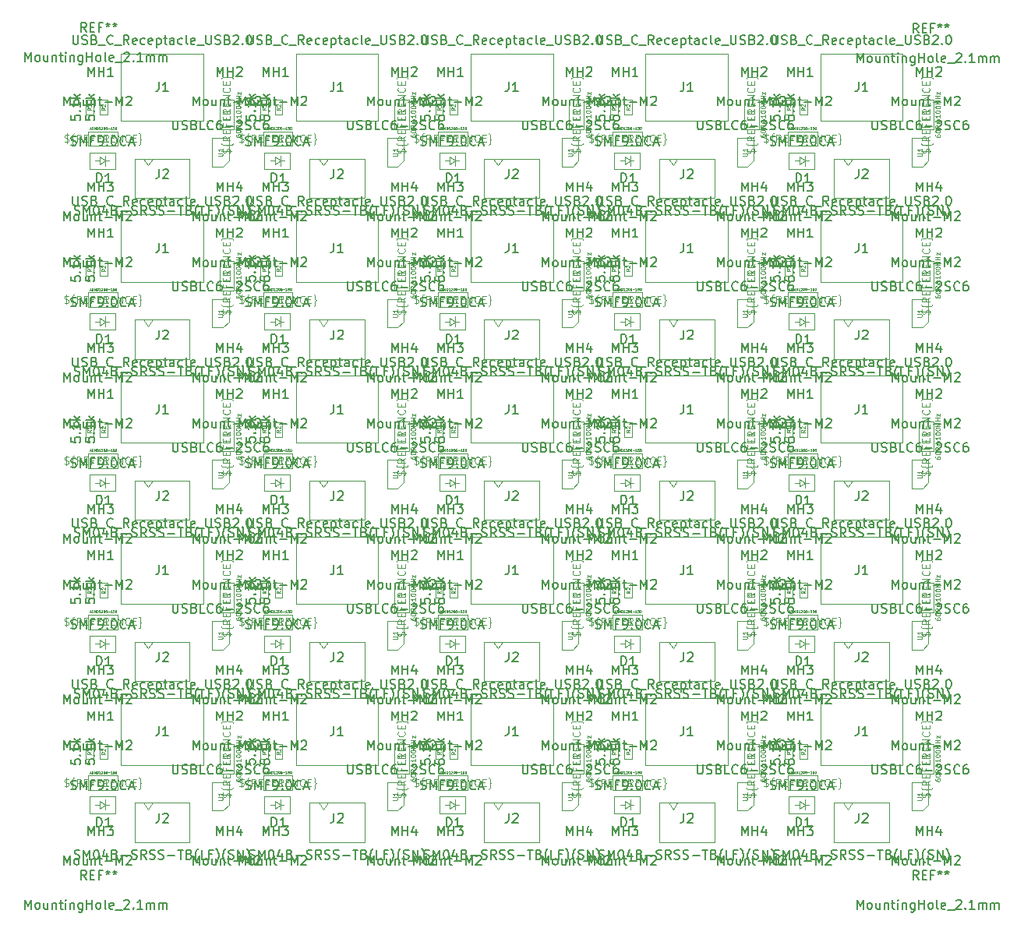
<source format=gbr>
G04 #@! TF.GenerationSoftware,KiCad,Pcbnew,(5.1.10-1-10_14)*
G04 #@! TF.CreationDate,2021-10-31T15:09:39+01:00*
G04 #@! TF.ProjectId,panel,70616e65-6c2e-46b6-9963-61645f706362,C3*
G04 #@! TF.SameCoordinates,Original*
G04 #@! TF.FileFunction,Other,Fab,Top*
%FSLAX46Y46*%
G04 Gerber Fmt 4.6, Leading zero omitted, Abs format (unit mm)*
G04 Created by KiCad (PCBNEW (5.1.10-1-10_14)) date 2021-10-31 15:09:39*
%MOMM*%
%LPD*%
G01*
G04 APERTURE LIST*
%ADD10C,0.100000*%
%ADD11C,0.050800*%
%ADD12C,0.120000*%
%ADD13C,0.150000*%
%ADD14C,0.060000*%
%ADD15C,0.075000*%
%ADD16C,0.063500*%
G04 APERTURE END LIST*
D10*
X107823500Y-97568000D02*
X106223500Y-97568000D01*
X106223500Y-97568000D02*
X106223500Y-94368000D01*
X106223500Y-94368000D02*
X107823500Y-94368000D01*
X107823500Y-94368000D02*
X107823500Y-97568000D01*
X96998500Y-100768000D02*
X102998500Y-100768000D01*
X96998500Y-105018000D02*
X102998500Y-105018000D01*
X96998500Y-100768000D02*
X96998500Y-105018000D01*
X102998500Y-100768000D02*
X102998500Y-105018000D01*
X97998500Y-100768000D02*
X98498500Y-101475107D01*
X98498500Y-101475107D02*
X98998500Y-100768000D01*
X93248500Y-100976750D02*
X92748500Y-100976750D01*
X93248500Y-100576750D02*
X93848500Y-100976750D01*
X93248500Y-101376750D02*
X93248500Y-100576750D01*
X93848500Y-100976750D02*
X93248500Y-101376750D01*
X93848500Y-100976750D02*
X93848500Y-100426750D01*
X93848500Y-100976750D02*
X93848500Y-101526750D01*
X94248500Y-100976750D02*
X93848500Y-100976750D01*
X94898500Y-100076750D02*
X94898500Y-101876750D01*
X92098500Y-100076750D02*
X94898500Y-100076750D01*
X92098500Y-101876750D02*
X92098500Y-100076750D01*
X94898500Y-101876750D02*
X92098500Y-101876750D01*
X93236000Y-94380500D02*
X94061000Y-94380500D01*
X94061000Y-94380500D02*
X94061000Y-95980500D01*
X94061000Y-95980500D02*
X93236000Y-95980500D01*
X93236000Y-95980500D02*
X93236000Y-94380500D01*
X91686000Y-94380500D02*
X92511000Y-94380500D01*
X92511000Y-94380500D02*
X92511000Y-95980500D01*
X92511000Y-95980500D02*
X91686000Y-95980500D01*
X91686000Y-95980500D02*
X91686000Y-94380500D01*
X107248500Y-100968000D02*
X106598500Y-101618000D01*
X105448500Y-101618000D02*
X106598500Y-101618000D01*
X107248500Y-100968000D02*
X107248500Y-98518000D01*
X105448500Y-98518000D02*
X107248500Y-98518000D01*
X105448500Y-101618000D02*
X105448500Y-98518000D01*
X95523500Y-96643000D02*
X95523500Y-89343000D01*
X104463500Y-89343000D02*
X95523500Y-89343000D01*
X104463500Y-96643000D02*
X104463500Y-89343000D01*
X104463500Y-96643000D02*
X95523500Y-96643000D01*
X76169125Y-97795500D02*
X76169125Y-99395500D01*
X76169125Y-99395500D02*
X72969125Y-99395500D01*
X72969125Y-99395500D02*
X72969125Y-97795500D01*
X72969125Y-97795500D02*
X76169125Y-97795500D01*
X88823500Y-97568000D02*
X87223500Y-97568000D01*
X87223500Y-97568000D02*
X87223500Y-94368000D01*
X87223500Y-94368000D02*
X88823500Y-94368000D01*
X88823500Y-94368000D02*
X88823500Y-97568000D01*
X95169125Y-97795500D02*
X95169125Y-99395500D01*
X95169125Y-99395500D02*
X91969125Y-99395500D01*
X91969125Y-99395500D02*
X91969125Y-97795500D01*
X91969125Y-97795500D02*
X95169125Y-97795500D01*
X77998500Y-100768000D02*
X83998500Y-100768000D01*
X77998500Y-105018000D02*
X83998500Y-105018000D01*
X77998500Y-100768000D02*
X77998500Y-105018000D01*
X83998500Y-100768000D02*
X83998500Y-105018000D01*
X78998500Y-100768000D02*
X79498500Y-101475107D01*
X79498500Y-101475107D02*
X79998500Y-100768000D01*
X36236000Y-94380500D02*
X37061000Y-94380500D01*
X37061000Y-94380500D02*
X37061000Y-95980500D01*
X37061000Y-95980500D02*
X36236000Y-95980500D01*
X36236000Y-95980500D02*
X36236000Y-94380500D01*
X74248500Y-100976750D02*
X73748500Y-100976750D01*
X74248500Y-100576750D02*
X74848500Y-100976750D01*
X74248500Y-101376750D02*
X74248500Y-100576750D01*
X74848500Y-100976750D02*
X74248500Y-101376750D01*
X74848500Y-100976750D02*
X74848500Y-100426750D01*
X74848500Y-100976750D02*
X74848500Y-101526750D01*
X75248500Y-100976750D02*
X74848500Y-100976750D01*
X75898500Y-100076750D02*
X75898500Y-101876750D01*
X73098500Y-100076750D02*
X75898500Y-100076750D01*
X73098500Y-101876750D02*
X73098500Y-100076750D01*
X75898500Y-101876750D02*
X73098500Y-101876750D01*
X74236000Y-94380500D02*
X75061000Y-94380500D01*
X75061000Y-94380500D02*
X75061000Y-95980500D01*
X75061000Y-95980500D02*
X74236000Y-95980500D01*
X74236000Y-95980500D02*
X74236000Y-94380500D01*
X72686000Y-94380500D02*
X73511000Y-94380500D01*
X73511000Y-94380500D02*
X73511000Y-95980500D01*
X73511000Y-95980500D02*
X72686000Y-95980500D01*
X72686000Y-95980500D02*
X72686000Y-94380500D01*
X88248500Y-100968000D02*
X87598500Y-101618000D01*
X86448500Y-101618000D02*
X87598500Y-101618000D01*
X88248500Y-100968000D02*
X88248500Y-98518000D01*
X86448500Y-98518000D02*
X88248500Y-98518000D01*
X86448500Y-101618000D02*
X86448500Y-98518000D01*
X76523500Y-96643000D02*
X76523500Y-89343000D01*
X85463500Y-89343000D02*
X76523500Y-89343000D01*
X85463500Y-96643000D02*
X85463500Y-89343000D01*
X85463500Y-96643000D02*
X76523500Y-96643000D01*
X55248500Y-100976750D02*
X54748500Y-100976750D01*
X55248500Y-100576750D02*
X55848500Y-100976750D01*
X55248500Y-101376750D02*
X55248500Y-100576750D01*
X55848500Y-100976750D02*
X55248500Y-101376750D01*
X55848500Y-100976750D02*
X55848500Y-100426750D01*
X55848500Y-100976750D02*
X55848500Y-101526750D01*
X56248500Y-100976750D02*
X55848500Y-100976750D01*
X56898500Y-100076750D02*
X56898500Y-101876750D01*
X54098500Y-100076750D02*
X56898500Y-100076750D01*
X54098500Y-101876750D02*
X54098500Y-100076750D01*
X56898500Y-101876750D02*
X54098500Y-101876750D01*
X36248500Y-100976750D02*
X35748500Y-100976750D01*
X36248500Y-100576750D02*
X36848500Y-100976750D01*
X36248500Y-101376750D02*
X36248500Y-100576750D01*
X36848500Y-100976750D02*
X36248500Y-101376750D01*
X36848500Y-100976750D02*
X36848500Y-100426750D01*
X36848500Y-100976750D02*
X36848500Y-101526750D01*
X37248500Y-100976750D02*
X36848500Y-100976750D01*
X37898500Y-100076750D02*
X37898500Y-101876750D01*
X35098500Y-100076750D02*
X37898500Y-100076750D01*
X35098500Y-101876750D02*
X35098500Y-100076750D01*
X37898500Y-101876750D02*
X35098500Y-101876750D01*
X55236000Y-94380500D02*
X56061000Y-94380500D01*
X56061000Y-94380500D02*
X56061000Y-95980500D01*
X56061000Y-95980500D02*
X55236000Y-95980500D01*
X55236000Y-95980500D02*
X55236000Y-94380500D01*
X53686000Y-94380500D02*
X54511000Y-94380500D01*
X54511000Y-94380500D02*
X54511000Y-95980500D01*
X54511000Y-95980500D02*
X53686000Y-95980500D01*
X53686000Y-95980500D02*
X53686000Y-94380500D01*
X39998500Y-100768000D02*
X45998500Y-100768000D01*
X39998500Y-105018000D02*
X45998500Y-105018000D01*
X39998500Y-100768000D02*
X39998500Y-105018000D01*
X45998500Y-100768000D02*
X45998500Y-105018000D01*
X40998500Y-100768000D02*
X41498500Y-101475107D01*
X41498500Y-101475107D02*
X41998500Y-100768000D01*
X69248500Y-100968000D02*
X68598500Y-101618000D01*
X67448500Y-101618000D02*
X68598500Y-101618000D01*
X69248500Y-100968000D02*
X69248500Y-98518000D01*
X67448500Y-98518000D02*
X69248500Y-98518000D01*
X67448500Y-101618000D02*
X67448500Y-98518000D01*
X57523500Y-96643000D02*
X57523500Y-89343000D01*
X66463500Y-89343000D02*
X57523500Y-89343000D01*
X66463500Y-96643000D02*
X66463500Y-89343000D01*
X66463500Y-96643000D02*
X57523500Y-96643000D01*
X20998500Y-100768000D02*
X26998500Y-100768000D01*
X20998500Y-105018000D02*
X26998500Y-105018000D01*
X20998500Y-100768000D02*
X20998500Y-105018000D01*
X26998500Y-100768000D02*
X26998500Y-105018000D01*
X21998500Y-100768000D02*
X22498500Y-101475107D01*
X22498500Y-101475107D02*
X22998500Y-100768000D01*
X31248500Y-100968000D02*
X30598500Y-101618000D01*
X29448500Y-101618000D02*
X30598500Y-101618000D01*
X31248500Y-100968000D02*
X31248500Y-98518000D01*
X29448500Y-98518000D02*
X31248500Y-98518000D01*
X29448500Y-101618000D02*
X29448500Y-98518000D01*
X17236000Y-94380500D02*
X18061000Y-94380500D01*
X18061000Y-94380500D02*
X18061000Y-95980500D01*
X18061000Y-95980500D02*
X17236000Y-95980500D01*
X17236000Y-95980500D02*
X17236000Y-94380500D01*
X19523500Y-96643000D02*
X19523500Y-89343000D01*
X28463500Y-89343000D02*
X19523500Y-89343000D01*
X28463500Y-96643000D02*
X28463500Y-89343000D01*
X28463500Y-96643000D02*
X19523500Y-96643000D01*
X15686000Y-94380500D02*
X16511000Y-94380500D01*
X16511000Y-94380500D02*
X16511000Y-95980500D01*
X16511000Y-95980500D02*
X15686000Y-95980500D01*
X15686000Y-95980500D02*
X15686000Y-94380500D01*
X31823500Y-97568000D02*
X30223500Y-97568000D01*
X30223500Y-97568000D02*
X30223500Y-94368000D01*
X30223500Y-94368000D02*
X31823500Y-94368000D01*
X31823500Y-94368000D02*
X31823500Y-97568000D01*
X19169125Y-97795500D02*
X19169125Y-99395500D01*
X19169125Y-99395500D02*
X15969125Y-99395500D01*
X15969125Y-99395500D02*
X15969125Y-97795500D01*
X15969125Y-97795500D02*
X19169125Y-97795500D01*
X17248500Y-100976750D02*
X16748500Y-100976750D01*
X17248500Y-100576750D02*
X17848500Y-100976750D01*
X17248500Y-101376750D02*
X17248500Y-100576750D01*
X17848500Y-100976750D02*
X17248500Y-101376750D01*
X17848500Y-100976750D02*
X17848500Y-100426750D01*
X17848500Y-100976750D02*
X17848500Y-101526750D01*
X18248500Y-100976750D02*
X17848500Y-100976750D01*
X18898500Y-100076750D02*
X18898500Y-101876750D01*
X16098500Y-100076750D02*
X18898500Y-100076750D01*
X16098500Y-101876750D02*
X16098500Y-100076750D01*
X18898500Y-101876750D02*
X16098500Y-101876750D01*
X34686000Y-94380500D02*
X35511000Y-94380500D01*
X35511000Y-94380500D02*
X35511000Y-95980500D01*
X35511000Y-95980500D02*
X34686000Y-95980500D01*
X34686000Y-95980500D02*
X34686000Y-94380500D01*
X50248500Y-100968000D02*
X49598500Y-101618000D01*
X48448500Y-101618000D02*
X49598500Y-101618000D01*
X50248500Y-100968000D02*
X50248500Y-98518000D01*
X48448500Y-98518000D02*
X50248500Y-98518000D01*
X48448500Y-101618000D02*
X48448500Y-98518000D01*
X58998500Y-100768000D02*
X64998500Y-100768000D01*
X58998500Y-105018000D02*
X64998500Y-105018000D01*
X58998500Y-100768000D02*
X58998500Y-105018000D01*
X64998500Y-100768000D02*
X64998500Y-105018000D01*
X59998500Y-100768000D02*
X60498500Y-101475107D01*
X60498500Y-101475107D02*
X60998500Y-100768000D01*
X38169125Y-97795500D02*
X38169125Y-99395500D01*
X38169125Y-99395500D02*
X34969125Y-99395500D01*
X34969125Y-99395500D02*
X34969125Y-97795500D01*
X34969125Y-97795500D02*
X38169125Y-97795500D01*
X69823500Y-97568000D02*
X68223500Y-97568000D01*
X68223500Y-97568000D02*
X68223500Y-94368000D01*
X68223500Y-94368000D02*
X69823500Y-94368000D01*
X69823500Y-94368000D02*
X69823500Y-97568000D01*
X50823500Y-97568000D02*
X49223500Y-97568000D01*
X49223500Y-97568000D02*
X49223500Y-94368000D01*
X49223500Y-94368000D02*
X50823500Y-94368000D01*
X50823500Y-94368000D02*
X50823500Y-97568000D01*
X57169125Y-97795500D02*
X57169125Y-99395500D01*
X57169125Y-99395500D02*
X53969125Y-99395500D01*
X53969125Y-99395500D02*
X53969125Y-97795500D01*
X53969125Y-97795500D02*
X57169125Y-97795500D01*
X38523500Y-96643000D02*
X38523500Y-89343000D01*
X47463500Y-89343000D02*
X38523500Y-89343000D01*
X47463500Y-96643000D02*
X47463500Y-89343000D01*
X47463500Y-96643000D02*
X38523500Y-96643000D01*
X107823500Y-80068000D02*
X106223500Y-80068000D01*
X106223500Y-80068000D02*
X106223500Y-76868000D01*
X106223500Y-76868000D02*
X107823500Y-76868000D01*
X107823500Y-76868000D02*
X107823500Y-80068000D01*
X96998500Y-83268000D02*
X102998500Y-83268000D01*
X96998500Y-87518000D02*
X102998500Y-87518000D01*
X96998500Y-83268000D02*
X96998500Y-87518000D01*
X102998500Y-83268000D02*
X102998500Y-87518000D01*
X97998500Y-83268000D02*
X98498500Y-83975107D01*
X98498500Y-83975107D02*
X98998500Y-83268000D01*
X93248500Y-83476750D02*
X92748500Y-83476750D01*
X93248500Y-83076750D02*
X93848500Y-83476750D01*
X93248500Y-83876750D02*
X93248500Y-83076750D01*
X93848500Y-83476750D02*
X93248500Y-83876750D01*
X93848500Y-83476750D02*
X93848500Y-82926750D01*
X93848500Y-83476750D02*
X93848500Y-84026750D01*
X94248500Y-83476750D02*
X93848500Y-83476750D01*
X94898500Y-82576750D02*
X94898500Y-84376750D01*
X92098500Y-82576750D02*
X94898500Y-82576750D01*
X92098500Y-84376750D02*
X92098500Y-82576750D01*
X94898500Y-84376750D02*
X92098500Y-84376750D01*
X93236000Y-76880500D02*
X94061000Y-76880500D01*
X94061000Y-76880500D02*
X94061000Y-78480500D01*
X94061000Y-78480500D02*
X93236000Y-78480500D01*
X93236000Y-78480500D02*
X93236000Y-76880500D01*
X91686000Y-76880500D02*
X92511000Y-76880500D01*
X92511000Y-76880500D02*
X92511000Y-78480500D01*
X92511000Y-78480500D02*
X91686000Y-78480500D01*
X91686000Y-78480500D02*
X91686000Y-76880500D01*
X107248500Y-83468000D02*
X106598500Y-84118000D01*
X105448500Y-84118000D02*
X106598500Y-84118000D01*
X107248500Y-83468000D02*
X107248500Y-81018000D01*
X105448500Y-81018000D02*
X107248500Y-81018000D01*
X105448500Y-84118000D02*
X105448500Y-81018000D01*
X95523500Y-79143000D02*
X95523500Y-71843000D01*
X104463500Y-71843000D02*
X95523500Y-71843000D01*
X104463500Y-79143000D02*
X104463500Y-71843000D01*
X104463500Y-79143000D02*
X95523500Y-79143000D01*
X76169125Y-80295500D02*
X76169125Y-81895500D01*
X76169125Y-81895500D02*
X72969125Y-81895500D01*
X72969125Y-81895500D02*
X72969125Y-80295500D01*
X72969125Y-80295500D02*
X76169125Y-80295500D01*
X88823500Y-80068000D02*
X87223500Y-80068000D01*
X87223500Y-80068000D02*
X87223500Y-76868000D01*
X87223500Y-76868000D02*
X88823500Y-76868000D01*
X88823500Y-76868000D02*
X88823500Y-80068000D01*
X95169125Y-80295500D02*
X95169125Y-81895500D01*
X95169125Y-81895500D02*
X91969125Y-81895500D01*
X91969125Y-81895500D02*
X91969125Y-80295500D01*
X91969125Y-80295500D02*
X95169125Y-80295500D01*
X77998500Y-83268000D02*
X83998500Y-83268000D01*
X77998500Y-87518000D02*
X83998500Y-87518000D01*
X77998500Y-83268000D02*
X77998500Y-87518000D01*
X83998500Y-83268000D02*
X83998500Y-87518000D01*
X78998500Y-83268000D02*
X79498500Y-83975107D01*
X79498500Y-83975107D02*
X79998500Y-83268000D01*
X36236000Y-76880500D02*
X37061000Y-76880500D01*
X37061000Y-76880500D02*
X37061000Y-78480500D01*
X37061000Y-78480500D02*
X36236000Y-78480500D01*
X36236000Y-78480500D02*
X36236000Y-76880500D01*
X74248500Y-83476750D02*
X73748500Y-83476750D01*
X74248500Y-83076750D02*
X74848500Y-83476750D01*
X74248500Y-83876750D02*
X74248500Y-83076750D01*
X74848500Y-83476750D02*
X74248500Y-83876750D01*
X74848500Y-83476750D02*
X74848500Y-82926750D01*
X74848500Y-83476750D02*
X74848500Y-84026750D01*
X75248500Y-83476750D02*
X74848500Y-83476750D01*
X75898500Y-82576750D02*
X75898500Y-84376750D01*
X73098500Y-82576750D02*
X75898500Y-82576750D01*
X73098500Y-84376750D02*
X73098500Y-82576750D01*
X75898500Y-84376750D02*
X73098500Y-84376750D01*
X74236000Y-76880500D02*
X75061000Y-76880500D01*
X75061000Y-76880500D02*
X75061000Y-78480500D01*
X75061000Y-78480500D02*
X74236000Y-78480500D01*
X74236000Y-78480500D02*
X74236000Y-76880500D01*
X72686000Y-76880500D02*
X73511000Y-76880500D01*
X73511000Y-76880500D02*
X73511000Y-78480500D01*
X73511000Y-78480500D02*
X72686000Y-78480500D01*
X72686000Y-78480500D02*
X72686000Y-76880500D01*
X88248500Y-83468000D02*
X87598500Y-84118000D01*
X86448500Y-84118000D02*
X87598500Y-84118000D01*
X88248500Y-83468000D02*
X88248500Y-81018000D01*
X86448500Y-81018000D02*
X88248500Y-81018000D01*
X86448500Y-84118000D02*
X86448500Y-81018000D01*
X76523500Y-79143000D02*
X76523500Y-71843000D01*
X85463500Y-71843000D02*
X76523500Y-71843000D01*
X85463500Y-79143000D02*
X85463500Y-71843000D01*
X85463500Y-79143000D02*
X76523500Y-79143000D01*
X55248500Y-83476750D02*
X54748500Y-83476750D01*
X55248500Y-83076750D02*
X55848500Y-83476750D01*
X55248500Y-83876750D02*
X55248500Y-83076750D01*
X55848500Y-83476750D02*
X55248500Y-83876750D01*
X55848500Y-83476750D02*
X55848500Y-82926750D01*
X55848500Y-83476750D02*
X55848500Y-84026750D01*
X56248500Y-83476750D02*
X55848500Y-83476750D01*
X56898500Y-82576750D02*
X56898500Y-84376750D01*
X54098500Y-82576750D02*
X56898500Y-82576750D01*
X54098500Y-84376750D02*
X54098500Y-82576750D01*
X56898500Y-84376750D02*
X54098500Y-84376750D01*
X36248500Y-83476750D02*
X35748500Y-83476750D01*
X36248500Y-83076750D02*
X36848500Y-83476750D01*
X36248500Y-83876750D02*
X36248500Y-83076750D01*
X36848500Y-83476750D02*
X36248500Y-83876750D01*
X36848500Y-83476750D02*
X36848500Y-82926750D01*
X36848500Y-83476750D02*
X36848500Y-84026750D01*
X37248500Y-83476750D02*
X36848500Y-83476750D01*
X37898500Y-82576750D02*
X37898500Y-84376750D01*
X35098500Y-82576750D02*
X37898500Y-82576750D01*
X35098500Y-84376750D02*
X35098500Y-82576750D01*
X37898500Y-84376750D02*
X35098500Y-84376750D01*
X55236000Y-76880500D02*
X56061000Y-76880500D01*
X56061000Y-76880500D02*
X56061000Y-78480500D01*
X56061000Y-78480500D02*
X55236000Y-78480500D01*
X55236000Y-78480500D02*
X55236000Y-76880500D01*
X53686000Y-76880500D02*
X54511000Y-76880500D01*
X54511000Y-76880500D02*
X54511000Y-78480500D01*
X54511000Y-78480500D02*
X53686000Y-78480500D01*
X53686000Y-78480500D02*
X53686000Y-76880500D01*
X39998500Y-83268000D02*
X45998500Y-83268000D01*
X39998500Y-87518000D02*
X45998500Y-87518000D01*
X39998500Y-83268000D02*
X39998500Y-87518000D01*
X45998500Y-83268000D02*
X45998500Y-87518000D01*
X40998500Y-83268000D02*
X41498500Y-83975107D01*
X41498500Y-83975107D02*
X41998500Y-83268000D01*
X69248500Y-83468000D02*
X68598500Y-84118000D01*
X67448500Y-84118000D02*
X68598500Y-84118000D01*
X69248500Y-83468000D02*
X69248500Y-81018000D01*
X67448500Y-81018000D02*
X69248500Y-81018000D01*
X67448500Y-84118000D02*
X67448500Y-81018000D01*
X57523500Y-79143000D02*
X57523500Y-71843000D01*
X66463500Y-71843000D02*
X57523500Y-71843000D01*
X66463500Y-79143000D02*
X66463500Y-71843000D01*
X66463500Y-79143000D02*
X57523500Y-79143000D01*
X20998500Y-83268000D02*
X26998500Y-83268000D01*
X20998500Y-87518000D02*
X26998500Y-87518000D01*
X20998500Y-83268000D02*
X20998500Y-87518000D01*
X26998500Y-83268000D02*
X26998500Y-87518000D01*
X21998500Y-83268000D02*
X22498500Y-83975107D01*
X22498500Y-83975107D02*
X22998500Y-83268000D01*
X31248500Y-83468000D02*
X30598500Y-84118000D01*
X29448500Y-84118000D02*
X30598500Y-84118000D01*
X31248500Y-83468000D02*
X31248500Y-81018000D01*
X29448500Y-81018000D02*
X31248500Y-81018000D01*
X29448500Y-84118000D02*
X29448500Y-81018000D01*
X17236000Y-76880500D02*
X18061000Y-76880500D01*
X18061000Y-76880500D02*
X18061000Y-78480500D01*
X18061000Y-78480500D02*
X17236000Y-78480500D01*
X17236000Y-78480500D02*
X17236000Y-76880500D01*
X19523500Y-79143000D02*
X19523500Y-71843000D01*
X28463500Y-71843000D02*
X19523500Y-71843000D01*
X28463500Y-79143000D02*
X28463500Y-71843000D01*
X28463500Y-79143000D02*
X19523500Y-79143000D01*
X15686000Y-76880500D02*
X16511000Y-76880500D01*
X16511000Y-76880500D02*
X16511000Y-78480500D01*
X16511000Y-78480500D02*
X15686000Y-78480500D01*
X15686000Y-78480500D02*
X15686000Y-76880500D01*
X31823500Y-80068000D02*
X30223500Y-80068000D01*
X30223500Y-80068000D02*
X30223500Y-76868000D01*
X30223500Y-76868000D02*
X31823500Y-76868000D01*
X31823500Y-76868000D02*
X31823500Y-80068000D01*
X19169125Y-80295500D02*
X19169125Y-81895500D01*
X19169125Y-81895500D02*
X15969125Y-81895500D01*
X15969125Y-81895500D02*
X15969125Y-80295500D01*
X15969125Y-80295500D02*
X19169125Y-80295500D01*
X17248500Y-83476750D02*
X16748500Y-83476750D01*
X17248500Y-83076750D02*
X17848500Y-83476750D01*
X17248500Y-83876750D02*
X17248500Y-83076750D01*
X17848500Y-83476750D02*
X17248500Y-83876750D01*
X17848500Y-83476750D02*
X17848500Y-82926750D01*
X17848500Y-83476750D02*
X17848500Y-84026750D01*
X18248500Y-83476750D02*
X17848500Y-83476750D01*
X18898500Y-82576750D02*
X18898500Y-84376750D01*
X16098500Y-82576750D02*
X18898500Y-82576750D01*
X16098500Y-84376750D02*
X16098500Y-82576750D01*
X18898500Y-84376750D02*
X16098500Y-84376750D01*
X34686000Y-76880500D02*
X35511000Y-76880500D01*
X35511000Y-76880500D02*
X35511000Y-78480500D01*
X35511000Y-78480500D02*
X34686000Y-78480500D01*
X34686000Y-78480500D02*
X34686000Y-76880500D01*
X50248500Y-83468000D02*
X49598500Y-84118000D01*
X48448500Y-84118000D02*
X49598500Y-84118000D01*
X50248500Y-83468000D02*
X50248500Y-81018000D01*
X48448500Y-81018000D02*
X50248500Y-81018000D01*
X48448500Y-84118000D02*
X48448500Y-81018000D01*
X58998500Y-83268000D02*
X64998500Y-83268000D01*
X58998500Y-87518000D02*
X64998500Y-87518000D01*
X58998500Y-83268000D02*
X58998500Y-87518000D01*
X64998500Y-83268000D02*
X64998500Y-87518000D01*
X59998500Y-83268000D02*
X60498500Y-83975107D01*
X60498500Y-83975107D02*
X60998500Y-83268000D01*
X38169125Y-80295500D02*
X38169125Y-81895500D01*
X38169125Y-81895500D02*
X34969125Y-81895500D01*
X34969125Y-81895500D02*
X34969125Y-80295500D01*
X34969125Y-80295500D02*
X38169125Y-80295500D01*
X69823500Y-80068000D02*
X68223500Y-80068000D01*
X68223500Y-80068000D02*
X68223500Y-76868000D01*
X68223500Y-76868000D02*
X69823500Y-76868000D01*
X69823500Y-76868000D02*
X69823500Y-80068000D01*
X50823500Y-80068000D02*
X49223500Y-80068000D01*
X49223500Y-80068000D02*
X49223500Y-76868000D01*
X49223500Y-76868000D02*
X50823500Y-76868000D01*
X50823500Y-76868000D02*
X50823500Y-80068000D01*
X57169125Y-80295500D02*
X57169125Y-81895500D01*
X57169125Y-81895500D02*
X53969125Y-81895500D01*
X53969125Y-81895500D02*
X53969125Y-80295500D01*
X53969125Y-80295500D02*
X57169125Y-80295500D01*
X38523500Y-79143000D02*
X38523500Y-71843000D01*
X47463500Y-71843000D02*
X38523500Y-71843000D01*
X47463500Y-79143000D02*
X47463500Y-71843000D01*
X47463500Y-79143000D02*
X38523500Y-79143000D01*
X107823500Y-62568000D02*
X106223500Y-62568000D01*
X106223500Y-62568000D02*
X106223500Y-59368000D01*
X106223500Y-59368000D02*
X107823500Y-59368000D01*
X107823500Y-59368000D02*
X107823500Y-62568000D01*
X96998500Y-65768000D02*
X102998500Y-65768000D01*
X96998500Y-70018000D02*
X102998500Y-70018000D01*
X96998500Y-65768000D02*
X96998500Y-70018000D01*
X102998500Y-65768000D02*
X102998500Y-70018000D01*
X97998500Y-65768000D02*
X98498500Y-66475107D01*
X98498500Y-66475107D02*
X98998500Y-65768000D01*
X93248500Y-65976750D02*
X92748500Y-65976750D01*
X93248500Y-65576750D02*
X93848500Y-65976750D01*
X93248500Y-66376750D02*
X93248500Y-65576750D01*
X93848500Y-65976750D02*
X93248500Y-66376750D01*
X93848500Y-65976750D02*
X93848500Y-65426750D01*
X93848500Y-65976750D02*
X93848500Y-66526750D01*
X94248500Y-65976750D02*
X93848500Y-65976750D01*
X94898500Y-65076750D02*
X94898500Y-66876750D01*
X92098500Y-65076750D02*
X94898500Y-65076750D01*
X92098500Y-66876750D02*
X92098500Y-65076750D01*
X94898500Y-66876750D02*
X92098500Y-66876750D01*
X93236000Y-59380500D02*
X94061000Y-59380500D01*
X94061000Y-59380500D02*
X94061000Y-60980500D01*
X94061000Y-60980500D02*
X93236000Y-60980500D01*
X93236000Y-60980500D02*
X93236000Y-59380500D01*
X91686000Y-59380500D02*
X92511000Y-59380500D01*
X92511000Y-59380500D02*
X92511000Y-60980500D01*
X92511000Y-60980500D02*
X91686000Y-60980500D01*
X91686000Y-60980500D02*
X91686000Y-59380500D01*
X107248500Y-65968000D02*
X106598500Y-66618000D01*
X105448500Y-66618000D02*
X106598500Y-66618000D01*
X107248500Y-65968000D02*
X107248500Y-63518000D01*
X105448500Y-63518000D02*
X107248500Y-63518000D01*
X105448500Y-66618000D02*
X105448500Y-63518000D01*
X95523500Y-61643000D02*
X95523500Y-54343000D01*
X104463500Y-54343000D02*
X95523500Y-54343000D01*
X104463500Y-61643000D02*
X104463500Y-54343000D01*
X104463500Y-61643000D02*
X95523500Y-61643000D01*
X76169125Y-62795500D02*
X76169125Y-64395500D01*
X76169125Y-64395500D02*
X72969125Y-64395500D01*
X72969125Y-64395500D02*
X72969125Y-62795500D01*
X72969125Y-62795500D02*
X76169125Y-62795500D01*
X88823500Y-62568000D02*
X87223500Y-62568000D01*
X87223500Y-62568000D02*
X87223500Y-59368000D01*
X87223500Y-59368000D02*
X88823500Y-59368000D01*
X88823500Y-59368000D02*
X88823500Y-62568000D01*
X95169125Y-62795500D02*
X95169125Y-64395500D01*
X95169125Y-64395500D02*
X91969125Y-64395500D01*
X91969125Y-64395500D02*
X91969125Y-62795500D01*
X91969125Y-62795500D02*
X95169125Y-62795500D01*
X77998500Y-65768000D02*
X83998500Y-65768000D01*
X77998500Y-70018000D02*
X83998500Y-70018000D01*
X77998500Y-65768000D02*
X77998500Y-70018000D01*
X83998500Y-65768000D02*
X83998500Y-70018000D01*
X78998500Y-65768000D02*
X79498500Y-66475107D01*
X79498500Y-66475107D02*
X79998500Y-65768000D01*
X36236000Y-59380500D02*
X37061000Y-59380500D01*
X37061000Y-59380500D02*
X37061000Y-60980500D01*
X37061000Y-60980500D02*
X36236000Y-60980500D01*
X36236000Y-60980500D02*
X36236000Y-59380500D01*
X74248500Y-65976750D02*
X73748500Y-65976750D01*
X74248500Y-65576750D02*
X74848500Y-65976750D01*
X74248500Y-66376750D02*
X74248500Y-65576750D01*
X74848500Y-65976750D02*
X74248500Y-66376750D01*
X74848500Y-65976750D02*
X74848500Y-65426750D01*
X74848500Y-65976750D02*
X74848500Y-66526750D01*
X75248500Y-65976750D02*
X74848500Y-65976750D01*
X75898500Y-65076750D02*
X75898500Y-66876750D01*
X73098500Y-65076750D02*
X75898500Y-65076750D01*
X73098500Y-66876750D02*
X73098500Y-65076750D01*
X75898500Y-66876750D02*
X73098500Y-66876750D01*
X74236000Y-59380500D02*
X75061000Y-59380500D01*
X75061000Y-59380500D02*
X75061000Y-60980500D01*
X75061000Y-60980500D02*
X74236000Y-60980500D01*
X74236000Y-60980500D02*
X74236000Y-59380500D01*
X72686000Y-59380500D02*
X73511000Y-59380500D01*
X73511000Y-59380500D02*
X73511000Y-60980500D01*
X73511000Y-60980500D02*
X72686000Y-60980500D01*
X72686000Y-60980500D02*
X72686000Y-59380500D01*
X88248500Y-65968000D02*
X87598500Y-66618000D01*
X86448500Y-66618000D02*
X87598500Y-66618000D01*
X88248500Y-65968000D02*
X88248500Y-63518000D01*
X86448500Y-63518000D02*
X88248500Y-63518000D01*
X86448500Y-66618000D02*
X86448500Y-63518000D01*
X76523500Y-61643000D02*
X76523500Y-54343000D01*
X85463500Y-54343000D02*
X76523500Y-54343000D01*
X85463500Y-61643000D02*
X85463500Y-54343000D01*
X85463500Y-61643000D02*
X76523500Y-61643000D01*
X55248500Y-65976750D02*
X54748500Y-65976750D01*
X55248500Y-65576750D02*
X55848500Y-65976750D01*
X55248500Y-66376750D02*
X55248500Y-65576750D01*
X55848500Y-65976750D02*
X55248500Y-66376750D01*
X55848500Y-65976750D02*
X55848500Y-65426750D01*
X55848500Y-65976750D02*
X55848500Y-66526750D01*
X56248500Y-65976750D02*
X55848500Y-65976750D01*
X56898500Y-65076750D02*
X56898500Y-66876750D01*
X54098500Y-65076750D02*
X56898500Y-65076750D01*
X54098500Y-66876750D02*
X54098500Y-65076750D01*
X56898500Y-66876750D02*
X54098500Y-66876750D01*
X36248500Y-65976750D02*
X35748500Y-65976750D01*
X36248500Y-65576750D02*
X36848500Y-65976750D01*
X36248500Y-66376750D02*
X36248500Y-65576750D01*
X36848500Y-65976750D02*
X36248500Y-66376750D01*
X36848500Y-65976750D02*
X36848500Y-65426750D01*
X36848500Y-65976750D02*
X36848500Y-66526750D01*
X37248500Y-65976750D02*
X36848500Y-65976750D01*
X37898500Y-65076750D02*
X37898500Y-66876750D01*
X35098500Y-65076750D02*
X37898500Y-65076750D01*
X35098500Y-66876750D02*
X35098500Y-65076750D01*
X37898500Y-66876750D02*
X35098500Y-66876750D01*
X55236000Y-59380500D02*
X56061000Y-59380500D01*
X56061000Y-59380500D02*
X56061000Y-60980500D01*
X56061000Y-60980500D02*
X55236000Y-60980500D01*
X55236000Y-60980500D02*
X55236000Y-59380500D01*
X53686000Y-59380500D02*
X54511000Y-59380500D01*
X54511000Y-59380500D02*
X54511000Y-60980500D01*
X54511000Y-60980500D02*
X53686000Y-60980500D01*
X53686000Y-60980500D02*
X53686000Y-59380500D01*
X39998500Y-65768000D02*
X45998500Y-65768000D01*
X39998500Y-70018000D02*
X45998500Y-70018000D01*
X39998500Y-65768000D02*
X39998500Y-70018000D01*
X45998500Y-65768000D02*
X45998500Y-70018000D01*
X40998500Y-65768000D02*
X41498500Y-66475107D01*
X41498500Y-66475107D02*
X41998500Y-65768000D01*
X69248500Y-65968000D02*
X68598500Y-66618000D01*
X67448500Y-66618000D02*
X68598500Y-66618000D01*
X69248500Y-65968000D02*
X69248500Y-63518000D01*
X67448500Y-63518000D02*
X69248500Y-63518000D01*
X67448500Y-66618000D02*
X67448500Y-63518000D01*
X57523500Y-61643000D02*
X57523500Y-54343000D01*
X66463500Y-54343000D02*
X57523500Y-54343000D01*
X66463500Y-61643000D02*
X66463500Y-54343000D01*
X66463500Y-61643000D02*
X57523500Y-61643000D01*
X20998500Y-65768000D02*
X26998500Y-65768000D01*
X20998500Y-70018000D02*
X26998500Y-70018000D01*
X20998500Y-65768000D02*
X20998500Y-70018000D01*
X26998500Y-65768000D02*
X26998500Y-70018000D01*
X21998500Y-65768000D02*
X22498500Y-66475107D01*
X22498500Y-66475107D02*
X22998500Y-65768000D01*
X31248500Y-65968000D02*
X30598500Y-66618000D01*
X29448500Y-66618000D02*
X30598500Y-66618000D01*
X31248500Y-65968000D02*
X31248500Y-63518000D01*
X29448500Y-63518000D02*
X31248500Y-63518000D01*
X29448500Y-66618000D02*
X29448500Y-63518000D01*
X17236000Y-59380500D02*
X18061000Y-59380500D01*
X18061000Y-59380500D02*
X18061000Y-60980500D01*
X18061000Y-60980500D02*
X17236000Y-60980500D01*
X17236000Y-60980500D02*
X17236000Y-59380500D01*
X19523500Y-61643000D02*
X19523500Y-54343000D01*
X28463500Y-54343000D02*
X19523500Y-54343000D01*
X28463500Y-61643000D02*
X28463500Y-54343000D01*
X28463500Y-61643000D02*
X19523500Y-61643000D01*
X15686000Y-59380500D02*
X16511000Y-59380500D01*
X16511000Y-59380500D02*
X16511000Y-60980500D01*
X16511000Y-60980500D02*
X15686000Y-60980500D01*
X15686000Y-60980500D02*
X15686000Y-59380500D01*
X31823500Y-62568000D02*
X30223500Y-62568000D01*
X30223500Y-62568000D02*
X30223500Y-59368000D01*
X30223500Y-59368000D02*
X31823500Y-59368000D01*
X31823500Y-59368000D02*
X31823500Y-62568000D01*
X19169125Y-62795500D02*
X19169125Y-64395500D01*
X19169125Y-64395500D02*
X15969125Y-64395500D01*
X15969125Y-64395500D02*
X15969125Y-62795500D01*
X15969125Y-62795500D02*
X19169125Y-62795500D01*
X17248500Y-65976750D02*
X16748500Y-65976750D01*
X17248500Y-65576750D02*
X17848500Y-65976750D01*
X17248500Y-66376750D02*
X17248500Y-65576750D01*
X17848500Y-65976750D02*
X17248500Y-66376750D01*
X17848500Y-65976750D02*
X17848500Y-65426750D01*
X17848500Y-65976750D02*
X17848500Y-66526750D01*
X18248500Y-65976750D02*
X17848500Y-65976750D01*
X18898500Y-65076750D02*
X18898500Y-66876750D01*
X16098500Y-65076750D02*
X18898500Y-65076750D01*
X16098500Y-66876750D02*
X16098500Y-65076750D01*
X18898500Y-66876750D02*
X16098500Y-66876750D01*
X34686000Y-59380500D02*
X35511000Y-59380500D01*
X35511000Y-59380500D02*
X35511000Y-60980500D01*
X35511000Y-60980500D02*
X34686000Y-60980500D01*
X34686000Y-60980500D02*
X34686000Y-59380500D01*
X50248500Y-65968000D02*
X49598500Y-66618000D01*
X48448500Y-66618000D02*
X49598500Y-66618000D01*
X50248500Y-65968000D02*
X50248500Y-63518000D01*
X48448500Y-63518000D02*
X50248500Y-63518000D01*
X48448500Y-66618000D02*
X48448500Y-63518000D01*
X58998500Y-65768000D02*
X64998500Y-65768000D01*
X58998500Y-70018000D02*
X64998500Y-70018000D01*
X58998500Y-65768000D02*
X58998500Y-70018000D01*
X64998500Y-65768000D02*
X64998500Y-70018000D01*
X59998500Y-65768000D02*
X60498500Y-66475107D01*
X60498500Y-66475107D02*
X60998500Y-65768000D01*
X38169125Y-62795500D02*
X38169125Y-64395500D01*
X38169125Y-64395500D02*
X34969125Y-64395500D01*
X34969125Y-64395500D02*
X34969125Y-62795500D01*
X34969125Y-62795500D02*
X38169125Y-62795500D01*
X69823500Y-62568000D02*
X68223500Y-62568000D01*
X68223500Y-62568000D02*
X68223500Y-59368000D01*
X68223500Y-59368000D02*
X69823500Y-59368000D01*
X69823500Y-59368000D02*
X69823500Y-62568000D01*
X50823500Y-62568000D02*
X49223500Y-62568000D01*
X49223500Y-62568000D02*
X49223500Y-59368000D01*
X49223500Y-59368000D02*
X50823500Y-59368000D01*
X50823500Y-59368000D02*
X50823500Y-62568000D01*
X57169125Y-62795500D02*
X57169125Y-64395500D01*
X57169125Y-64395500D02*
X53969125Y-64395500D01*
X53969125Y-64395500D02*
X53969125Y-62795500D01*
X53969125Y-62795500D02*
X57169125Y-62795500D01*
X38523500Y-61643000D02*
X38523500Y-54343000D01*
X47463500Y-54343000D02*
X38523500Y-54343000D01*
X47463500Y-61643000D02*
X47463500Y-54343000D01*
X47463500Y-61643000D02*
X38523500Y-61643000D01*
X107823500Y-45068000D02*
X106223500Y-45068000D01*
X106223500Y-45068000D02*
X106223500Y-41868000D01*
X106223500Y-41868000D02*
X107823500Y-41868000D01*
X107823500Y-41868000D02*
X107823500Y-45068000D01*
X96998500Y-48268000D02*
X102998500Y-48268000D01*
X96998500Y-52518000D02*
X102998500Y-52518000D01*
X96998500Y-48268000D02*
X96998500Y-52518000D01*
X102998500Y-48268000D02*
X102998500Y-52518000D01*
X97998500Y-48268000D02*
X98498500Y-48975107D01*
X98498500Y-48975107D02*
X98998500Y-48268000D01*
X93248500Y-48476750D02*
X92748500Y-48476750D01*
X93248500Y-48076750D02*
X93848500Y-48476750D01*
X93248500Y-48876750D02*
X93248500Y-48076750D01*
X93848500Y-48476750D02*
X93248500Y-48876750D01*
X93848500Y-48476750D02*
X93848500Y-47926750D01*
X93848500Y-48476750D02*
X93848500Y-49026750D01*
X94248500Y-48476750D02*
X93848500Y-48476750D01*
X94898500Y-47576750D02*
X94898500Y-49376750D01*
X92098500Y-47576750D02*
X94898500Y-47576750D01*
X92098500Y-49376750D02*
X92098500Y-47576750D01*
X94898500Y-49376750D02*
X92098500Y-49376750D01*
X93236000Y-41880500D02*
X94061000Y-41880500D01*
X94061000Y-41880500D02*
X94061000Y-43480500D01*
X94061000Y-43480500D02*
X93236000Y-43480500D01*
X93236000Y-43480500D02*
X93236000Y-41880500D01*
X91686000Y-41880500D02*
X92511000Y-41880500D01*
X92511000Y-41880500D02*
X92511000Y-43480500D01*
X92511000Y-43480500D02*
X91686000Y-43480500D01*
X91686000Y-43480500D02*
X91686000Y-41880500D01*
X107248500Y-48468000D02*
X106598500Y-49118000D01*
X105448500Y-49118000D02*
X106598500Y-49118000D01*
X107248500Y-48468000D02*
X107248500Y-46018000D01*
X105448500Y-46018000D02*
X107248500Y-46018000D01*
X105448500Y-49118000D02*
X105448500Y-46018000D01*
X95523500Y-44143000D02*
X95523500Y-36843000D01*
X104463500Y-36843000D02*
X95523500Y-36843000D01*
X104463500Y-44143000D02*
X104463500Y-36843000D01*
X104463500Y-44143000D02*
X95523500Y-44143000D01*
X76169125Y-45295500D02*
X76169125Y-46895500D01*
X76169125Y-46895500D02*
X72969125Y-46895500D01*
X72969125Y-46895500D02*
X72969125Y-45295500D01*
X72969125Y-45295500D02*
X76169125Y-45295500D01*
X88823500Y-45068000D02*
X87223500Y-45068000D01*
X87223500Y-45068000D02*
X87223500Y-41868000D01*
X87223500Y-41868000D02*
X88823500Y-41868000D01*
X88823500Y-41868000D02*
X88823500Y-45068000D01*
X95169125Y-45295500D02*
X95169125Y-46895500D01*
X95169125Y-46895500D02*
X91969125Y-46895500D01*
X91969125Y-46895500D02*
X91969125Y-45295500D01*
X91969125Y-45295500D02*
X95169125Y-45295500D01*
X77998500Y-48268000D02*
X83998500Y-48268000D01*
X77998500Y-52518000D02*
X83998500Y-52518000D01*
X77998500Y-48268000D02*
X77998500Y-52518000D01*
X83998500Y-48268000D02*
X83998500Y-52518000D01*
X78998500Y-48268000D02*
X79498500Y-48975107D01*
X79498500Y-48975107D02*
X79998500Y-48268000D01*
X36236000Y-41880500D02*
X37061000Y-41880500D01*
X37061000Y-41880500D02*
X37061000Y-43480500D01*
X37061000Y-43480500D02*
X36236000Y-43480500D01*
X36236000Y-43480500D02*
X36236000Y-41880500D01*
X74248500Y-48476750D02*
X73748500Y-48476750D01*
X74248500Y-48076750D02*
X74848500Y-48476750D01*
X74248500Y-48876750D02*
X74248500Y-48076750D01*
X74848500Y-48476750D02*
X74248500Y-48876750D01*
X74848500Y-48476750D02*
X74848500Y-47926750D01*
X74848500Y-48476750D02*
X74848500Y-49026750D01*
X75248500Y-48476750D02*
X74848500Y-48476750D01*
X75898500Y-47576750D02*
X75898500Y-49376750D01*
X73098500Y-47576750D02*
X75898500Y-47576750D01*
X73098500Y-49376750D02*
X73098500Y-47576750D01*
X75898500Y-49376750D02*
X73098500Y-49376750D01*
X74236000Y-41880500D02*
X75061000Y-41880500D01*
X75061000Y-41880500D02*
X75061000Y-43480500D01*
X75061000Y-43480500D02*
X74236000Y-43480500D01*
X74236000Y-43480500D02*
X74236000Y-41880500D01*
X72686000Y-41880500D02*
X73511000Y-41880500D01*
X73511000Y-41880500D02*
X73511000Y-43480500D01*
X73511000Y-43480500D02*
X72686000Y-43480500D01*
X72686000Y-43480500D02*
X72686000Y-41880500D01*
X88248500Y-48468000D02*
X87598500Y-49118000D01*
X86448500Y-49118000D02*
X87598500Y-49118000D01*
X88248500Y-48468000D02*
X88248500Y-46018000D01*
X86448500Y-46018000D02*
X88248500Y-46018000D01*
X86448500Y-49118000D02*
X86448500Y-46018000D01*
X76523500Y-44143000D02*
X76523500Y-36843000D01*
X85463500Y-36843000D02*
X76523500Y-36843000D01*
X85463500Y-44143000D02*
X85463500Y-36843000D01*
X85463500Y-44143000D02*
X76523500Y-44143000D01*
X55248500Y-48476750D02*
X54748500Y-48476750D01*
X55248500Y-48076750D02*
X55848500Y-48476750D01*
X55248500Y-48876750D02*
X55248500Y-48076750D01*
X55848500Y-48476750D02*
X55248500Y-48876750D01*
X55848500Y-48476750D02*
X55848500Y-47926750D01*
X55848500Y-48476750D02*
X55848500Y-49026750D01*
X56248500Y-48476750D02*
X55848500Y-48476750D01*
X56898500Y-47576750D02*
X56898500Y-49376750D01*
X54098500Y-47576750D02*
X56898500Y-47576750D01*
X54098500Y-49376750D02*
X54098500Y-47576750D01*
X56898500Y-49376750D02*
X54098500Y-49376750D01*
X36248500Y-48476750D02*
X35748500Y-48476750D01*
X36248500Y-48076750D02*
X36848500Y-48476750D01*
X36248500Y-48876750D02*
X36248500Y-48076750D01*
X36848500Y-48476750D02*
X36248500Y-48876750D01*
X36848500Y-48476750D02*
X36848500Y-47926750D01*
X36848500Y-48476750D02*
X36848500Y-49026750D01*
X37248500Y-48476750D02*
X36848500Y-48476750D01*
X37898500Y-47576750D02*
X37898500Y-49376750D01*
X35098500Y-47576750D02*
X37898500Y-47576750D01*
X35098500Y-49376750D02*
X35098500Y-47576750D01*
X37898500Y-49376750D02*
X35098500Y-49376750D01*
X55236000Y-41880500D02*
X56061000Y-41880500D01*
X56061000Y-41880500D02*
X56061000Y-43480500D01*
X56061000Y-43480500D02*
X55236000Y-43480500D01*
X55236000Y-43480500D02*
X55236000Y-41880500D01*
X53686000Y-41880500D02*
X54511000Y-41880500D01*
X54511000Y-41880500D02*
X54511000Y-43480500D01*
X54511000Y-43480500D02*
X53686000Y-43480500D01*
X53686000Y-43480500D02*
X53686000Y-41880500D01*
X39998500Y-48268000D02*
X45998500Y-48268000D01*
X39998500Y-52518000D02*
X45998500Y-52518000D01*
X39998500Y-48268000D02*
X39998500Y-52518000D01*
X45998500Y-48268000D02*
X45998500Y-52518000D01*
X40998500Y-48268000D02*
X41498500Y-48975107D01*
X41498500Y-48975107D02*
X41998500Y-48268000D01*
X69248500Y-48468000D02*
X68598500Y-49118000D01*
X67448500Y-49118000D02*
X68598500Y-49118000D01*
X69248500Y-48468000D02*
X69248500Y-46018000D01*
X67448500Y-46018000D02*
X69248500Y-46018000D01*
X67448500Y-49118000D02*
X67448500Y-46018000D01*
X57523500Y-44143000D02*
X57523500Y-36843000D01*
X66463500Y-36843000D02*
X57523500Y-36843000D01*
X66463500Y-44143000D02*
X66463500Y-36843000D01*
X66463500Y-44143000D02*
X57523500Y-44143000D01*
X20998500Y-48268000D02*
X26998500Y-48268000D01*
X20998500Y-52518000D02*
X26998500Y-52518000D01*
X20998500Y-48268000D02*
X20998500Y-52518000D01*
X26998500Y-48268000D02*
X26998500Y-52518000D01*
X21998500Y-48268000D02*
X22498500Y-48975107D01*
X22498500Y-48975107D02*
X22998500Y-48268000D01*
X31248500Y-48468000D02*
X30598500Y-49118000D01*
X29448500Y-49118000D02*
X30598500Y-49118000D01*
X31248500Y-48468000D02*
X31248500Y-46018000D01*
X29448500Y-46018000D02*
X31248500Y-46018000D01*
X29448500Y-49118000D02*
X29448500Y-46018000D01*
X17236000Y-41880500D02*
X18061000Y-41880500D01*
X18061000Y-41880500D02*
X18061000Y-43480500D01*
X18061000Y-43480500D02*
X17236000Y-43480500D01*
X17236000Y-43480500D02*
X17236000Y-41880500D01*
X19523500Y-44143000D02*
X19523500Y-36843000D01*
X28463500Y-36843000D02*
X19523500Y-36843000D01*
X28463500Y-44143000D02*
X28463500Y-36843000D01*
X28463500Y-44143000D02*
X19523500Y-44143000D01*
X15686000Y-41880500D02*
X16511000Y-41880500D01*
X16511000Y-41880500D02*
X16511000Y-43480500D01*
X16511000Y-43480500D02*
X15686000Y-43480500D01*
X15686000Y-43480500D02*
X15686000Y-41880500D01*
X31823500Y-45068000D02*
X30223500Y-45068000D01*
X30223500Y-45068000D02*
X30223500Y-41868000D01*
X30223500Y-41868000D02*
X31823500Y-41868000D01*
X31823500Y-41868000D02*
X31823500Y-45068000D01*
X19169125Y-45295500D02*
X19169125Y-46895500D01*
X19169125Y-46895500D02*
X15969125Y-46895500D01*
X15969125Y-46895500D02*
X15969125Y-45295500D01*
X15969125Y-45295500D02*
X19169125Y-45295500D01*
X17248500Y-48476750D02*
X16748500Y-48476750D01*
X17248500Y-48076750D02*
X17848500Y-48476750D01*
X17248500Y-48876750D02*
X17248500Y-48076750D01*
X17848500Y-48476750D02*
X17248500Y-48876750D01*
X17848500Y-48476750D02*
X17848500Y-47926750D01*
X17848500Y-48476750D02*
X17848500Y-49026750D01*
X18248500Y-48476750D02*
X17848500Y-48476750D01*
X18898500Y-47576750D02*
X18898500Y-49376750D01*
X16098500Y-47576750D02*
X18898500Y-47576750D01*
X16098500Y-49376750D02*
X16098500Y-47576750D01*
X18898500Y-49376750D02*
X16098500Y-49376750D01*
X34686000Y-41880500D02*
X35511000Y-41880500D01*
X35511000Y-41880500D02*
X35511000Y-43480500D01*
X35511000Y-43480500D02*
X34686000Y-43480500D01*
X34686000Y-43480500D02*
X34686000Y-41880500D01*
X50248500Y-48468000D02*
X49598500Y-49118000D01*
X48448500Y-49118000D02*
X49598500Y-49118000D01*
X50248500Y-48468000D02*
X50248500Y-46018000D01*
X48448500Y-46018000D02*
X50248500Y-46018000D01*
X48448500Y-49118000D02*
X48448500Y-46018000D01*
X58998500Y-48268000D02*
X64998500Y-48268000D01*
X58998500Y-52518000D02*
X64998500Y-52518000D01*
X58998500Y-48268000D02*
X58998500Y-52518000D01*
X64998500Y-48268000D02*
X64998500Y-52518000D01*
X59998500Y-48268000D02*
X60498500Y-48975107D01*
X60498500Y-48975107D02*
X60998500Y-48268000D01*
X38169125Y-45295500D02*
X38169125Y-46895500D01*
X38169125Y-46895500D02*
X34969125Y-46895500D01*
X34969125Y-46895500D02*
X34969125Y-45295500D01*
X34969125Y-45295500D02*
X38169125Y-45295500D01*
X69823500Y-45068000D02*
X68223500Y-45068000D01*
X68223500Y-45068000D02*
X68223500Y-41868000D01*
X68223500Y-41868000D02*
X69823500Y-41868000D01*
X69823500Y-41868000D02*
X69823500Y-45068000D01*
X50823500Y-45068000D02*
X49223500Y-45068000D01*
X49223500Y-45068000D02*
X49223500Y-41868000D01*
X49223500Y-41868000D02*
X50823500Y-41868000D01*
X50823500Y-41868000D02*
X50823500Y-45068000D01*
X57169125Y-45295500D02*
X57169125Y-46895500D01*
X57169125Y-46895500D02*
X53969125Y-46895500D01*
X53969125Y-46895500D02*
X53969125Y-45295500D01*
X53969125Y-45295500D02*
X57169125Y-45295500D01*
X38523500Y-44143000D02*
X38523500Y-36843000D01*
X47463500Y-36843000D02*
X38523500Y-36843000D01*
X47463500Y-44143000D02*
X47463500Y-36843000D01*
X47463500Y-44143000D02*
X38523500Y-44143000D01*
X95171125Y-27795500D02*
X95171125Y-29395500D01*
X95171125Y-29395500D02*
X91971125Y-29395500D01*
X91971125Y-29395500D02*
X91971125Y-27795500D01*
X91971125Y-27795500D02*
X95171125Y-27795500D01*
X107825500Y-27568000D02*
X106225500Y-27568000D01*
X106225500Y-27568000D02*
X106225500Y-24368000D01*
X106225500Y-24368000D02*
X107825500Y-24368000D01*
X107825500Y-24368000D02*
X107825500Y-27568000D01*
X97000500Y-30768000D02*
X103000500Y-30768000D01*
X97000500Y-35018000D02*
X103000500Y-35018000D01*
X97000500Y-30768000D02*
X97000500Y-35018000D01*
X103000500Y-30768000D02*
X103000500Y-35018000D01*
X98000500Y-30768000D02*
X98500500Y-31475107D01*
X98500500Y-31475107D02*
X99000500Y-30768000D01*
X93250500Y-30976750D02*
X92750500Y-30976750D01*
X93250500Y-30576750D02*
X93850500Y-30976750D01*
X93250500Y-31376750D02*
X93250500Y-30576750D01*
X93850500Y-30976750D02*
X93250500Y-31376750D01*
X93850500Y-30976750D02*
X93850500Y-30426750D01*
X93850500Y-30976750D02*
X93850500Y-31526750D01*
X94250500Y-30976750D02*
X93850500Y-30976750D01*
X94900500Y-30076750D02*
X94900500Y-31876750D01*
X92100500Y-30076750D02*
X94900500Y-30076750D01*
X92100500Y-31876750D02*
X92100500Y-30076750D01*
X94900500Y-31876750D02*
X92100500Y-31876750D01*
X93238000Y-24380500D02*
X94063000Y-24380500D01*
X94063000Y-24380500D02*
X94063000Y-25980500D01*
X94063000Y-25980500D02*
X93238000Y-25980500D01*
X93238000Y-25980500D02*
X93238000Y-24380500D01*
X91688000Y-24380500D02*
X92513000Y-24380500D01*
X92513000Y-24380500D02*
X92513000Y-25980500D01*
X92513000Y-25980500D02*
X91688000Y-25980500D01*
X91688000Y-25980500D02*
X91688000Y-24380500D01*
X107250500Y-30968000D02*
X106600500Y-31618000D01*
X105450500Y-31618000D02*
X106600500Y-31618000D01*
X107250500Y-30968000D02*
X107250500Y-28518000D01*
X105450500Y-28518000D02*
X107250500Y-28518000D01*
X105450500Y-31618000D02*
X105450500Y-28518000D01*
X95525500Y-26643000D02*
X95525500Y-19343000D01*
X104465500Y-19343000D02*
X95525500Y-19343000D01*
X104465500Y-26643000D02*
X104465500Y-19343000D01*
X104465500Y-26643000D02*
X95525500Y-26643000D01*
X76171125Y-27795500D02*
X76171125Y-29395500D01*
X76171125Y-29395500D02*
X72971125Y-29395500D01*
X72971125Y-29395500D02*
X72971125Y-27795500D01*
X72971125Y-27795500D02*
X76171125Y-27795500D01*
X88825500Y-27568000D02*
X87225500Y-27568000D01*
X87225500Y-27568000D02*
X87225500Y-24368000D01*
X87225500Y-24368000D02*
X88825500Y-24368000D01*
X88825500Y-24368000D02*
X88825500Y-27568000D01*
X78000500Y-30768000D02*
X84000500Y-30768000D01*
X78000500Y-35018000D02*
X84000500Y-35018000D01*
X78000500Y-30768000D02*
X78000500Y-35018000D01*
X84000500Y-30768000D02*
X84000500Y-35018000D01*
X79000500Y-30768000D02*
X79500500Y-31475107D01*
X79500500Y-31475107D02*
X80000500Y-30768000D01*
X74250500Y-30976750D02*
X73750500Y-30976750D01*
X74250500Y-30576750D02*
X74850500Y-30976750D01*
X74250500Y-31376750D02*
X74250500Y-30576750D01*
X74850500Y-30976750D02*
X74250500Y-31376750D01*
X74850500Y-30976750D02*
X74850500Y-30426750D01*
X74850500Y-30976750D02*
X74850500Y-31526750D01*
X75250500Y-30976750D02*
X74850500Y-30976750D01*
X75900500Y-30076750D02*
X75900500Y-31876750D01*
X73100500Y-30076750D02*
X75900500Y-30076750D01*
X73100500Y-31876750D02*
X73100500Y-30076750D01*
X75900500Y-31876750D02*
X73100500Y-31876750D01*
X74238000Y-24380500D02*
X75063000Y-24380500D01*
X75063000Y-24380500D02*
X75063000Y-25980500D01*
X75063000Y-25980500D02*
X74238000Y-25980500D01*
X74238000Y-25980500D02*
X74238000Y-24380500D01*
X72688000Y-24380500D02*
X73513000Y-24380500D01*
X73513000Y-24380500D02*
X73513000Y-25980500D01*
X73513000Y-25980500D02*
X72688000Y-25980500D01*
X72688000Y-25980500D02*
X72688000Y-24380500D01*
X88250500Y-30968000D02*
X87600500Y-31618000D01*
X86450500Y-31618000D02*
X87600500Y-31618000D01*
X88250500Y-30968000D02*
X88250500Y-28518000D01*
X86450500Y-28518000D02*
X88250500Y-28518000D01*
X86450500Y-31618000D02*
X86450500Y-28518000D01*
X76525500Y-26643000D02*
X76525500Y-19343000D01*
X85465500Y-19343000D02*
X76525500Y-19343000D01*
X85465500Y-26643000D02*
X85465500Y-19343000D01*
X85465500Y-26643000D02*
X76525500Y-26643000D01*
X57171125Y-27795500D02*
X57171125Y-29395500D01*
X57171125Y-29395500D02*
X53971125Y-29395500D01*
X53971125Y-29395500D02*
X53971125Y-27795500D01*
X53971125Y-27795500D02*
X57171125Y-27795500D01*
X69825500Y-27568000D02*
X68225500Y-27568000D01*
X68225500Y-27568000D02*
X68225500Y-24368000D01*
X68225500Y-24368000D02*
X69825500Y-24368000D01*
X69825500Y-24368000D02*
X69825500Y-27568000D01*
X59000500Y-30768000D02*
X65000500Y-30768000D01*
X59000500Y-35018000D02*
X65000500Y-35018000D01*
X59000500Y-30768000D02*
X59000500Y-35018000D01*
X65000500Y-30768000D02*
X65000500Y-35018000D01*
X60000500Y-30768000D02*
X60500500Y-31475107D01*
X60500500Y-31475107D02*
X61000500Y-30768000D01*
X55250500Y-30976750D02*
X54750500Y-30976750D01*
X55250500Y-30576750D02*
X55850500Y-30976750D01*
X55250500Y-31376750D02*
X55250500Y-30576750D01*
X55850500Y-30976750D02*
X55250500Y-31376750D01*
X55850500Y-30976750D02*
X55850500Y-30426750D01*
X55850500Y-30976750D02*
X55850500Y-31526750D01*
X56250500Y-30976750D02*
X55850500Y-30976750D01*
X56900500Y-30076750D02*
X56900500Y-31876750D01*
X54100500Y-30076750D02*
X56900500Y-30076750D01*
X54100500Y-31876750D02*
X54100500Y-30076750D01*
X56900500Y-31876750D02*
X54100500Y-31876750D01*
X55238000Y-24380500D02*
X56063000Y-24380500D01*
X56063000Y-24380500D02*
X56063000Y-25980500D01*
X56063000Y-25980500D02*
X55238000Y-25980500D01*
X55238000Y-25980500D02*
X55238000Y-24380500D01*
X53688000Y-24380500D02*
X54513000Y-24380500D01*
X54513000Y-24380500D02*
X54513000Y-25980500D01*
X54513000Y-25980500D02*
X53688000Y-25980500D01*
X53688000Y-25980500D02*
X53688000Y-24380500D01*
X69250500Y-30968000D02*
X68600500Y-31618000D01*
X67450500Y-31618000D02*
X68600500Y-31618000D01*
X69250500Y-30968000D02*
X69250500Y-28518000D01*
X67450500Y-28518000D02*
X69250500Y-28518000D01*
X67450500Y-31618000D02*
X67450500Y-28518000D01*
X57525500Y-26643000D02*
X57525500Y-19343000D01*
X66465500Y-19343000D02*
X57525500Y-19343000D01*
X66465500Y-26643000D02*
X66465500Y-19343000D01*
X66465500Y-26643000D02*
X57525500Y-26643000D01*
X38171125Y-27795500D02*
X38171125Y-29395500D01*
X38171125Y-29395500D02*
X34971125Y-29395500D01*
X34971125Y-29395500D02*
X34971125Y-27795500D01*
X34971125Y-27795500D02*
X38171125Y-27795500D01*
X50825500Y-27568000D02*
X49225500Y-27568000D01*
X49225500Y-27568000D02*
X49225500Y-24368000D01*
X49225500Y-24368000D02*
X50825500Y-24368000D01*
X50825500Y-24368000D02*
X50825500Y-27568000D01*
X40000500Y-30768000D02*
X46000500Y-30768000D01*
X40000500Y-35018000D02*
X46000500Y-35018000D01*
X40000500Y-30768000D02*
X40000500Y-35018000D01*
X46000500Y-30768000D02*
X46000500Y-35018000D01*
X41000500Y-30768000D02*
X41500500Y-31475107D01*
X41500500Y-31475107D02*
X42000500Y-30768000D01*
X36250500Y-30976750D02*
X35750500Y-30976750D01*
X36250500Y-30576750D02*
X36850500Y-30976750D01*
X36250500Y-31376750D02*
X36250500Y-30576750D01*
X36850500Y-30976750D02*
X36250500Y-31376750D01*
X36850500Y-30976750D02*
X36850500Y-30426750D01*
X36850500Y-30976750D02*
X36850500Y-31526750D01*
X37250500Y-30976750D02*
X36850500Y-30976750D01*
X37900500Y-30076750D02*
X37900500Y-31876750D01*
X35100500Y-30076750D02*
X37900500Y-30076750D01*
X35100500Y-31876750D02*
X35100500Y-30076750D01*
X37900500Y-31876750D02*
X35100500Y-31876750D01*
X36238000Y-24380500D02*
X37063000Y-24380500D01*
X37063000Y-24380500D02*
X37063000Y-25980500D01*
X37063000Y-25980500D02*
X36238000Y-25980500D01*
X36238000Y-25980500D02*
X36238000Y-24380500D01*
X34688000Y-24380500D02*
X35513000Y-24380500D01*
X35513000Y-24380500D02*
X35513000Y-25980500D01*
X35513000Y-25980500D02*
X34688000Y-25980500D01*
X34688000Y-25980500D02*
X34688000Y-24380500D01*
X50250500Y-30968000D02*
X49600500Y-31618000D01*
X48450500Y-31618000D02*
X49600500Y-31618000D01*
X50250500Y-30968000D02*
X50250500Y-28518000D01*
X48450500Y-28518000D02*
X50250500Y-28518000D01*
X48450500Y-31618000D02*
X48450500Y-28518000D01*
X38525500Y-26643000D02*
X38525500Y-19343000D01*
X47465500Y-19343000D02*
X38525500Y-19343000D01*
X47465500Y-26643000D02*
X47465500Y-19343000D01*
X47465500Y-26643000D02*
X38525500Y-26643000D01*
X19171125Y-27795500D02*
X19171125Y-29395500D01*
X19171125Y-29395500D02*
X15971125Y-29395500D01*
X15971125Y-29395500D02*
X15971125Y-27795500D01*
X15971125Y-27795500D02*
X19171125Y-27795500D01*
X31825500Y-27568000D02*
X30225500Y-27568000D01*
X30225500Y-27568000D02*
X30225500Y-24368000D01*
X30225500Y-24368000D02*
X31825500Y-24368000D01*
X31825500Y-24368000D02*
X31825500Y-27568000D01*
X21000500Y-30768000D02*
X27000500Y-30768000D01*
X21000500Y-35018000D02*
X27000500Y-35018000D01*
X21000500Y-30768000D02*
X21000500Y-35018000D01*
X27000500Y-30768000D02*
X27000500Y-35018000D01*
X22000500Y-30768000D02*
X22500500Y-31475107D01*
X22500500Y-31475107D02*
X23000500Y-30768000D01*
X17250500Y-30976750D02*
X16750500Y-30976750D01*
X17250500Y-30576750D02*
X17850500Y-30976750D01*
X17250500Y-31376750D02*
X17250500Y-30576750D01*
X17850500Y-30976750D02*
X17250500Y-31376750D01*
X17850500Y-30976750D02*
X17850500Y-30426750D01*
X17850500Y-30976750D02*
X17850500Y-31526750D01*
X18250500Y-30976750D02*
X17850500Y-30976750D01*
X18900500Y-30076750D02*
X18900500Y-31876750D01*
X16100500Y-30076750D02*
X18900500Y-30076750D01*
X16100500Y-31876750D02*
X16100500Y-30076750D01*
X18900500Y-31876750D02*
X16100500Y-31876750D01*
X17238000Y-24380500D02*
X18063000Y-24380500D01*
X18063000Y-24380500D02*
X18063000Y-25980500D01*
X18063000Y-25980500D02*
X17238000Y-25980500D01*
X17238000Y-25980500D02*
X17238000Y-24380500D01*
X15688000Y-24380500D02*
X16513000Y-24380500D01*
X16513000Y-24380500D02*
X16513000Y-25980500D01*
X16513000Y-25980500D02*
X15688000Y-25980500D01*
X15688000Y-25980500D02*
X15688000Y-24380500D01*
X31250500Y-30968000D02*
X30600500Y-31618000D01*
X29450500Y-31618000D02*
X30600500Y-31618000D01*
X31250500Y-30968000D02*
X31250500Y-28518000D01*
X29450500Y-28518000D02*
X31250500Y-28518000D01*
X29450500Y-31618000D02*
X29450500Y-28518000D01*
X19525500Y-26643000D02*
X19525500Y-19343000D01*
X28465500Y-19343000D02*
X19525500Y-19343000D01*
X28465500Y-26643000D02*
X28465500Y-19343000D01*
X28465500Y-26643000D02*
X19525500Y-26643000D01*
D11*
X108015309Y-98166428D02*
X108015309Y-98263190D01*
X108039500Y-98311571D01*
X108063690Y-98335761D01*
X108136261Y-98384142D01*
X108233023Y-98408333D01*
X108426547Y-98408333D01*
X108474928Y-98384142D01*
X108499119Y-98359952D01*
X108523309Y-98311571D01*
X108523309Y-98214809D01*
X108499119Y-98166428D01*
X108474928Y-98142238D01*
X108426547Y-98118047D01*
X108305595Y-98118047D01*
X108257214Y-98142238D01*
X108233023Y-98166428D01*
X108208833Y-98214809D01*
X108208833Y-98311571D01*
X108233023Y-98359952D01*
X108257214Y-98384142D01*
X108305595Y-98408333D01*
X108015309Y-97803571D02*
X108015309Y-97755190D01*
X108039500Y-97706809D01*
X108063690Y-97682619D01*
X108112071Y-97658428D01*
X108208833Y-97634238D01*
X108329785Y-97634238D01*
X108426547Y-97658428D01*
X108474928Y-97682619D01*
X108499119Y-97706809D01*
X108523309Y-97755190D01*
X108523309Y-97803571D01*
X108499119Y-97851952D01*
X108474928Y-97876142D01*
X108426547Y-97900333D01*
X108329785Y-97924523D01*
X108208833Y-97924523D01*
X108112071Y-97900333D01*
X108063690Y-97876142D01*
X108039500Y-97851952D01*
X108015309Y-97803571D01*
X108523309Y-97126238D02*
X108281404Y-97295571D01*
X108523309Y-97416523D02*
X108015309Y-97416523D01*
X108015309Y-97223000D01*
X108039500Y-97174619D01*
X108063690Y-97150428D01*
X108112071Y-97126238D01*
X108184642Y-97126238D01*
X108233023Y-97150428D01*
X108257214Y-97174619D01*
X108281404Y-97223000D01*
X108281404Y-97416523D01*
X108281404Y-96594047D02*
X108257214Y-96618238D01*
X108233023Y-96666619D01*
X108233023Y-96715000D01*
X108257214Y-96763380D01*
X108281404Y-96787571D01*
X108329785Y-96811761D01*
X108378166Y-96811761D01*
X108426547Y-96787571D01*
X108450738Y-96763380D01*
X108474928Y-96715000D01*
X108474928Y-96666619D01*
X108450738Y-96618238D01*
X108426547Y-96594047D01*
X108233023Y-96594047D02*
X108426547Y-96594047D01*
X108450738Y-96569857D01*
X108450738Y-96545666D01*
X108426547Y-96497285D01*
X108378166Y-96473095D01*
X108257214Y-96473095D01*
X108184642Y-96521476D01*
X108136261Y-96594047D01*
X108112071Y-96690809D01*
X108136261Y-96787571D01*
X108184642Y-96860142D01*
X108257214Y-96908523D01*
X108353976Y-96932714D01*
X108450738Y-96908523D01*
X108523309Y-96860142D01*
X108571690Y-96787571D01*
X108595880Y-96690809D01*
X108571690Y-96594047D01*
X108523309Y-96521476D01*
X108523309Y-95989285D02*
X108523309Y-96279571D01*
X108523309Y-96134428D02*
X108015309Y-96134428D01*
X108087880Y-96182809D01*
X108136261Y-96231190D01*
X108160452Y-96279571D01*
X108015309Y-95674809D02*
X108015309Y-95626428D01*
X108039500Y-95578047D01*
X108063690Y-95553857D01*
X108112071Y-95529666D01*
X108208833Y-95505476D01*
X108329785Y-95505476D01*
X108426547Y-95529666D01*
X108474928Y-95553857D01*
X108499119Y-95578047D01*
X108523309Y-95626428D01*
X108523309Y-95674809D01*
X108499119Y-95723190D01*
X108474928Y-95747380D01*
X108426547Y-95771571D01*
X108329785Y-95795761D01*
X108208833Y-95795761D01*
X108112071Y-95771571D01*
X108063690Y-95747380D01*
X108039500Y-95723190D01*
X108015309Y-95674809D01*
X108015309Y-95191000D02*
X108015309Y-95142619D01*
X108039500Y-95094238D01*
X108063690Y-95070047D01*
X108112071Y-95045857D01*
X108208833Y-95021666D01*
X108329785Y-95021666D01*
X108426547Y-95045857D01*
X108474928Y-95070047D01*
X108499119Y-95094238D01*
X108523309Y-95142619D01*
X108523309Y-95191000D01*
X108499119Y-95239380D01*
X108474928Y-95263571D01*
X108426547Y-95287761D01*
X108329785Y-95311952D01*
X108208833Y-95311952D01*
X108112071Y-95287761D01*
X108063690Y-95263571D01*
X108039500Y-95239380D01*
X108015309Y-95191000D01*
X108523309Y-94803952D02*
X108015309Y-94803952D01*
X108378166Y-94634619D01*
X108015309Y-94465285D01*
X108523309Y-94465285D01*
X108523309Y-94223380D02*
X108015309Y-94223380D01*
X108257214Y-94223380D02*
X108257214Y-93933095D01*
X108523309Y-93933095D02*
X108015309Y-93933095D01*
X108184642Y-93739571D02*
X108184642Y-93473476D01*
X108523309Y-93739571D01*
X108523309Y-93473476D01*
D12*
X107347309Y-100139428D02*
X107385404Y-100025142D01*
X107385404Y-99834666D01*
X107347309Y-99758476D01*
X107309214Y-99720380D01*
X107233023Y-99682285D01*
X107156833Y-99682285D01*
X107080642Y-99720380D01*
X107042547Y-99758476D01*
X107004452Y-99834666D01*
X106966357Y-99987047D01*
X106928261Y-100063238D01*
X106890166Y-100101333D01*
X106813976Y-100139428D01*
X106737785Y-100139428D01*
X106661595Y-100101333D01*
X106623500Y-100063238D01*
X106585404Y-99987047D01*
X106585404Y-99796571D01*
X106623500Y-99682285D01*
X106471119Y-99910857D02*
X107499690Y-99910857D01*
X107690166Y-99110857D02*
X107690166Y-99148952D01*
X107652071Y-99225142D01*
X107575880Y-99263238D01*
X107194928Y-99263238D01*
X107118738Y-99301333D01*
X107080642Y-99377523D01*
X107042547Y-99301333D01*
X106966357Y-99263238D01*
X106585404Y-99263238D01*
X106509214Y-99225142D01*
X106471119Y-99148952D01*
X106471119Y-99110857D01*
X107385404Y-98348952D02*
X107004452Y-98615619D01*
X107385404Y-98806095D02*
X106585404Y-98806095D01*
X106585404Y-98501333D01*
X106623500Y-98425142D01*
X106661595Y-98387047D01*
X106737785Y-98348952D01*
X106852071Y-98348952D01*
X106928261Y-98387047D01*
X106966357Y-98425142D01*
X107004452Y-98501333D01*
X107004452Y-98806095D01*
X106966357Y-98006095D02*
X106966357Y-97739428D01*
X107385404Y-97625142D02*
X107385404Y-98006095D01*
X106585404Y-98006095D01*
X106585404Y-97625142D01*
X106966357Y-97015619D02*
X106966357Y-97282285D01*
X107385404Y-97282285D02*
X106585404Y-97282285D01*
X106585404Y-96901333D01*
X106966357Y-96596571D02*
X106966357Y-96329904D01*
X107385404Y-96215619D02*
X107385404Y-96596571D01*
X106585404Y-96596571D01*
X106585404Y-96215619D01*
X107385404Y-95415619D02*
X107004452Y-95682285D01*
X107385404Y-95872761D02*
X106585404Y-95872761D01*
X106585404Y-95568000D01*
X106623500Y-95491809D01*
X106661595Y-95453714D01*
X106737785Y-95415619D01*
X106852071Y-95415619D01*
X106928261Y-95453714D01*
X106966357Y-95491809D01*
X107004452Y-95568000D01*
X107004452Y-95872761D01*
X106966357Y-95072761D02*
X106966357Y-94806095D01*
X107385404Y-94691809D02*
X107385404Y-95072761D01*
X106585404Y-95072761D01*
X106585404Y-94691809D01*
X107385404Y-94348952D02*
X106585404Y-94348952D01*
X107385404Y-93891809D01*
X106585404Y-93891809D01*
X107309214Y-93053714D02*
X107347309Y-93091809D01*
X107385404Y-93206095D01*
X107385404Y-93282285D01*
X107347309Y-93396571D01*
X107271119Y-93472761D01*
X107194928Y-93510857D01*
X107042547Y-93548952D01*
X106928261Y-93548952D01*
X106775880Y-93510857D01*
X106699690Y-93472761D01*
X106623500Y-93396571D01*
X106585404Y-93282285D01*
X106585404Y-93206095D01*
X106623500Y-93091809D01*
X106661595Y-93053714D01*
X106966357Y-92710857D02*
X106966357Y-92444190D01*
X107385404Y-92329904D02*
X107385404Y-92710857D01*
X106585404Y-92710857D01*
X106585404Y-92329904D01*
X107690166Y-92063238D02*
X107690166Y-92025142D01*
X107652071Y-91948952D01*
X107575880Y-91910857D01*
X107194928Y-91910857D01*
X107118738Y-91872761D01*
X107080642Y-91796571D01*
X107042547Y-91872761D01*
X106966357Y-91910857D01*
X106585404Y-91910857D01*
X106509214Y-91948952D01*
X106471119Y-92025142D01*
X106471119Y-92063238D01*
X107385404Y-96101333D02*
X107385404Y-96482285D01*
X106585404Y-96482285D01*
X107385404Y-95415619D02*
X107385404Y-95872761D01*
X107385404Y-95644190D02*
X106585404Y-95644190D01*
X106699690Y-95720380D01*
X106775880Y-95796571D01*
X106813976Y-95872761D01*
D13*
X89357642Y-94995380D02*
X89357642Y-93995380D01*
X89690976Y-94709666D01*
X90024309Y-93995380D01*
X90024309Y-94995380D01*
X90643357Y-94995380D02*
X90548119Y-94947761D01*
X90500500Y-94900142D01*
X90452880Y-94804904D01*
X90452880Y-94519190D01*
X90500500Y-94423952D01*
X90548119Y-94376333D01*
X90643357Y-94328714D01*
X90786214Y-94328714D01*
X90881452Y-94376333D01*
X90929071Y-94423952D01*
X90976690Y-94519190D01*
X90976690Y-94804904D01*
X90929071Y-94900142D01*
X90881452Y-94947761D01*
X90786214Y-94995380D01*
X90643357Y-94995380D01*
X91833833Y-94328714D02*
X91833833Y-94995380D01*
X91405261Y-94328714D02*
X91405261Y-94852523D01*
X91452880Y-94947761D01*
X91548119Y-94995380D01*
X91690976Y-94995380D01*
X91786214Y-94947761D01*
X91833833Y-94900142D01*
X92310023Y-94328714D02*
X92310023Y-94995380D01*
X92310023Y-94423952D02*
X92357642Y-94376333D01*
X92452880Y-94328714D01*
X92595738Y-94328714D01*
X92690976Y-94376333D01*
X92738595Y-94471571D01*
X92738595Y-94995380D01*
X93071928Y-94328714D02*
X93452880Y-94328714D01*
X93214785Y-93995380D02*
X93214785Y-94852523D01*
X93262404Y-94947761D01*
X93357642Y-94995380D01*
X93452880Y-94995380D01*
X93786214Y-94614428D02*
X94548119Y-94614428D01*
X95024309Y-94995380D02*
X95024309Y-93995380D01*
X95357642Y-94709666D01*
X95690976Y-93995380D01*
X95690976Y-94995380D01*
X96119547Y-94090619D02*
X96167166Y-94043000D01*
X96262404Y-93995380D01*
X96500499Y-93995380D01*
X96595738Y-94043000D01*
X96643357Y-94090619D01*
X96690976Y-94185857D01*
X96690976Y-94281095D01*
X96643357Y-94423952D01*
X96071928Y-94995380D01*
X96690976Y-94995380D01*
X91967166Y-91795380D02*
X91967166Y-90795380D01*
X92300500Y-91509666D01*
X92633833Y-90795380D01*
X92633833Y-91795380D01*
X93110023Y-91795380D02*
X93110023Y-90795380D01*
X93110023Y-91271571D02*
X93681452Y-91271571D01*
X93681452Y-91795380D02*
X93681452Y-90795380D01*
X94681452Y-91795380D02*
X94110023Y-91795380D01*
X94395738Y-91795380D02*
X94395738Y-90795380D01*
X94300500Y-90938238D01*
X94205261Y-91033476D01*
X94110023Y-91081095D01*
X103357642Y-94995380D02*
X103357642Y-93995380D01*
X103690976Y-94709666D01*
X104024309Y-93995380D01*
X104024309Y-94995380D01*
X104643357Y-94995380D02*
X104548119Y-94947761D01*
X104500500Y-94900142D01*
X104452880Y-94804904D01*
X104452880Y-94519190D01*
X104500500Y-94423952D01*
X104548119Y-94376333D01*
X104643357Y-94328714D01*
X104786214Y-94328714D01*
X104881452Y-94376333D01*
X104929071Y-94423952D01*
X104976690Y-94519190D01*
X104976690Y-94804904D01*
X104929071Y-94900142D01*
X104881452Y-94947761D01*
X104786214Y-94995380D01*
X104643357Y-94995380D01*
X105833833Y-94328714D02*
X105833833Y-94995380D01*
X105405261Y-94328714D02*
X105405261Y-94852523D01*
X105452880Y-94947761D01*
X105548119Y-94995380D01*
X105690976Y-94995380D01*
X105786214Y-94947761D01*
X105833833Y-94900142D01*
X106310023Y-94328714D02*
X106310023Y-94995380D01*
X106310023Y-94423952D02*
X106357642Y-94376333D01*
X106452880Y-94328714D01*
X106595738Y-94328714D01*
X106690976Y-94376333D01*
X106738595Y-94471571D01*
X106738595Y-94995380D01*
X107071928Y-94328714D02*
X107452880Y-94328714D01*
X107214785Y-93995380D02*
X107214785Y-94852523D01*
X107262404Y-94947761D01*
X107357642Y-94995380D01*
X107452880Y-94995380D01*
X107786214Y-94614428D02*
X108548119Y-94614428D01*
X109024309Y-94995380D02*
X109024309Y-93995380D01*
X109357642Y-94709666D01*
X109690976Y-93995380D01*
X109690976Y-94995380D01*
X110119547Y-94090619D02*
X110167166Y-94043000D01*
X110262404Y-93995380D01*
X110500499Y-93995380D01*
X110595738Y-94043000D01*
X110643357Y-94090619D01*
X110690976Y-94185857D01*
X110690976Y-94281095D01*
X110643357Y-94423952D01*
X110071928Y-94995380D01*
X110690976Y-94995380D01*
X105967166Y-91795380D02*
X105967166Y-90795380D01*
X106300500Y-91509666D01*
X106633833Y-90795380D01*
X106633833Y-91795380D01*
X107110023Y-91795380D02*
X107110023Y-90795380D01*
X107110023Y-91271571D02*
X107681452Y-91271571D01*
X107681452Y-91795380D02*
X107681452Y-90795380D01*
X108110023Y-90890619D02*
X108157642Y-90843000D01*
X108252880Y-90795380D01*
X108490976Y-90795380D01*
X108586214Y-90843000D01*
X108633833Y-90890619D01*
X108681452Y-90985857D01*
X108681452Y-91081095D01*
X108633833Y-91223952D01*
X108062404Y-91795380D01*
X108681452Y-91795380D01*
X89357642Y-107495380D02*
X89357642Y-106495380D01*
X89690976Y-107209666D01*
X90024309Y-106495380D01*
X90024309Y-107495380D01*
X90643357Y-107495380D02*
X90548119Y-107447761D01*
X90500500Y-107400142D01*
X90452880Y-107304904D01*
X90452880Y-107019190D01*
X90500500Y-106923952D01*
X90548119Y-106876333D01*
X90643357Y-106828714D01*
X90786214Y-106828714D01*
X90881452Y-106876333D01*
X90929071Y-106923952D01*
X90976690Y-107019190D01*
X90976690Y-107304904D01*
X90929071Y-107400142D01*
X90881452Y-107447761D01*
X90786214Y-107495380D01*
X90643357Y-107495380D01*
X91833833Y-106828714D02*
X91833833Y-107495380D01*
X91405261Y-106828714D02*
X91405261Y-107352523D01*
X91452880Y-107447761D01*
X91548119Y-107495380D01*
X91690976Y-107495380D01*
X91786214Y-107447761D01*
X91833833Y-107400142D01*
X92310023Y-106828714D02*
X92310023Y-107495380D01*
X92310023Y-106923952D02*
X92357642Y-106876333D01*
X92452880Y-106828714D01*
X92595738Y-106828714D01*
X92690976Y-106876333D01*
X92738595Y-106971571D01*
X92738595Y-107495380D01*
X93071928Y-106828714D02*
X93452880Y-106828714D01*
X93214785Y-106495380D02*
X93214785Y-107352523D01*
X93262404Y-107447761D01*
X93357642Y-107495380D01*
X93452880Y-107495380D01*
X93786214Y-107114428D02*
X94548119Y-107114428D01*
X95024309Y-107495380D02*
X95024309Y-106495380D01*
X95357642Y-107209666D01*
X95690976Y-106495380D01*
X95690976Y-107495380D01*
X96119547Y-106590619D02*
X96167166Y-106543000D01*
X96262404Y-106495380D01*
X96500499Y-106495380D01*
X96595738Y-106543000D01*
X96643357Y-106590619D01*
X96690976Y-106685857D01*
X96690976Y-106781095D01*
X96643357Y-106923952D01*
X96071928Y-107495380D01*
X96690976Y-107495380D01*
X91967166Y-104295380D02*
X91967166Y-103295380D01*
X92300500Y-104009666D01*
X92633833Y-103295380D01*
X92633833Y-104295380D01*
X93110023Y-104295380D02*
X93110023Y-103295380D01*
X93110023Y-103771571D02*
X93681452Y-103771571D01*
X93681452Y-104295380D02*
X93681452Y-103295380D01*
X94062404Y-103295380D02*
X94681452Y-103295380D01*
X94348119Y-103676333D01*
X94490976Y-103676333D01*
X94586214Y-103723952D01*
X94633833Y-103771571D01*
X94681452Y-103866809D01*
X94681452Y-104104904D01*
X94633833Y-104200142D01*
X94586214Y-104247761D01*
X94490976Y-104295380D01*
X94205261Y-104295380D01*
X94110023Y-104247761D01*
X94062404Y-104200142D01*
X103357642Y-107495380D02*
X103357642Y-106495380D01*
X103690976Y-107209666D01*
X104024309Y-106495380D01*
X104024309Y-107495380D01*
X104643357Y-107495380D02*
X104548119Y-107447761D01*
X104500500Y-107400142D01*
X104452880Y-107304904D01*
X104452880Y-107019190D01*
X104500500Y-106923952D01*
X104548119Y-106876333D01*
X104643357Y-106828714D01*
X104786214Y-106828714D01*
X104881452Y-106876333D01*
X104929071Y-106923952D01*
X104976690Y-107019190D01*
X104976690Y-107304904D01*
X104929071Y-107400142D01*
X104881452Y-107447761D01*
X104786214Y-107495380D01*
X104643357Y-107495380D01*
X105833833Y-106828714D02*
X105833833Y-107495380D01*
X105405261Y-106828714D02*
X105405261Y-107352523D01*
X105452880Y-107447761D01*
X105548119Y-107495380D01*
X105690976Y-107495380D01*
X105786214Y-107447761D01*
X105833833Y-107400142D01*
X106310023Y-106828714D02*
X106310023Y-107495380D01*
X106310023Y-106923952D02*
X106357642Y-106876333D01*
X106452880Y-106828714D01*
X106595738Y-106828714D01*
X106690976Y-106876333D01*
X106738595Y-106971571D01*
X106738595Y-107495380D01*
X107071928Y-106828714D02*
X107452880Y-106828714D01*
X107214785Y-106495380D02*
X107214785Y-107352523D01*
X107262404Y-107447761D01*
X107357642Y-107495380D01*
X107452880Y-107495380D01*
X107786214Y-107114428D02*
X108548119Y-107114428D01*
X109024309Y-107495380D02*
X109024309Y-106495380D01*
X109357642Y-107209666D01*
X109690976Y-106495380D01*
X109690976Y-107495380D01*
X110119547Y-106590619D02*
X110167166Y-106543000D01*
X110262404Y-106495380D01*
X110500499Y-106495380D01*
X110595738Y-106543000D01*
X110643357Y-106590619D01*
X110690976Y-106685857D01*
X110690976Y-106781095D01*
X110643357Y-106923952D01*
X110071928Y-107495380D01*
X110690976Y-107495380D01*
X105967166Y-104295380D02*
X105967166Y-103295380D01*
X106300500Y-104009666D01*
X106633833Y-103295380D01*
X106633833Y-104295380D01*
X107110023Y-104295380D02*
X107110023Y-103295380D01*
X107110023Y-103771571D02*
X107681452Y-103771571D01*
X107681452Y-104295380D02*
X107681452Y-103295380D01*
X108586214Y-103628714D02*
X108586214Y-104295380D01*
X108348119Y-103247761D02*
X108110023Y-103962047D01*
X108729071Y-103962047D01*
X90474690Y-106827761D02*
X90617547Y-106875380D01*
X90855642Y-106875380D01*
X90950880Y-106827761D01*
X90998500Y-106780142D01*
X91046119Y-106684904D01*
X91046119Y-106589666D01*
X90998500Y-106494428D01*
X90950880Y-106446809D01*
X90855642Y-106399190D01*
X90665166Y-106351571D01*
X90569928Y-106303952D01*
X90522309Y-106256333D01*
X90474690Y-106161095D01*
X90474690Y-106065857D01*
X90522309Y-105970619D01*
X90569928Y-105923000D01*
X90665166Y-105875380D01*
X90903261Y-105875380D01*
X91046119Y-105923000D01*
X91474690Y-106875380D02*
X91474690Y-105875380D01*
X91808023Y-106589666D01*
X92141357Y-105875380D01*
X92141357Y-106875380D01*
X92808023Y-105875380D02*
X92903261Y-105875380D01*
X92998500Y-105923000D01*
X93046119Y-105970619D01*
X93093738Y-106065857D01*
X93141357Y-106256333D01*
X93141357Y-106494428D01*
X93093738Y-106684904D01*
X93046119Y-106780142D01*
X92998500Y-106827761D01*
X92903261Y-106875380D01*
X92808023Y-106875380D01*
X92712785Y-106827761D01*
X92665166Y-106780142D01*
X92617547Y-106684904D01*
X92569928Y-106494428D01*
X92569928Y-106256333D01*
X92617547Y-106065857D01*
X92665166Y-105970619D01*
X92712785Y-105923000D01*
X92808023Y-105875380D01*
X93998500Y-106208714D02*
X93998500Y-106875380D01*
X93760404Y-105827761D02*
X93522309Y-106542047D01*
X94141357Y-106542047D01*
X94855642Y-106351571D02*
X94998500Y-106399190D01*
X95046119Y-106446809D01*
X95093738Y-106542047D01*
X95093738Y-106684904D01*
X95046119Y-106780142D01*
X94998500Y-106827761D01*
X94903261Y-106875380D01*
X94522309Y-106875380D01*
X94522309Y-105875380D01*
X94855642Y-105875380D01*
X94950880Y-105923000D01*
X94998500Y-105970619D01*
X95046119Y-106065857D01*
X95046119Y-106161095D01*
X94998500Y-106256333D01*
X94950880Y-106303952D01*
X94855642Y-106351571D01*
X94522309Y-106351571D01*
X95522309Y-106494428D02*
X96284214Y-106494428D01*
X96712785Y-106827761D02*
X96855642Y-106875380D01*
X97093738Y-106875380D01*
X97188976Y-106827761D01*
X97236595Y-106780142D01*
X97284214Y-106684904D01*
X97284214Y-106589666D01*
X97236595Y-106494428D01*
X97188976Y-106446809D01*
X97093738Y-106399190D01*
X96903261Y-106351571D01*
X96808023Y-106303952D01*
X96760404Y-106256333D01*
X96712785Y-106161095D01*
X96712785Y-106065857D01*
X96760404Y-105970619D01*
X96808023Y-105923000D01*
X96903261Y-105875380D01*
X97141357Y-105875380D01*
X97284214Y-105923000D01*
X98284214Y-106875380D02*
X97950880Y-106399190D01*
X97712785Y-106875380D02*
X97712785Y-105875380D01*
X98093738Y-105875380D01*
X98188976Y-105923000D01*
X98236595Y-105970619D01*
X98284214Y-106065857D01*
X98284214Y-106208714D01*
X98236595Y-106303952D01*
X98188976Y-106351571D01*
X98093738Y-106399190D01*
X97712785Y-106399190D01*
X98665166Y-106827761D02*
X98808023Y-106875380D01*
X99046119Y-106875380D01*
X99141357Y-106827761D01*
X99188976Y-106780142D01*
X99236595Y-106684904D01*
X99236595Y-106589666D01*
X99188976Y-106494428D01*
X99141357Y-106446809D01*
X99046119Y-106399190D01*
X98855642Y-106351571D01*
X98760404Y-106303952D01*
X98712785Y-106256333D01*
X98665166Y-106161095D01*
X98665166Y-106065857D01*
X98712785Y-105970619D01*
X98760404Y-105923000D01*
X98855642Y-105875380D01*
X99093738Y-105875380D01*
X99236595Y-105923000D01*
X99617547Y-106827761D02*
X99760404Y-106875380D01*
X99998500Y-106875380D01*
X100093738Y-106827761D01*
X100141357Y-106780142D01*
X100188976Y-106684904D01*
X100188976Y-106589666D01*
X100141357Y-106494428D01*
X100093738Y-106446809D01*
X99998500Y-106399190D01*
X99808023Y-106351571D01*
X99712785Y-106303952D01*
X99665166Y-106256333D01*
X99617547Y-106161095D01*
X99617547Y-106065857D01*
X99665166Y-105970619D01*
X99712785Y-105923000D01*
X99808023Y-105875380D01*
X100046119Y-105875380D01*
X100188976Y-105923000D01*
X100617547Y-106494428D02*
X101379452Y-106494428D01*
X101712785Y-105875380D02*
X102284214Y-105875380D01*
X101998500Y-106875380D02*
X101998500Y-105875380D01*
X102950880Y-106351571D02*
X103093738Y-106399190D01*
X103141357Y-106446809D01*
X103188976Y-106542047D01*
X103188976Y-106684904D01*
X103141357Y-106780142D01*
X103093738Y-106827761D01*
X102998500Y-106875380D01*
X102617547Y-106875380D01*
X102617547Y-105875380D01*
X102950880Y-105875380D01*
X103046119Y-105923000D01*
X103093738Y-105970619D01*
X103141357Y-106065857D01*
X103141357Y-106161095D01*
X103093738Y-106256333D01*
X103046119Y-106303952D01*
X102950880Y-106351571D01*
X102617547Y-106351571D01*
X103903261Y-107256333D02*
X103855642Y-107208714D01*
X103760404Y-107065857D01*
X103712785Y-106970619D01*
X103665166Y-106827761D01*
X103617547Y-106589666D01*
X103617547Y-106399190D01*
X103665166Y-106161095D01*
X103712785Y-106018238D01*
X103760404Y-105923000D01*
X103855642Y-105780142D01*
X103903261Y-105732523D01*
X104760404Y-106875380D02*
X104284214Y-106875380D01*
X104284214Y-105875380D01*
X105427071Y-106351571D02*
X105093738Y-106351571D01*
X105093738Y-106875380D02*
X105093738Y-105875380D01*
X105569928Y-105875380D01*
X105855642Y-107256333D02*
X105903261Y-107208714D01*
X105998500Y-107065857D01*
X106046119Y-106970619D01*
X106093738Y-106827761D01*
X106141357Y-106589666D01*
X106141357Y-106399190D01*
X106093738Y-106161095D01*
X106046119Y-106018238D01*
X105998500Y-105923000D01*
X105903261Y-105780142D01*
X105855642Y-105732523D01*
X106903261Y-107256333D02*
X106855642Y-107208714D01*
X106760404Y-107065857D01*
X106712785Y-106970619D01*
X106665166Y-106827761D01*
X106617547Y-106589666D01*
X106617547Y-106399190D01*
X106665166Y-106161095D01*
X106712785Y-106018238D01*
X106760404Y-105923000D01*
X106855642Y-105780142D01*
X106903261Y-105732523D01*
X107236595Y-106827761D02*
X107379452Y-106875380D01*
X107617547Y-106875380D01*
X107712785Y-106827761D01*
X107760404Y-106780142D01*
X107808023Y-106684904D01*
X107808023Y-106589666D01*
X107760404Y-106494428D01*
X107712785Y-106446809D01*
X107617547Y-106399190D01*
X107427071Y-106351571D01*
X107331833Y-106303952D01*
X107284214Y-106256333D01*
X107236595Y-106161095D01*
X107236595Y-106065857D01*
X107284214Y-105970619D01*
X107331833Y-105923000D01*
X107427071Y-105875380D01*
X107665166Y-105875380D01*
X107808023Y-105923000D01*
X108236595Y-106875380D02*
X108236595Y-105875380D01*
X108808023Y-106875380D01*
X108808023Y-105875380D01*
X109188976Y-107256333D02*
X109236595Y-107208714D01*
X109331833Y-107065857D01*
X109379452Y-106970619D01*
X109427071Y-106827761D01*
X109474690Y-106589666D01*
X109474690Y-106399190D01*
X109427071Y-106161095D01*
X109379452Y-106018238D01*
X109331833Y-105923000D01*
X109236595Y-105780142D01*
X109188976Y-105732523D01*
X99665166Y-101895380D02*
X99665166Y-102609666D01*
X99617547Y-102752523D01*
X99522309Y-102847761D01*
X99379452Y-102895380D01*
X99284214Y-102895380D01*
X100093738Y-101990619D02*
X100141357Y-101943000D01*
X100236595Y-101895380D01*
X100474690Y-101895380D01*
X100569928Y-101943000D01*
X100617547Y-101990619D01*
X100665166Y-102085857D01*
X100665166Y-102181095D01*
X100617547Y-102323952D01*
X100046119Y-102895380D01*
X100665166Y-102895380D01*
X90093738Y-99281511D02*
X90236595Y-99329130D01*
X90474690Y-99329130D01*
X90569928Y-99281511D01*
X90617547Y-99233892D01*
X90665166Y-99138654D01*
X90665166Y-99043416D01*
X90617547Y-98948178D01*
X90569928Y-98900559D01*
X90474690Y-98852940D01*
X90284214Y-98805321D01*
X90188976Y-98757702D01*
X90141357Y-98710083D01*
X90093738Y-98614845D01*
X90093738Y-98519607D01*
X90141357Y-98424369D01*
X90188976Y-98376750D01*
X90284214Y-98329130D01*
X90522309Y-98329130D01*
X90665166Y-98376750D01*
X91093738Y-99329130D02*
X91093738Y-98329130D01*
X91427071Y-99043416D01*
X91760404Y-98329130D01*
X91760404Y-99329130D01*
X92569928Y-98805321D02*
X92236595Y-98805321D01*
X92236595Y-99329130D02*
X92236595Y-98329130D01*
X92712785Y-98329130D01*
X93141357Y-99329130D02*
X93331833Y-99329130D01*
X93427071Y-99281511D01*
X93474690Y-99233892D01*
X93569928Y-99091035D01*
X93617547Y-98900559D01*
X93617547Y-98519607D01*
X93569928Y-98424369D01*
X93522309Y-98376750D01*
X93427071Y-98329130D01*
X93236595Y-98329130D01*
X93141357Y-98376750D01*
X93093738Y-98424369D01*
X93046119Y-98519607D01*
X93046119Y-98757702D01*
X93093738Y-98852940D01*
X93141357Y-98900559D01*
X93236595Y-98948178D01*
X93427071Y-98948178D01*
X93522309Y-98900559D01*
X93569928Y-98852940D01*
X93617547Y-98757702D01*
X94046119Y-99233892D02*
X94093738Y-99281511D01*
X94046119Y-99329130D01*
X93998500Y-99281511D01*
X94046119Y-99233892D01*
X94046119Y-99329130D01*
X94712785Y-98329130D02*
X94808023Y-98329130D01*
X94903261Y-98376750D01*
X94950880Y-98424369D01*
X94998500Y-98519607D01*
X95046119Y-98710083D01*
X95046119Y-98948178D01*
X94998500Y-99138654D01*
X94950880Y-99233892D01*
X94903261Y-99281511D01*
X94808023Y-99329130D01*
X94712785Y-99329130D01*
X94617547Y-99281511D01*
X94569928Y-99233892D01*
X94522309Y-99138654D01*
X94474690Y-98948178D01*
X94474690Y-98710083D01*
X94522309Y-98519607D01*
X94569928Y-98424369D01*
X94617547Y-98376750D01*
X94712785Y-98329130D01*
X96046119Y-99233892D02*
X95998500Y-99281511D01*
X95855642Y-99329130D01*
X95760404Y-99329130D01*
X95617547Y-99281511D01*
X95522309Y-99186273D01*
X95474690Y-99091035D01*
X95427071Y-98900559D01*
X95427071Y-98757702D01*
X95474690Y-98567226D01*
X95522309Y-98471988D01*
X95617547Y-98376750D01*
X95760404Y-98329130D01*
X95855642Y-98329130D01*
X95998500Y-98376750D01*
X96046119Y-98424369D01*
X96427071Y-99043416D02*
X96903261Y-99043416D01*
X96331833Y-99329130D02*
X96665166Y-98329130D01*
X96998500Y-99329130D01*
X92887404Y-103334130D02*
X92887404Y-102334130D01*
X93125500Y-102334130D01*
X93268357Y-102381750D01*
X93363595Y-102476988D01*
X93411214Y-102572226D01*
X93458833Y-102762702D01*
X93458833Y-102905559D01*
X93411214Y-103096035D01*
X93363595Y-103191273D01*
X93268357Y-103286511D01*
X93125500Y-103334130D01*
X92887404Y-103334130D01*
X94411214Y-103334130D02*
X93839785Y-103334130D01*
X94125500Y-103334130D02*
X94125500Y-102334130D01*
X94030261Y-102476988D01*
X93935023Y-102572226D01*
X93839785Y-102619845D01*
X91670880Y-96061452D02*
X91670880Y-96537642D01*
X92147071Y-96585261D01*
X92099452Y-96537642D01*
X92051833Y-96442404D01*
X92051833Y-96204309D01*
X92099452Y-96109071D01*
X92147071Y-96061452D01*
X92242309Y-96013833D01*
X92480404Y-96013833D01*
X92575642Y-96061452D01*
X92623261Y-96109071D01*
X92670880Y-96204309D01*
X92670880Y-96442404D01*
X92623261Y-96537642D01*
X92575642Y-96585261D01*
X92575642Y-95585261D02*
X92623261Y-95537642D01*
X92670880Y-95585261D01*
X92623261Y-95632880D01*
X92575642Y-95585261D01*
X92670880Y-95585261D01*
X92670880Y-94585261D02*
X92670880Y-95156690D01*
X92670880Y-94870976D02*
X91670880Y-94870976D01*
X91813738Y-94966214D01*
X91908976Y-95061452D01*
X91956595Y-95156690D01*
X92670880Y-94156690D02*
X91670880Y-94156690D01*
X92289928Y-94061452D02*
X92670880Y-93775738D01*
X92004214Y-93775738D02*
X92385166Y-94156690D01*
D14*
X93829452Y-95247166D02*
X93638976Y-95380500D01*
X93829452Y-95475738D02*
X93429452Y-95475738D01*
X93429452Y-95323357D01*
X93448500Y-95285261D01*
X93467547Y-95266214D01*
X93505642Y-95247166D01*
X93562785Y-95247166D01*
X93600880Y-95266214D01*
X93619928Y-95285261D01*
X93638976Y-95323357D01*
X93638976Y-95475738D01*
X93467547Y-95094785D02*
X93448500Y-95075738D01*
X93429452Y-95037642D01*
X93429452Y-94942404D01*
X93448500Y-94904309D01*
X93467547Y-94885261D01*
X93505642Y-94866214D01*
X93543738Y-94866214D01*
X93600880Y-94885261D01*
X93829452Y-95113833D01*
X93829452Y-94866214D01*
D13*
X90120880Y-96061452D02*
X90120880Y-96537642D01*
X90597071Y-96585261D01*
X90549452Y-96537642D01*
X90501833Y-96442404D01*
X90501833Y-96204309D01*
X90549452Y-96109071D01*
X90597071Y-96061452D01*
X90692309Y-96013833D01*
X90930404Y-96013833D01*
X91025642Y-96061452D01*
X91073261Y-96109071D01*
X91120880Y-96204309D01*
X91120880Y-96442404D01*
X91073261Y-96537642D01*
X91025642Y-96585261D01*
X91025642Y-95585261D02*
X91073261Y-95537642D01*
X91120880Y-95585261D01*
X91073261Y-95632880D01*
X91025642Y-95585261D01*
X91120880Y-95585261D01*
X91120880Y-94585261D02*
X91120880Y-95156690D01*
X91120880Y-94870976D02*
X90120880Y-94870976D01*
X90263738Y-94966214D01*
X90358976Y-95061452D01*
X90406595Y-95156690D01*
X91120880Y-94156690D02*
X90120880Y-94156690D01*
X90739928Y-94061452D02*
X91120880Y-93775738D01*
X90454214Y-93775738D02*
X90835166Y-94156690D01*
D14*
X92279452Y-95247166D02*
X92088976Y-95380500D01*
X92279452Y-95475738D02*
X91879452Y-95475738D01*
X91879452Y-95323357D01*
X91898500Y-95285261D01*
X91917547Y-95266214D01*
X91955642Y-95247166D01*
X92012785Y-95247166D01*
X92050880Y-95266214D01*
X92069928Y-95285261D01*
X92088976Y-95323357D01*
X92088976Y-95475738D01*
X92279452Y-94866214D02*
X92279452Y-95094785D01*
X92279452Y-94980500D02*
X91879452Y-94980500D01*
X91936595Y-95018595D01*
X91974690Y-95056690D01*
X91993738Y-95094785D01*
D13*
X101158023Y-96620380D02*
X101158023Y-97429904D01*
X101205642Y-97525142D01*
X101253261Y-97572761D01*
X101348500Y-97620380D01*
X101538976Y-97620380D01*
X101634214Y-97572761D01*
X101681833Y-97525142D01*
X101729452Y-97429904D01*
X101729452Y-96620380D01*
X102158023Y-97572761D02*
X102300880Y-97620380D01*
X102538976Y-97620380D01*
X102634214Y-97572761D01*
X102681833Y-97525142D01*
X102729452Y-97429904D01*
X102729452Y-97334666D01*
X102681833Y-97239428D01*
X102634214Y-97191809D01*
X102538976Y-97144190D01*
X102348500Y-97096571D01*
X102253261Y-97048952D01*
X102205642Y-97001333D01*
X102158023Y-96906095D01*
X102158023Y-96810857D01*
X102205642Y-96715619D01*
X102253261Y-96668000D01*
X102348500Y-96620380D01*
X102586595Y-96620380D01*
X102729452Y-96668000D01*
X103491357Y-97096571D02*
X103634214Y-97144190D01*
X103681833Y-97191809D01*
X103729452Y-97287047D01*
X103729452Y-97429904D01*
X103681833Y-97525142D01*
X103634214Y-97572761D01*
X103538976Y-97620380D01*
X103158023Y-97620380D01*
X103158023Y-96620380D01*
X103491357Y-96620380D01*
X103586595Y-96668000D01*
X103634214Y-96715619D01*
X103681833Y-96810857D01*
X103681833Y-96906095D01*
X103634214Y-97001333D01*
X103586595Y-97048952D01*
X103491357Y-97096571D01*
X103158023Y-97096571D01*
X104634214Y-97620380D02*
X104158023Y-97620380D01*
X104158023Y-96620380D01*
X105538976Y-97525142D02*
X105491357Y-97572761D01*
X105348500Y-97620380D01*
X105253261Y-97620380D01*
X105110404Y-97572761D01*
X105015166Y-97477523D01*
X104967547Y-97382285D01*
X104919928Y-97191809D01*
X104919928Y-97048952D01*
X104967547Y-96858476D01*
X105015166Y-96763238D01*
X105110404Y-96668000D01*
X105253261Y-96620380D01*
X105348500Y-96620380D01*
X105491357Y-96668000D01*
X105538976Y-96715619D01*
X106396119Y-96620380D02*
X106205642Y-96620380D01*
X106110404Y-96668000D01*
X106062785Y-96715619D01*
X105967547Y-96858476D01*
X105919928Y-97048952D01*
X105919928Y-97429904D01*
X105967547Y-97525142D01*
X106015166Y-97572761D01*
X106110404Y-97620380D01*
X106300880Y-97620380D01*
X106396119Y-97572761D01*
X106443738Y-97525142D01*
X106491357Y-97429904D01*
X106491357Y-97191809D01*
X106443738Y-97096571D01*
X106396119Y-97048952D01*
X106300880Y-97001333D01*
X106110404Y-97001333D01*
X106015166Y-97048952D01*
X105967547Y-97096571D01*
X105919928Y-97191809D01*
X106919928Y-97239428D02*
X107681833Y-97239428D01*
X108110404Y-96715619D02*
X108158023Y-96668000D01*
X108253261Y-96620380D01*
X108491357Y-96620380D01*
X108586595Y-96668000D01*
X108634214Y-96715619D01*
X108681833Y-96810857D01*
X108681833Y-96906095D01*
X108634214Y-97048952D01*
X108062785Y-97620380D01*
X108681833Y-97620380D01*
X109062785Y-97572761D02*
X109205642Y-97620380D01*
X109443738Y-97620380D01*
X109538976Y-97572761D01*
X109586595Y-97525142D01*
X109634214Y-97429904D01*
X109634214Y-97334666D01*
X109586595Y-97239428D01*
X109538976Y-97191809D01*
X109443738Y-97144190D01*
X109253261Y-97096571D01*
X109158023Y-97048952D01*
X109110404Y-97001333D01*
X109062785Y-96906095D01*
X109062785Y-96810857D01*
X109110404Y-96715619D01*
X109158023Y-96668000D01*
X109253261Y-96620380D01*
X109491357Y-96620380D01*
X109634214Y-96668000D01*
X110634214Y-97525142D02*
X110586595Y-97572761D01*
X110443738Y-97620380D01*
X110348500Y-97620380D01*
X110205642Y-97572761D01*
X110110404Y-97477523D01*
X110062785Y-97382285D01*
X110015166Y-97191809D01*
X110015166Y-97048952D01*
X110062785Y-96858476D01*
X110110404Y-96763238D01*
X110205642Y-96668000D01*
X110348500Y-96620380D01*
X110443738Y-96620380D01*
X110586595Y-96668000D01*
X110634214Y-96715619D01*
X111491357Y-96620380D02*
X111300880Y-96620380D01*
X111205642Y-96668000D01*
X111158023Y-96715619D01*
X111062785Y-96858476D01*
X111015166Y-97048952D01*
X111015166Y-97429904D01*
X111062785Y-97525142D01*
X111110404Y-97572761D01*
X111205642Y-97620380D01*
X111396119Y-97620380D01*
X111491357Y-97572761D01*
X111538976Y-97525142D01*
X111586595Y-97429904D01*
X111586595Y-97191809D01*
X111538976Y-97096571D01*
X111491357Y-97048952D01*
X111396119Y-97001333D01*
X111205642Y-97001333D01*
X111110404Y-97048952D01*
X111062785Y-97096571D01*
X111015166Y-97191809D01*
D15*
X106074690Y-100448952D02*
X106479452Y-100448952D01*
X106527071Y-100425142D01*
X106550880Y-100401333D01*
X106574690Y-100353714D01*
X106574690Y-100258476D01*
X106550880Y-100210857D01*
X106527071Y-100187047D01*
X106479452Y-100163238D01*
X106074690Y-100163238D01*
X106574690Y-99663238D02*
X106574690Y-99948952D01*
X106574690Y-99806095D02*
X106074690Y-99806095D01*
X106146119Y-99853714D01*
X106193738Y-99901333D01*
X106217547Y-99948952D01*
D13*
X90303023Y-87345380D02*
X90303023Y-88154904D01*
X90350642Y-88250142D01*
X90398261Y-88297761D01*
X90493500Y-88345380D01*
X90683976Y-88345380D01*
X90779214Y-88297761D01*
X90826833Y-88250142D01*
X90874452Y-88154904D01*
X90874452Y-87345380D01*
X91303023Y-88297761D02*
X91445880Y-88345380D01*
X91683976Y-88345380D01*
X91779214Y-88297761D01*
X91826833Y-88250142D01*
X91874452Y-88154904D01*
X91874452Y-88059666D01*
X91826833Y-87964428D01*
X91779214Y-87916809D01*
X91683976Y-87869190D01*
X91493500Y-87821571D01*
X91398261Y-87773952D01*
X91350642Y-87726333D01*
X91303023Y-87631095D01*
X91303023Y-87535857D01*
X91350642Y-87440619D01*
X91398261Y-87393000D01*
X91493500Y-87345380D01*
X91731595Y-87345380D01*
X91874452Y-87393000D01*
X92636357Y-87821571D02*
X92779214Y-87869190D01*
X92826833Y-87916809D01*
X92874452Y-88012047D01*
X92874452Y-88154904D01*
X92826833Y-88250142D01*
X92779214Y-88297761D01*
X92683976Y-88345380D01*
X92303023Y-88345380D01*
X92303023Y-87345380D01*
X92636357Y-87345380D01*
X92731595Y-87393000D01*
X92779214Y-87440619D01*
X92826833Y-87535857D01*
X92826833Y-87631095D01*
X92779214Y-87726333D01*
X92731595Y-87773952D01*
X92636357Y-87821571D01*
X92303023Y-87821571D01*
X93064928Y-88440619D02*
X93826833Y-88440619D01*
X94636357Y-88250142D02*
X94588738Y-88297761D01*
X94445880Y-88345380D01*
X94350642Y-88345380D01*
X94207785Y-88297761D01*
X94112547Y-88202523D01*
X94064928Y-88107285D01*
X94017309Y-87916809D01*
X94017309Y-87773952D01*
X94064928Y-87583476D01*
X94112547Y-87488238D01*
X94207785Y-87393000D01*
X94350642Y-87345380D01*
X94445880Y-87345380D01*
X94588738Y-87393000D01*
X94636357Y-87440619D01*
X94826833Y-88440619D02*
X95588738Y-88440619D01*
X96398261Y-88345380D02*
X96064928Y-87869190D01*
X95826833Y-88345380D02*
X95826833Y-87345380D01*
X96207785Y-87345380D01*
X96303023Y-87393000D01*
X96350642Y-87440619D01*
X96398261Y-87535857D01*
X96398261Y-87678714D01*
X96350642Y-87773952D01*
X96303023Y-87821571D01*
X96207785Y-87869190D01*
X95826833Y-87869190D01*
X97207785Y-88297761D02*
X97112547Y-88345380D01*
X96922071Y-88345380D01*
X96826833Y-88297761D01*
X96779214Y-88202523D01*
X96779214Y-87821571D01*
X96826833Y-87726333D01*
X96922071Y-87678714D01*
X97112547Y-87678714D01*
X97207785Y-87726333D01*
X97255404Y-87821571D01*
X97255404Y-87916809D01*
X96779214Y-88012047D01*
X98112547Y-88297761D02*
X98017309Y-88345380D01*
X97826833Y-88345380D01*
X97731595Y-88297761D01*
X97683976Y-88250142D01*
X97636357Y-88154904D01*
X97636357Y-87869190D01*
X97683976Y-87773952D01*
X97731595Y-87726333D01*
X97826833Y-87678714D01*
X98017309Y-87678714D01*
X98112547Y-87726333D01*
X98922071Y-88297761D02*
X98826833Y-88345380D01*
X98636357Y-88345380D01*
X98541119Y-88297761D01*
X98493500Y-88202523D01*
X98493500Y-87821571D01*
X98541119Y-87726333D01*
X98636357Y-87678714D01*
X98826833Y-87678714D01*
X98922071Y-87726333D01*
X98969690Y-87821571D01*
X98969690Y-87916809D01*
X98493500Y-88012047D01*
X99398261Y-87678714D02*
X99398261Y-88678714D01*
X99398261Y-87726333D02*
X99493500Y-87678714D01*
X99683976Y-87678714D01*
X99779214Y-87726333D01*
X99826833Y-87773952D01*
X99874452Y-87869190D01*
X99874452Y-88154904D01*
X99826833Y-88250142D01*
X99779214Y-88297761D01*
X99683976Y-88345380D01*
X99493500Y-88345380D01*
X99398261Y-88297761D01*
X100160166Y-87678714D02*
X100541119Y-87678714D01*
X100303023Y-87345380D02*
X100303023Y-88202523D01*
X100350642Y-88297761D01*
X100445880Y-88345380D01*
X100541119Y-88345380D01*
X101303023Y-88345380D02*
X101303023Y-87821571D01*
X101255404Y-87726333D01*
X101160166Y-87678714D01*
X100969690Y-87678714D01*
X100874452Y-87726333D01*
X101303023Y-88297761D02*
X101207785Y-88345380D01*
X100969690Y-88345380D01*
X100874452Y-88297761D01*
X100826833Y-88202523D01*
X100826833Y-88107285D01*
X100874452Y-88012047D01*
X100969690Y-87964428D01*
X101207785Y-87964428D01*
X101303023Y-87916809D01*
X102207785Y-88297761D02*
X102112547Y-88345380D01*
X101922071Y-88345380D01*
X101826833Y-88297761D01*
X101779214Y-88250142D01*
X101731595Y-88154904D01*
X101731595Y-87869190D01*
X101779214Y-87773952D01*
X101826833Y-87726333D01*
X101922071Y-87678714D01*
X102112547Y-87678714D01*
X102207785Y-87726333D01*
X102779214Y-88345380D02*
X102683976Y-88297761D01*
X102636357Y-88202523D01*
X102636357Y-87345380D01*
X103541119Y-88297761D02*
X103445880Y-88345380D01*
X103255404Y-88345380D01*
X103160166Y-88297761D01*
X103112547Y-88202523D01*
X103112547Y-87821571D01*
X103160166Y-87726333D01*
X103255404Y-87678714D01*
X103445880Y-87678714D01*
X103541119Y-87726333D01*
X103588738Y-87821571D01*
X103588738Y-87916809D01*
X103112547Y-88012047D01*
X103779214Y-88440619D02*
X104541119Y-88440619D01*
X104779214Y-87345380D02*
X104779214Y-88154904D01*
X104826833Y-88250142D01*
X104874452Y-88297761D01*
X104969690Y-88345380D01*
X105160166Y-88345380D01*
X105255404Y-88297761D01*
X105303023Y-88250142D01*
X105350642Y-88154904D01*
X105350642Y-87345380D01*
X105779214Y-88297761D02*
X105922071Y-88345380D01*
X106160166Y-88345380D01*
X106255404Y-88297761D01*
X106303023Y-88250142D01*
X106350642Y-88154904D01*
X106350642Y-88059666D01*
X106303023Y-87964428D01*
X106255404Y-87916809D01*
X106160166Y-87869190D01*
X105969690Y-87821571D01*
X105874452Y-87773952D01*
X105826833Y-87726333D01*
X105779214Y-87631095D01*
X105779214Y-87535857D01*
X105826833Y-87440619D01*
X105874452Y-87393000D01*
X105969690Y-87345380D01*
X106207785Y-87345380D01*
X106350642Y-87393000D01*
X107112547Y-87821571D02*
X107255404Y-87869190D01*
X107303023Y-87916809D01*
X107350642Y-88012047D01*
X107350642Y-88154904D01*
X107303023Y-88250142D01*
X107255404Y-88297761D01*
X107160166Y-88345380D01*
X106779214Y-88345380D01*
X106779214Y-87345380D01*
X107112547Y-87345380D01*
X107207785Y-87393000D01*
X107255404Y-87440619D01*
X107303023Y-87535857D01*
X107303023Y-87631095D01*
X107255404Y-87726333D01*
X107207785Y-87773952D01*
X107112547Y-87821571D01*
X106779214Y-87821571D01*
X107731595Y-87440619D02*
X107779214Y-87393000D01*
X107874452Y-87345380D01*
X108112547Y-87345380D01*
X108207785Y-87393000D01*
X108255404Y-87440619D01*
X108303023Y-87535857D01*
X108303023Y-87631095D01*
X108255404Y-87773952D01*
X107683976Y-88345380D01*
X108303023Y-88345380D01*
X108731595Y-88250142D02*
X108779214Y-88297761D01*
X108731595Y-88345380D01*
X108683976Y-88297761D01*
X108731595Y-88250142D01*
X108731595Y-88345380D01*
X109398261Y-87345380D02*
X109493499Y-87345380D01*
X109588738Y-87393000D01*
X109636357Y-87440619D01*
X109683976Y-87535857D01*
X109731595Y-87726333D01*
X109731595Y-87964428D01*
X109683976Y-88154904D01*
X109636357Y-88250142D01*
X109588738Y-88297761D01*
X109493499Y-88345380D01*
X109398261Y-88345380D01*
X109303023Y-88297761D01*
X109255404Y-88250142D01*
X109207785Y-88154904D01*
X109160166Y-87964428D01*
X109160166Y-87726333D01*
X109207785Y-87535857D01*
X109255404Y-87440619D01*
X109303023Y-87393000D01*
X109398261Y-87345380D01*
X99660166Y-92445380D02*
X99660166Y-93159666D01*
X99612547Y-93302523D01*
X99517309Y-93397761D01*
X99374452Y-93445380D01*
X99279214Y-93445380D01*
X100660166Y-93445380D02*
X100088738Y-93445380D01*
X100374452Y-93445380D02*
X100374452Y-92445380D01*
X100279214Y-92588238D01*
X100183976Y-92683476D01*
X100088738Y-92731095D01*
D16*
X73126648Y-97494833D02*
X73247601Y-97494833D01*
X73102458Y-97567404D02*
X73187125Y-97313404D01*
X73271791Y-97567404D01*
X73344363Y-97555309D02*
X73380648Y-97567404D01*
X73441125Y-97567404D01*
X73465315Y-97555309D01*
X73477410Y-97543214D01*
X73489505Y-97519023D01*
X73489505Y-97494833D01*
X73477410Y-97470642D01*
X73465315Y-97458547D01*
X73441125Y-97446452D01*
X73392744Y-97434357D01*
X73368553Y-97422261D01*
X73356458Y-97410166D01*
X73344363Y-97385976D01*
X73344363Y-97361785D01*
X73356458Y-97337595D01*
X73368553Y-97325500D01*
X73392744Y-97313404D01*
X73453220Y-97313404D01*
X73489505Y-97325500D01*
X73598363Y-97567404D02*
X73598363Y-97313404D01*
X73683029Y-97494833D01*
X73767696Y-97313404D01*
X73767696Y-97567404D01*
X73888648Y-97567404D02*
X73888648Y-97313404D01*
X73949125Y-97313404D01*
X73985410Y-97325500D01*
X74009601Y-97349690D01*
X74021696Y-97373880D01*
X74033791Y-97422261D01*
X74033791Y-97458547D01*
X74021696Y-97506928D01*
X74009601Y-97531119D01*
X73985410Y-97555309D01*
X73949125Y-97567404D01*
X73888648Y-97567404D01*
X74275696Y-97567404D02*
X74130553Y-97567404D01*
X74203125Y-97567404D02*
X74203125Y-97313404D01*
X74178934Y-97349690D01*
X74154744Y-97373880D01*
X74130553Y-97385976D01*
X74372458Y-97337595D02*
X74384553Y-97325500D01*
X74408744Y-97313404D01*
X74469220Y-97313404D01*
X74493410Y-97325500D01*
X74505505Y-97337595D01*
X74517601Y-97361785D01*
X74517601Y-97385976D01*
X74505505Y-97422261D01*
X74360363Y-97567404D01*
X74517601Y-97567404D01*
X74674839Y-97313404D02*
X74699029Y-97313404D01*
X74723220Y-97325500D01*
X74735315Y-97337595D01*
X74747410Y-97361785D01*
X74759505Y-97410166D01*
X74759505Y-97470642D01*
X74747410Y-97519023D01*
X74735315Y-97543214D01*
X74723220Y-97555309D01*
X74699029Y-97567404D01*
X74674839Y-97567404D01*
X74650648Y-97555309D01*
X74638553Y-97543214D01*
X74626458Y-97519023D01*
X74614363Y-97470642D01*
X74614363Y-97410166D01*
X74626458Y-97361785D01*
X74638553Y-97337595D01*
X74650648Y-97325500D01*
X74674839Y-97313404D01*
X74977220Y-97313404D02*
X74928839Y-97313404D01*
X74904648Y-97325500D01*
X74892553Y-97337595D01*
X74868363Y-97373880D01*
X74856267Y-97422261D01*
X74856267Y-97519023D01*
X74868363Y-97543214D01*
X74880458Y-97555309D01*
X74904648Y-97567404D01*
X74953029Y-97567404D01*
X74977220Y-97555309D01*
X74989315Y-97543214D01*
X75001410Y-97519023D01*
X75001410Y-97458547D01*
X74989315Y-97434357D01*
X74977220Y-97422261D01*
X74953029Y-97410166D01*
X74904648Y-97410166D01*
X74880458Y-97422261D01*
X74868363Y-97434357D01*
X74856267Y-97458547D01*
X75110267Y-97470642D02*
X75303791Y-97470642D01*
X75557791Y-97567404D02*
X75412648Y-97567404D01*
X75485220Y-97567404D02*
X75485220Y-97313404D01*
X75461029Y-97349690D01*
X75436839Y-97373880D01*
X75412648Y-97385976D01*
X75787601Y-97313404D02*
X75666648Y-97313404D01*
X75654553Y-97434357D01*
X75666648Y-97422261D01*
X75690839Y-97410166D01*
X75751315Y-97410166D01*
X75775505Y-97422261D01*
X75787601Y-97434357D01*
X75799696Y-97458547D01*
X75799696Y-97519023D01*
X75787601Y-97543214D01*
X75775505Y-97555309D01*
X75751315Y-97567404D01*
X75690839Y-97567404D01*
X75666648Y-97555309D01*
X75654553Y-97543214D01*
X75956934Y-97313404D02*
X75981125Y-97313404D01*
X76005315Y-97325500D01*
X76017410Y-97337595D01*
X76029505Y-97361785D01*
X76041601Y-97410166D01*
X76041601Y-97470642D01*
X76029505Y-97519023D01*
X76017410Y-97543214D01*
X76005315Y-97555309D01*
X75981125Y-97567404D01*
X75956934Y-97567404D01*
X75932744Y-97555309D01*
X75920648Y-97543214D01*
X75908553Y-97519023D01*
X75896458Y-97470642D01*
X75896458Y-97410166D01*
X75908553Y-97361785D01*
X75920648Y-97337595D01*
X75932744Y-97325500D01*
X75956934Y-97313404D01*
D12*
X70397696Y-98919309D02*
X70511982Y-98957404D01*
X70702458Y-98957404D01*
X70778648Y-98919309D01*
X70816744Y-98881214D01*
X70854839Y-98805023D01*
X70854839Y-98728833D01*
X70816744Y-98652642D01*
X70778648Y-98614547D01*
X70702458Y-98576452D01*
X70550077Y-98538357D01*
X70473886Y-98500261D01*
X70435791Y-98462166D01*
X70397696Y-98385976D01*
X70397696Y-98309785D01*
X70435791Y-98233595D01*
X70473886Y-98195500D01*
X70550077Y-98157404D01*
X70740553Y-98157404D01*
X70854839Y-98195500D01*
X70626267Y-98043119D02*
X70626267Y-99071690D01*
X71426267Y-99262166D02*
X71388172Y-99262166D01*
X71311982Y-99224071D01*
X71273886Y-99147880D01*
X71273886Y-98766928D01*
X71235791Y-98690738D01*
X71159601Y-98652642D01*
X71235791Y-98614547D01*
X71273886Y-98538357D01*
X71273886Y-98157404D01*
X71311982Y-98081214D01*
X71388172Y-98043119D01*
X71426267Y-98043119D01*
X72188172Y-98957404D02*
X71921505Y-98576452D01*
X71731029Y-98957404D02*
X71731029Y-98157404D01*
X72035791Y-98157404D01*
X72111982Y-98195500D01*
X72150077Y-98233595D01*
X72188172Y-98309785D01*
X72188172Y-98424071D01*
X72150077Y-98500261D01*
X72111982Y-98538357D01*
X72035791Y-98576452D01*
X71731029Y-98576452D01*
X72531029Y-98538357D02*
X72797696Y-98538357D01*
X72911982Y-98957404D02*
X72531029Y-98957404D01*
X72531029Y-98157404D01*
X72911982Y-98157404D01*
X73521505Y-98538357D02*
X73254839Y-98538357D01*
X73254839Y-98957404D02*
X73254839Y-98157404D01*
X73635791Y-98157404D01*
X73940553Y-98538357D02*
X74207220Y-98538357D01*
X74321505Y-98957404D02*
X73940553Y-98957404D01*
X73940553Y-98157404D01*
X74321505Y-98157404D01*
X75121505Y-98957404D02*
X74854839Y-98576452D01*
X74664363Y-98957404D02*
X74664363Y-98157404D01*
X74969125Y-98157404D01*
X75045315Y-98195500D01*
X75083410Y-98233595D01*
X75121505Y-98309785D01*
X75121505Y-98424071D01*
X75083410Y-98500261D01*
X75045315Y-98538357D01*
X74969125Y-98576452D01*
X74664363Y-98576452D01*
X75464363Y-98538357D02*
X75731029Y-98538357D01*
X75845315Y-98957404D02*
X75464363Y-98957404D01*
X75464363Y-98157404D01*
X75845315Y-98157404D01*
X76188172Y-98957404D02*
X76188172Y-98157404D01*
X76645315Y-98957404D01*
X76645315Y-98157404D01*
X77483410Y-98881214D02*
X77445315Y-98919309D01*
X77331029Y-98957404D01*
X77254839Y-98957404D01*
X77140553Y-98919309D01*
X77064363Y-98843119D01*
X77026267Y-98766928D01*
X76988172Y-98614547D01*
X76988172Y-98500261D01*
X77026267Y-98347880D01*
X77064363Y-98271690D01*
X77140553Y-98195500D01*
X77254839Y-98157404D01*
X77331029Y-98157404D01*
X77445315Y-98195500D01*
X77483410Y-98233595D01*
X77826267Y-98538357D02*
X78092934Y-98538357D01*
X78207220Y-98957404D02*
X77826267Y-98957404D01*
X77826267Y-98157404D01*
X78207220Y-98157404D01*
X78473886Y-99262166D02*
X78511982Y-99262166D01*
X78588172Y-99224071D01*
X78626267Y-99147880D01*
X78626267Y-98766928D01*
X78664363Y-98690738D01*
X78740553Y-98652642D01*
X78664363Y-98614547D01*
X78626267Y-98538357D01*
X78626267Y-98157404D01*
X78588172Y-98081214D01*
X78511982Y-98043119D01*
X78473886Y-98043119D01*
X74302458Y-98538357D02*
X74035791Y-98538357D01*
X74035791Y-98957404D02*
X74035791Y-98157404D01*
X74416744Y-98157404D01*
X75140553Y-98957404D02*
X74683410Y-98957404D01*
X74911982Y-98957404D02*
X74911982Y-98157404D01*
X74835791Y-98271690D01*
X74759601Y-98347880D01*
X74683410Y-98385976D01*
D11*
X89015309Y-98166428D02*
X89015309Y-98263190D01*
X89039500Y-98311571D01*
X89063690Y-98335761D01*
X89136261Y-98384142D01*
X89233023Y-98408333D01*
X89426547Y-98408333D01*
X89474928Y-98384142D01*
X89499119Y-98359952D01*
X89523309Y-98311571D01*
X89523309Y-98214809D01*
X89499119Y-98166428D01*
X89474928Y-98142238D01*
X89426547Y-98118047D01*
X89305595Y-98118047D01*
X89257214Y-98142238D01*
X89233023Y-98166428D01*
X89208833Y-98214809D01*
X89208833Y-98311571D01*
X89233023Y-98359952D01*
X89257214Y-98384142D01*
X89305595Y-98408333D01*
X89015309Y-97803571D02*
X89015309Y-97755190D01*
X89039500Y-97706809D01*
X89063690Y-97682619D01*
X89112071Y-97658428D01*
X89208833Y-97634238D01*
X89329785Y-97634238D01*
X89426547Y-97658428D01*
X89474928Y-97682619D01*
X89499119Y-97706809D01*
X89523309Y-97755190D01*
X89523309Y-97803571D01*
X89499119Y-97851952D01*
X89474928Y-97876142D01*
X89426547Y-97900333D01*
X89329785Y-97924523D01*
X89208833Y-97924523D01*
X89112071Y-97900333D01*
X89063690Y-97876142D01*
X89039500Y-97851952D01*
X89015309Y-97803571D01*
X89523309Y-97126238D02*
X89281404Y-97295571D01*
X89523309Y-97416523D02*
X89015309Y-97416523D01*
X89015309Y-97223000D01*
X89039500Y-97174619D01*
X89063690Y-97150428D01*
X89112071Y-97126238D01*
X89184642Y-97126238D01*
X89233023Y-97150428D01*
X89257214Y-97174619D01*
X89281404Y-97223000D01*
X89281404Y-97416523D01*
X89281404Y-96594047D02*
X89257214Y-96618238D01*
X89233023Y-96666619D01*
X89233023Y-96715000D01*
X89257214Y-96763380D01*
X89281404Y-96787571D01*
X89329785Y-96811761D01*
X89378166Y-96811761D01*
X89426547Y-96787571D01*
X89450738Y-96763380D01*
X89474928Y-96715000D01*
X89474928Y-96666619D01*
X89450738Y-96618238D01*
X89426547Y-96594047D01*
X89233023Y-96594047D02*
X89426547Y-96594047D01*
X89450738Y-96569857D01*
X89450738Y-96545666D01*
X89426547Y-96497285D01*
X89378166Y-96473095D01*
X89257214Y-96473095D01*
X89184642Y-96521476D01*
X89136261Y-96594047D01*
X89112071Y-96690809D01*
X89136261Y-96787571D01*
X89184642Y-96860142D01*
X89257214Y-96908523D01*
X89353976Y-96932714D01*
X89450738Y-96908523D01*
X89523309Y-96860142D01*
X89571690Y-96787571D01*
X89595880Y-96690809D01*
X89571690Y-96594047D01*
X89523309Y-96521476D01*
X89523309Y-95989285D02*
X89523309Y-96279571D01*
X89523309Y-96134428D02*
X89015309Y-96134428D01*
X89087880Y-96182809D01*
X89136261Y-96231190D01*
X89160452Y-96279571D01*
X89015309Y-95674809D02*
X89015309Y-95626428D01*
X89039500Y-95578047D01*
X89063690Y-95553857D01*
X89112071Y-95529666D01*
X89208833Y-95505476D01*
X89329785Y-95505476D01*
X89426547Y-95529666D01*
X89474928Y-95553857D01*
X89499119Y-95578047D01*
X89523309Y-95626428D01*
X89523309Y-95674809D01*
X89499119Y-95723190D01*
X89474928Y-95747380D01*
X89426547Y-95771571D01*
X89329785Y-95795761D01*
X89208833Y-95795761D01*
X89112071Y-95771571D01*
X89063690Y-95747380D01*
X89039500Y-95723190D01*
X89015309Y-95674809D01*
X89015309Y-95191000D02*
X89015309Y-95142619D01*
X89039500Y-95094238D01*
X89063690Y-95070047D01*
X89112071Y-95045857D01*
X89208833Y-95021666D01*
X89329785Y-95021666D01*
X89426547Y-95045857D01*
X89474928Y-95070047D01*
X89499119Y-95094238D01*
X89523309Y-95142619D01*
X89523309Y-95191000D01*
X89499119Y-95239380D01*
X89474928Y-95263571D01*
X89426547Y-95287761D01*
X89329785Y-95311952D01*
X89208833Y-95311952D01*
X89112071Y-95287761D01*
X89063690Y-95263571D01*
X89039500Y-95239380D01*
X89015309Y-95191000D01*
X89523309Y-94803952D02*
X89015309Y-94803952D01*
X89378166Y-94634619D01*
X89015309Y-94465285D01*
X89523309Y-94465285D01*
X89523309Y-94223380D02*
X89015309Y-94223380D01*
X89257214Y-94223380D02*
X89257214Y-93933095D01*
X89523309Y-93933095D02*
X89015309Y-93933095D01*
X89184642Y-93739571D02*
X89184642Y-93473476D01*
X89523309Y-93739571D01*
X89523309Y-93473476D01*
D12*
X88347309Y-100139428D02*
X88385404Y-100025142D01*
X88385404Y-99834666D01*
X88347309Y-99758476D01*
X88309214Y-99720380D01*
X88233023Y-99682285D01*
X88156833Y-99682285D01*
X88080642Y-99720380D01*
X88042547Y-99758476D01*
X88004452Y-99834666D01*
X87966357Y-99987047D01*
X87928261Y-100063238D01*
X87890166Y-100101333D01*
X87813976Y-100139428D01*
X87737785Y-100139428D01*
X87661595Y-100101333D01*
X87623500Y-100063238D01*
X87585404Y-99987047D01*
X87585404Y-99796571D01*
X87623500Y-99682285D01*
X87471119Y-99910857D02*
X88499690Y-99910857D01*
X88690166Y-99110857D02*
X88690166Y-99148952D01*
X88652071Y-99225142D01*
X88575880Y-99263238D01*
X88194928Y-99263238D01*
X88118738Y-99301333D01*
X88080642Y-99377523D01*
X88042547Y-99301333D01*
X87966357Y-99263238D01*
X87585404Y-99263238D01*
X87509214Y-99225142D01*
X87471119Y-99148952D01*
X87471119Y-99110857D01*
X88385404Y-98348952D02*
X88004452Y-98615619D01*
X88385404Y-98806095D02*
X87585404Y-98806095D01*
X87585404Y-98501333D01*
X87623500Y-98425142D01*
X87661595Y-98387047D01*
X87737785Y-98348952D01*
X87852071Y-98348952D01*
X87928261Y-98387047D01*
X87966357Y-98425142D01*
X88004452Y-98501333D01*
X88004452Y-98806095D01*
X87966357Y-98006095D02*
X87966357Y-97739428D01*
X88385404Y-97625142D02*
X88385404Y-98006095D01*
X87585404Y-98006095D01*
X87585404Y-97625142D01*
X87966357Y-97015619D02*
X87966357Y-97282285D01*
X88385404Y-97282285D02*
X87585404Y-97282285D01*
X87585404Y-96901333D01*
X87966357Y-96596571D02*
X87966357Y-96329904D01*
X88385404Y-96215619D02*
X88385404Y-96596571D01*
X87585404Y-96596571D01*
X87585404Y-96215619D01*
X88385404Y-95415619D02*
X88004452Y-95682285D01*
X88385404Y-95872761D02*
X87585404Y-95872761D01*
X87585404Y-95568000D01*
X87623500Y-95491809D01*
X87661595Y-95453714D01*
X87737785Y-95415619D01*
X87852071Y-95415619D01*
X87928261Y-95453714D01*
X87966357Y-95491809D01*
X88004452Y-95568000D01*
X88004452Y-95872761D01*
X87966357Y-95072761D02*
X87966357Y-94806095D01*
X88385404Y-94691809D02*
X88385404Y-95072761D01*
X87585404Y-95072761D01*
X87585404Y-94691809D01*
X88385404Y-94348952D02*
X87585404Y-94348952D01*
X88385404Y-93891809D01*
X87585404Y-93891809D01*
X88309214Y-93053714D02*
X88347309Y-93091809D01*
X88385404Y-93206095D01*
X88385404Y-93282285D01*
X88347309Y-93396571D01*
X88271119Y-93472761D01*
X88194928Y-93510857D01*
X88042547Y-93548952D01*
X87928261Y-93548952D01*
X87775880Y-93510857D01*
X87699690Y-93472761D01*
X87623500Y-93396571D01*
X87585404Y-93282285D01*
X87585404Y-93206095D01*
X87623500Y-93091809D01*
X87661595Y-93053714D01*
X87966357Y-92710857D02*
X87966357Y-92444190D01*
X88385404Y-92329904D02*
X88385404Y-92710857D01*
X87585404Y-92710857D01*
X87585404Y-92329904D01*
X88690166Y-92063238D02*
X88690166Y-92025142D01*
X88652071Y-91948952D01*
X88575880Y-91910857D01*
X88194928Y-91910857D01*
X88118738Y-91872761D01*
X88080642Y-91796571D01*
X88042547Y-91872761D01*
X87966357Y-91910857D01*
X87585404Y-91910857D01*
X87509214Y-91948952D01*
X87471119Y-92025142D01*
X87471119Y-92063238D01*
X88385404Y-96101333D02*
X88385404Y-96482285D01*
X87585404Y-96482285D01*
X88385404Y-95415619D02*
X88385404Y-95872761D01*
X88385404Y-95644190D02*
X87585404Y-95644190D01*
X87699690Y-95720380D01*
X87775880Y-95796571D01*
X87813976Y-95872761D01*
D13*
X70357642Y-94995380D02*
X70357642Y-93995380D01*
X70690976Y-94709666D01*
X71024309Y-93995380D01*
X71024309Y-94995380D01*
X71643357Y-94995380D02*
X71548119Y-94947761D01*
X71500500Y-94900142D01*
X71452880Y-94804904D01*
X71452880Y-94519190D01*
X71500500Y-94423952D01*
X71548119Y-94376333D01*
X71643357Y-94328714D01*
X71786214Y-94328714D01*
X71881452Y-94376333D01*
X71929071Y-94423952D01*
X71976690Y-94519190D01*
X71976690Y-94804904D01*
X71929071Y-94900142D01*
X71881452Y-94947761D01*
X71786214Y-94995380D01*
X71643357Y-94995380D01*
X72833833Y-94328714D02*
X72833833Y-94995380D01*
X72405261Y-94328714D02*
X72405261Y-94852523D01*
X72452880Y-94947761D01*
X72548119Y-94995380D01*
X72690976Y-94995380D01*
X72786214Y-94947761D01*
X72833833Y-94900142D01*
X73310023Y-94328714D02*
X73310023Y-94995380D01*
X73310023Y-94423952D02*
X73357642Y-94376333D01*
X73452880Y-94328714D01*
X73595738Y-94328714D01*
X73690976Y-94376333D01*
X73738595Y-94471571D01*
X73738595Y-94995380D01*
X74071928Y-94328714D02*
X74452880Y-94328714D01*
X74214785Y-93995380D02*
X74214785Y-94852523D01*
X74262404Y-94947761D01*
X74357642Y-94995380D01*
X74452880Y-94995380D01*
X74786214Y-94614428D02*
X75548119Y-94614428D01*
X76024309Y-94995380D02*
X76024309Y-93995380D01*
X76357642Y-94709666D01*
X76690976Y-93995380D01*
X76690976Y-94995380D01*
X77119547Y-94090619D02*
X77167166Y-94043000D01*
X77262404Y-93995380D01*
X77500499Y-93995380D01*
X77595738Y-94043000D01*
X77643357Y-94090619D01*
X77690976Y-94185857D01*
X77690976Y-94281095D01*
X77643357Y-94423952D01*
X77071928Y-94995380D01*
X77690976Y-94995380D01*
X72967166Y-91795380D02*
X72967166Y-90795380D01*
X73300500Y-91509666D01*
X73633833Y-90795380D01*
X73633833Y-91795380D01*
X74110023Y-91795380D02*
X74110023Y-90795380D01*
X74110023Y-91271571D02*
X74681452Y-91271571D01*
X74681452Y-91795380D02*
X74681452Y-90795380D01*
X75681452Y-91795380D02*
X75110023Y-91795380D01*
X75395738Y-91795380D02*
X75395738Y-90795380D01*
X75300500Y-90938238D01*
X75205261Y-91033476D01*
X75110023Y-91081095D01*
X84357642Y-94995380D02*
X84357642Y-93995380D01*
X84690976Y-94709666D01*
X85024309Y-93995380D01*
X85024309Y-94995380D01*
X85643357Y-94995380D02*
X85548119Y-94947761D01*
X85500500Y-94900142D01*
X85452880Y-94804904D01*
X85452880Y-94519190D01*
X85500500Y-94423952D01*
X85548119Y-94376333D01*
X85643357Y-94328714D01*
X85786214Y-94328714D01*
X85881452Y-94376333D01*
X85929071Y-94423952D01*
X85976690Y-94519190D01*
X85976690Y-94804904D01*
X85929071Y-94900142D01*
X85881452Y-94947761D01*
X85786214Y-94995380D01*
X85643357Y-94995380D01*
X86833833Y-94328714D02*
X86833833Y-94995380D01*
X86405261Y-94328714D02*
X86405261Y-94852523D01*
X86452880Y-94947761D01*
X86548119Y-94995380D01*
X86690976Y-94995380D01*
X86786214Y-94947761D01*
X86833833Y-94900142D01*
X87310023Y-94328714D02*
X87310023Y-94995380D01*
X87310023Y-94423952D02*
X87357642Y-94376333D01*
X87452880Y-94328714D01*
X87595738Y-94328714D01*
X87690976Y-94376333D01*
X87738595Y-94471571D01*
X87738595Y-94995380D01*
X88071928Y-94328714D02*
X88452880Y-94328714D01*
X88214785Y-93995380D02*
X88214785Y-94852523D01*
X88262404Y-94947761D01*
X88357642Y-94995380D01*
X88452880Y-94995380D01*
X88786214Y-94614428D02*
X89548119Y-94614428D01*
X90024309Y-94995380D02*
X90024309Y-93995380D01*
X90357642Y-94709666D01*
X90690976Y-93995380D01*
X90690976Y-94995380D01*
X91119547Y-94090619D02*
X91167166Y-94043000D01*
X91262404Y-93995380D01*
X91500499Y-93995380D01*
X91595738Y-94043000D01*
X91643357Y-94090619D01*
X91690976Y-94185857D01*
X91690976Y-94281095D01*
X91643357Y-94423952D01*
X91071928Y-94995380D01*
X91690976Y-94995380D01*
X86967166Y-91795380D02*
X86967166Y-90795380D01*
X87300500Y-91509666D01*
X87633833Y-90795380D01*
X87633833Y-91795380D01*
X88110023Y-91795380D02*
X88110023Y-90795380D01*
X88110023Y-91271571D02*
X88681452Y-91271571D01*
X88681452Y-91795380D02*
X88681452Y-90795380D01*
X89110023Y-90890619D02*
X89157642Y-90843000D01*
X89252880Y-90795380D01*
X89490976Y-90795380D01*
X89586214Y-90843000D01*
X89633833Y-90890619D01*
X89681452Y-90985857D01*
X89681452Y-91081095D01*
X89633833Y-91223952D01*
X89062404Y-91795380D01*
X89681452Y-91795380D01*
X70357642Y-107495380D02*
X70357642Y-106495380D01*
X70690976Y-107209666D01*
X71024309Y-106495380D01*
X71024309Y-107495380D01*
X71643357Y-107495380D02*
X71548119Y-107447761D01*
X71500500Y-107400142D01*
X71452880Y-107304904D01*
X71452880Y-107019190D01*
X71500500Y-106923952D01*
X71548119Y-106876333D01*
X71643357Y-106828714D01*
X71786214Y-106828714D01*
X71881452Y-106876333D01*
X71929071Y-106923952D01*
X71976690Y-107019190D01*
X71976690Y-107304904D01*
X71929071Y-107400142D01*
X71881452Y-107447761D01*
X71786214Y-107495380D01*
X71643357Y-107495380D01*
X72833833Y-106828714D02*
X72833833Y-107495380D01*
X72405261Y-106828714D02*
X72405261Y-107352523D01*
X72452880Y-107447761D01*
X72548119Y-107495380D01*
X72690976Y-107495380D01*
X72786214Y-107447761D01*
X72833833Y-107400142D01*
X73310023Y-106828714D02*
X73310023Y-107495380D01*
X73310023Y-106923952D02*
X73357642Y-106876333D01*
X73452880Y-106828714D01*
X73595738Y-106828714D01*
X73690976Y-106876333D01*
X73738595Y-106971571D01*
X73738595Y-107495380D01*
X74071928Y-106828714D02*
X74452880Y-106828714D01*
X74214785Y-106495380D02*
X74214785Y-107352523D01*
X74262404Y-107447761D01*
X74357642Y-107495380D01*
X74452880Y-107495380D01*
X74786214Y-107114428D02*
X75548119Y-107114428D01*
X76024309Y-107495380D02*
X76024309Y-106495380D01*
X76357642Y-107209666D01*
X76690976Y-106495380D01*
X76690976Y-107495380D01*
X77119547Y-106590619D02*
X77167166Y-106543000D01*
X77262404Y-106495380D01*
X77500499Y-106495380D01*
X77595738Y-106543000D01*
X77643357Y-106590619D01*
X77690976Y-106685857D01*
X77690976Y-106781095D01*
X77643357Y-106923952D01*
X77071928Y-107495380D01*
X77690976Y-107495380D01*
X72967166Y-104295380D02*
X72967166Y-103295380D01*
X73300500Y-104009666D01*
X73633833Y-103295380D01*
X73633833Y-104295380D01*
X74110023Y-104295380D02*
X74110023Y-103295380D01*
X74110023Y-103771571D02*
X74681452Y-103771571D01*
X74681452Y-104295380D02*
X74681452Y-103295380D01*
X75062404Y-103295380D02*
X75681452Y-103295380D01*
X75348119Y-103676333D01*
X75490976Y-103676333D01*
X75586214Y-103723952D01*
X75633833Y-103771571D01*
X75681452Y-103866809D01*
X75681452Y-104104904D01*
X75633833Y-104200142D01*
X75586214Y-104247761D01*
X75490976Y-104295380D01*
X75205261Y-104295380D01*
X75110023Y-104247761D01*
X75062404Y-104200142D01*
D16*
X92126648Y-97494833D02*
X92247601Y-97494833D01*
X92102458Y-97567404D02*
X92187125Y-97313404D01*
X92271791Y-97567404D01*
X92344363Y-97555309D02*
X92380648Y-97567404D01*
X92441125Y-97567404D01*
X92465315Y-97555309D01*
X92477410Y-97543214D01*
X92489505Y-97519023D01*
X92489505Y-97494833D01*
X92477410Y-97470642D01*
X92465315Y-97458547D01*
X92441125Y-97446452D01*
X92392744Y-97434357D01*
X92368553Y-97422261D01*
X92356458Y-97410166D01*
X92344363Y-97385976D01*
X92344363Y-97361785D01*
X92356458Y-97337595D01*
X92368553Y-97325500D01*
X92392744Y-97313404D01*
X92453220Y-97313404D01*
X92489505Y-97325500D01*
X92598363Y-97567404D02*
X92598363Y-97313404D01*
X92683029Y-97494833D01*
X92767696Y-97313404D01*
X92767696Y-97567404D01*
X92888648Y-97567404D02*
X92888648Y-97313404D01*
X92949125Y-97313404D01*
X92985410Y-97325500D01*
X93009601Y-97349690D01*
X93021696Y-97373880D01*
X93033791Y-97422261D01*
X93033791Y-97458547D01*
X93021696Y-97506928D01*
X93009601Y-97531119D01*
X92985410Y-97555309D01*
X92949125Y-97567404D01*
X92888648Y-97567404D01*
X93275696Y-97567404D02*
X93130553Y-97567404D01*
X93203125Y-97567404D02*
X93203125Y-97313404D01*
X93178934Y-97349690D01*
X93154744Y-97373880D01*
X93130553Y-97385976D01*
X93372458Y-97337595D02*
X93384553Y-97325500D01*
X93408744Y-97313404D01*
X93469220Y-97313404D01*
X93493410Y-97325500D01*
X93505505Y-97337595D01*
X93517601Y-97361785D01*
X93517601Y-97385976D01*
X93505505Y-97422261D01*
X93360363Y-97567404D01*
X93517601Y-97567404D01*
X93674839Y-97313404D02*
X93699029Y-97313404D01*
X93723220Y-97325500D01*
X93735315Y-97337595D01*
X93747410Y-97361785D01*
X93759505Y-97410166D01*
X93759505Y-97470642D01*
X93747410Y-97519023D01*
X93735315Y-97543214D01*
X93723220Y-97555309D01*
X93699029Y-97567404D01*
X93674839Y-97567404D01*
X93650648Y-97555309D01*
X93638553Y-97543214D01*
X93626458Y-97519023D01*
X93614363Y-97470642D01*
X93614363Y-97410166D01*
X93626458Y-97361785D01*
X93638553Y-97337595D01*
X93650648Y-97325500D01*
X93674839Y-97313404D01*
X93977220Y-97313404D02*
X93928839Y-97313404D01*
X93904648Y-97325500D01*
X93892553Y-97337595D01*
X93868363Y-97373880D01*
X93856267Y-97422261D01*
X93856267Y-97519023D01*
X93868363Y-97543214D01*
X93880458Y-97555309D01*
X93904648Y-97567404D01*
X93953029Y-97567404D01*
X93977220Y-97555309D01*
X93989315Y-97543214D01*
X94001410Y-97519023D01*
X94001410Y-97458547D01*
X93989315Y-97434357D01*
X93977220Y-97422261D01*
X93953029Y-97410166D01*
X93904648Y-97410166D01*
X93880458Y-97422261D01*
X93868363Y-97434357D01*
X93856267Y-97458547D01*
X94110267Y-97470642D02*
X94303791Y-97470642D01*
X94557791Y-97567404D02*
X94412648Y-97567404D01*
X94485220Y-97567404D02*
X94485220Y-97313404D01*
X94461029Y-97349690D01*
X94436839Y-97373880D01*
X94412648Y-97385976D01*
X94787601Y-97313404D02*
X94666648Y-97313404D01*
X94654553Y-97434357D01*
X94666648Y-97422261D01*
X94690839Y-97410166D01*
X94751315Y-97410166D01*
X94775505Y-97422261D01*
X94787601Y-97434357D01*
X94799696Y-97458547D01*
X94799696Y-97519023D01*
X94787601Y-97543214D01*
X94775505Y-97555309D01*
X94751315Y-97567404D01*
X94690839Y-97567404D01*
X94666648Y-97555309D01*
X94654553Y-97543214D01*
X94956934Y-97313404D02*
X94981125Y-97313404D01*
X95005315Y-97325500D01*
X95017410Y-97337595D01*
X95029505Y-97361785D01*
X95041601Y-97410166D01*
X95041601Y-97470642D01*
X95029505Y-97519023D01*
X95017410Y-97543214D01*
X95005315Y-97555309D01*
X94981125Y-97567404D01*
X94956934Y-97567404D01*
X94932744Y-97555309D01*
X94920648Y-97543214D01*
X94908553Y-97519023D01*
X94896458Y-97470642D01*
X94896458Y-97410166D01*
X94908553Y-97361785D01*
X94920648Y-97337595D01*
X94932744Y-97325500D01*
X94956934Y-97313404D01*
D12*
X89397696Y-98919309D02*
X89511982Y-98957404D01*
X89702458Y-98957404D01*
X89778648Y-98919309D01*
X89816744Y-98881214D01*
X89854839Y-98805023D01*
X89854839Y-98728833D01*
X89816744Y-98652642D01*
X89778648Y-98614547D01*
X89702458Y-98576452D01*
X89550077Y-98538357D01*
X89473886Y-98500261D01*
X89435791Y-98462166D01*
X89397696Y-98385976D01*
X89397696Y-98309785D01*
X89435791Y-98233595D01*
X89473886Y-98195500D01*
X89550077Y-98157404D01*
X89740553Y-98157404D01*
X89854839Y-98195500D01*
X89626267Y-98043119D02*
X89626267Y-99071690D01*
X90426267Y-99262166D02*
X90388172Y-99262166D01*
X90311982Y-99224071D01*
X90273886Y-99147880D01*
X90273886Y-98766928D01*
X90235791Y-98690738D01*
X90159601Y-98652642D01*
X90235791Y-98614547D01*
X90273886Y-98538357D01*
X90273886Y-98157404D01*
X90311982Y-98081214D01*
X90388172Y-98043119D01*
X90426267Y-98043119D01*
X91188172Y-98957404D02*
X90921505Y-98576452D01*
X90731029Y-98957404D02*
X90731029Y-98157404D01*
X91035791Y-98157404D01*
X91111982Y-98195500D01*
X91150077Y-98233595D01*
X91188172Y-98309785D01*
X91188172Y-98424071D01*
X91150077Y-98500261D01*
X91111982Y-98538357D01*
X91035791Y-98576452D01*
X90731029Y-98576452D01*
X91531029Y-98538357D02*
X91797696Y-98538357D01*
X91911982Y-98957404D02*
X91531029Y-98957404D01*
X91531029Y-98157404D01*
X91911982Y-98157404D01*
X92521505Y-98538357D02*
X92254839Y-98538357D01*
X92254839Y-98957404D02*
X92254839Y-98157404D01*
X92635791Y-98157404D01*
X92940553Y-98538357D02*
X93207220Y-98538357D01*
X93321505Y-98957404D02*
X92940553Y-98957404D01*
X92940553Y-98157404D01*
X93321505Y-98157404D01*
X94121505Y-98957404D02*
X93854839Y-98576452D01*
X93664363Y-98957404D02*
X93664363Y-98157404D01*
X93969125Y-98157404D01*
X94045315Y-98195500D01*
X94083410Y-98233595D01*
X94121505Y-98309785D01*
X94121505Y-98424071D01*
X94083410Y-98500261D01*
X94045315Y-98538357D01*
X93969125Y-98576452D01*
X93664363Y-98576452D01*
X94464363Y-98538357D02*
X94731029Y-98538357D01*
X94845315Y-98957404D02*
X94464363Y-98957404D01*
X94464363Y-98157404D01*
X94845315Y-98157404D01*
X95188172Y-98957404D02*
X95188172Y-98157404D01*
X95645315Y-98957404D01*
X95645315Y-98157404D01*
X96483410Y-98881214D02*
X96445315Y-98919309D01*
X96331029Y-98957404D01*
X96254839Y-98957404D01*
X96140553Y-98919309D01*
X96064363Y-98843119D01*
X96026267Y-98766928D01*
X95988172Y-98614547D01*
X95988172Y-98500261D01*
X96026267Y-98347880D01*
X96064363Y-98271690D01*
X96140553Y-98195500D01*
X96254839Y-98157404D01*
X96331029Y-98157404D01*
X96445315Y-98195500D01*
X96483410Y-98233595D01*
X96826267Y-98538357D02*
X97092934Y-98538357D01*
X97207220Y-98957404D02*
X96826267Y-98957404D01*
X96826267Y-98157404D01*
X97207220Y-98157404D01*
X97473886Y-99262166D02*
X97511982Y-99262166D01*
X97588172Y-99224071D01*
X97626267Y-99147880D01*
X97626267Y-98766928D01*
X97664363Y-98690738D01*
X97740553Y-98652642D01*
X97664363Y-98614547D01*
X97626267Y-98538357D01*
X97626267Y-98157404D01*
X97588172Y-98081214D01*
X97511982Y-98043119D01*
X97473886Y-98043119D01*
X93302458Y-98538357D02*
X93035791Y-98538357D01*
X93035791Y-98957404D02*
X93035791Y-98157404D01*
X93416744Y-98157404D01*
X94140553Y-98957404D02*
X93683410Y-98957404D01*
X93911982Y-98957404D02*
X93911982Y-98157404D01*
X93835791Y-98271690D01*
X93759601Y-98347880D01*
X93683410Y-98385976D01*
D13*
X32357642Y-94995380D02*
X32357642Y-93995380D01*
X32690976Y-94709666D01*
X33024309Y-93995380D01*
X33024309Y-94995380D01*
X33643357Y-94995380D02*
X33548119Y-94947761D01*
X33500500Y-94900142D01*
X33452880Y-94804904D01*
X33452880Y-94519190D01*
X33500500Y-94423952D01*
X33548119Y-94376333D01*
X33643357Y-94328714D01*
X33786214Y-94328714D01*
X33881452Y-94376333D01*
X33929071Y-94423952D01*
X33976690Y-94519190D01*
X33976690Y-94804904D01*
X33929071Y-94900142D01*
X33881452Y-94947761D01*
X33786214Y-94995380D01*
X33643357Y-94995380D01*
X34833833Y-94328714D02*
X34833833Y-94995380D01*
X34405261Y-94328714D02*
X34405261Y-94852523D01*
X34452880Y-94947761D01*
X34548119Y-94995380D01*
X34690976Y-94995380D01*
X34786214Y-94947761D01*
X34833833Y-94900142D01*
X35310023Y-94328714D02*
X35310023Y-94995380D01*
X35310023Y-94423952D02*
X35357642Y-94376333D01*
X35452880Y-94328714D01*
X35595738Y-94328714D01*
X35690976Y-94376333D01*
X35738595Y-94471571D01*
X35738595Y-94995380D01*
X36071928Y-94328714D02*
X36452880Y-94328714D01*
X36214785Y-93995380D02*
X36214785Y-94852523D01*
X36262404Y-94947761D01*
X36357642Y-94995380D01*
X36452880Y-94995380D01*
X36786214Y-94614428D02*
X37548119Y-94614428D01*
X38024309Y-94995380D02*
X38024309Y-93995380D01*
X38357642Y-94709666D01*
X38690976Y-93995380D01*
X38690976Y-94995380D01*
X39119547Y-94090619D02*
X39167166Y-94043000D01*
X39262404Y-93995380D01*
X39500500Y-93995380D01*
X39595738Y-94043000D01*
X39643357Y-94090619D01*
X39690976Y-94185857D01*
X39690976Y-94281095D01*
X39643357Y-94423952D01*
X39071928Y-94995380D01*
X39690976Y-94995380D01*
X34967166Y-91795380D02*
X34967166Y-90795380D01*
X35300500Y-91509666D01*
X35633833Y-90795380D01*
X35633833Y-91795380D01*
X36110023Y-91795380D02*
X36110023Y-90795380D01*
X36110023Y-91271571D02*
X36681452Y-91271571D01*
X36681452Y-91795380D02*
X36681452Y-90795380D01*
X37681452Y-91795380D02*
X37110023Y-91795380D01*
X37395738Y-91795380D02*
X37395738Y-90795380D01*
X37300500Y-90938238D01*
X37205261Y-91033476D01*
X37110023Y-91081095D01*
X84357642Y-107495380D02*
X84357642Y-106495380D01*
X84690976Y-107209666D01*
X85024309Y-106495380D01*
X85024309Y-107495380D01*
X85643357Y-107495380D02*
X85548119Y-107447761D01*
X85500500Y-107400142D01*
X85452880Y-107304904D01*
X85452880Y-107019190D01*
X85500500Y-106923952D01*
X85548119Y-106876333D01*
X85643357Y-106828714D01*
X85786214Y-106828714D01*
X85881452Y-106876333D01*
X85929071Y-106923952D01*
X85976690Y-107019190D01*
X85976690Y-107304904D01*
X85929071Y-107400142D01*
X85881452Y-107447761D01*
X85786214Y-107495380D01*
X85643357Y-107495380D01*
X86833833Y-106828714D02*
X86833833Y-107495380D01*
X86405261Y-106828714D02*
X86405261Y-107352523D01*
X86452880Y-107447761D01*
X86548119Y-107495380D01*
X86690976Y-107495380D01*
X86786214Y-107447761D01*
X86833833Y-107400142D01*
X87310023Y-106828714D02*
X87310023Y-107495380D01*
X87310023Y-106923952D02*
X87357642Y-106876333D01*
X87452880Y-106828714D01*
X87595738Y-106828714D01*
X87690976Y-106876333D01*
X87738595Y-106971571D01*
X87738595Y-107495380D01*
X88071928Y-106828714D02*
X88452880Y-106828714D01*
X88214785Y-106495380D02*
X88214785Y-107352523D01*
X88262404Y-107447761D01*
X88357642Y-107495380D01*
X88452880Y-107495380D01*
X88786214Y-107114428D02*
X89548119Y-107114428D01*
X90024309Y-107495380D02*
X90024309Y-106495380D01*
X90357642Y-107209666D01*
X90690976Y-106495380D01*
X90690976Y-107495380D01*
X91119547Y-106590619D02*
X91167166Y-106543000D01*
X91262404Y-106495380D01*
X91500499Y-106495380D01*
X91595738Y-106543000D01*
X91643357Y-106590619D01*
X91690976Y-106685857D01*
X91690976Y-106781095D01*
X91643357Y-106923952D01*
X91071928Y-107495380D01*
X91690976Y-107495380D01*
X86967166Y-104295380D02*
X86967166Y-103295380D01*
X87300500Y-104009666D01*
X87633833Y-103295380D01*
X87633833Y-104295380D01*
X88110023Y-104295380D02*
X88110023Y-103295380D01*
X88110023Y-103771571D02*
X88681452Y-103771571D01*
X88681452Y-104295380D02*
X88681452Y-103295380D01*
X89586214Y-103628714D02*
X89586214Y-104295380D01*
X89348119Y-103247761D02*
X89110023Y-103962047D01*
X89729071Y-103962047D01*
X71474690Y-106827761D02*
X71617547Y-106875380D01*
X71855642Y-106875380D01*
X71950880Y-106827761D01*
X71998500Y-106780142D01*
X72046119Y-106684904D01*
X72046119Y-106589666D01*
X71998500Y-106494428D01*
X71950880Y-106446809D01*
X71855642Y-106399190D01*
X71665166Y-106351571D01*
X71569928Y-106303952D01*
X71522309Y-106256333D01*
X71474690Y-106161095D01*
X71474690Y-106065857D01*
X71522309Y-105970619D01*
X71569928Y-105923000D01*
X71665166Y-105875380D01*
X71903261Y-105875380D01*
X72046119Y-105923000D01*
X72474690Y-106875380D02*
X72474690Y-105875380D01*
X72808023Y-106589666D01*
X73141357Y-105875380D01*
X73141357Y-106875380D01*
X73808023Y-105875380D02*
X73903261Y-105875380D01*
X73998500Y-105923000D01*
X74046119Y-105970619D01*
X74093738Y-106065857D01*
X74141357Y-106256333D01*
X74141357Y-106494428D01*
X74093738Y-106684904D01*
X74046119Y-106780142D01*
X73998500Y-106827761D01*
X73903261Y-106875380D01*
X73808023Y-106875380D01*
X73712785Y-106827761D01*
X73665166Y-106780142D01*
X73617547Y-106684904D01*
X73569928Y-106494428D01*
X73569928Y-106256333D01*
X73617547Y-106065857D01*
X73665166Y-105970619D01*
X73712785Y-105923000D01*
X73808023Y-105875380D01*
X74998500Y-106208714D02*
X74998500Y-106875380D01*
X74760404Y-105827761D02*
X74522309Y-106542047D01*
X75141357Y-106542047D01*
X75855642Y-106351571D02*
X75998500Y-106399190D01*
X76046119Y-106446809D01*
X76093738Y-106542047D01*
X76093738Y-106684904D01*
X76046119Y-106780142D01*
X75998500Y-106827761D01*
X75903261Y-106875380D01*
X75522309Y-106875380D01*
X75522309Y-105875380D01*
X75855642Y-105875380D01*
X75950880Y-105923000D01*
X75998500Y-105970619D01*
X76046119Y-106065857D01*
X76046119Y-106161095D01*
X75998500Y-106256333D01*
X75950880Y-106303952D01*
X75855642Y-106351571D01*
X75522309Y-106351571D01*
X76522309Y-106494428D02*
X77284214Y-106494428D01*
X77712785Y-106827761D02*
X77855642Y-106875380D01*
X78093738Y-106875380D01*
X78188976Y-106827761D01*
X78236595Y-106780142D01*
X78284214Y-106684904D01*
X78284214Y-106589666D01*
X78236595Y-106494428D01*
X78188976Y-106446809D01*
X78093738Y-106399190D01*
X77903261Y-106351571D01*
X77808023Y-106303952D01*
X77760404Y-106256333D01*
X77712785Y-106161095D01*
X77712785Y-106065857D01*
X77760404Y-105970619D01*
X77808023Y-105923000D01*
X77903261Y-105875380D01*
X78141357Y-105875380D01*
X78284214Y-105923000D01*
X79284214Y-106875380D02*
X78950880Y-106399190D01*
X78712785Y-106875380D02*
X78712785Y-105875380D01*
X79093738Y-105875380D01*
X79188976Y-105923000D01*
X79236595Y-105970619D01*
X79284214Y-106065857D01*
X79284214Y-106208714D01*
X79236595Y-106303952D01*
X79188976Y-106351571D01*
X79093738Y-106399190D01*
X78712785Y-106399190D01*
X79665166Y-106827761D02*
X79808023Y-106875380D01*
X80046119Y-106875380D01*
X80141357Y-106827761D01*
X80188976Y-106780142D01*
X80236595Y-106684904D01*
X80236595Y-106589666D01*
X80188976Y-106494428D01*
X80141357Y-106446809D01*
X80046119Y-106399190D01*
X79855642Y-106351571D01*
X79760404Y-106303952D01*
X79712785Y-106256333D01*
X79665166Y-106161095D01*
X79665166Y-106065857D01*
X79712785Y-105970619D01*
X79760404Y-105923000D01*
X79855642Y-105875380D01*
X80093738Y-105875380D01*
X80236595Y-105923000D01*
X80617547Y-106827761D02*
X80760404Y-106875380D01*
X80998500Y-106875380D01*
X81093738Y-106827761D01*
X81141357Y-106780142D01*
X81188976Y-106684904D01*
X81188976Y-106589666D01*
X81141357Y-106494428D01*
X81093738Y-106446809D01*
X80998500Y-106399190D01*
X80808023Y-106351571D01*
X80712785Y-106303952D01*
X80665166Y-106256333D01*
X80617547Y-106161095D01*
X80617547Y-106065857D01*
X80665166Y-105970619D01*
X80712785Y-105923000D01*
X80808023Y-105875380D01*
X81046119Y-105875380D01*
X81188976Y-105923000D01*
X81617547Y-106494428D02*
X82379452Y-106494428D01*
X82712785Y-105875380D02*
X83284214Y-105875380D01*
X82998500Y-106875380D02*
X82998500Y-105875380D01*
X83950880Y-106351571D02*
X84093738Y-106399190D01*
X84141357Y-106446809D01*
X84188976Y-106542047D01*
X84188976Y-106684904D01*
X84141357Y-106780142D01*
X84093738Y-106827761D01*
X83998500Y-106875380D01*
X83617547Y-106875380D01*
X83617547Y-105875380D01*
X83950880Y-105875380D01*
X84046119Y-105923000D01*
X84093738Y-105970619D01*
X84141357Y-106065857D01*
X84141357Y-106161095D01*
X84093738Y-106256333D01*
X84046119Y-106303952D01*
X83950880Y-106351571D01*
X83617547Y-106351571D01*
X84903261Y-107256333D02*
X84855642Y-107208714D01*
X84760404Y-107065857D01*
X84712785Y-106970619D01*
X84665166Y-106827761D01*
X84617547Y-106589666D01*
X84617547Y-106399190D01*
X84665166Y-106161095D01*
X84712785Y-106018238D01*
X84760404Y-105923000D01*
X84855642Y-105780142D01*
X84903261Y-105732523D01*
X85760404Y-106875380D02*
X85284214Y-106875380D01*
X85284214Y-105875380D01*
X86427071Y-106351571D02*
X86093738Y-106351571D01*
X86093738Y-106875380D02*
X86093738Y-105875380D01*
X86569928Y-105875380D01*
X86855642Y-107256333D02*
X86903261Y-107208714D01*
X86998500Y-107065857D01*
X87046119Y-106970619D01*
X87093738Y-106827761D01*
X87141357Y-106589666D01*
X87141357Y-106399190D01*
X87093738Y-106161095D01*
X87046119Y-106018238D01*
X86998500Y-105923000D01*
X86903261Y-105780142D01*
X86855642Y-105732523D01*
X87903261Y-107256333D02*
X87855642Y-107208714D01*
X87760404Y-107065857D01*
X87712785Y-106970619D01*
X87665166Y-106827761D01*
X87617547Y-106589666D01*
X87617547Y-106399190D01*
X87665166Y-106161095D01*
X87712785Y-106018238D01*
X87760404Y-105923000D01*
X87855642Y-105780142D01*
X87903261Y-105732523D01*
X88236595Y-106827761D02*
X88379452Y-106875380D01*
X88617547Y-106875380D01*
X88712785Y-106827761D01*
X88760404Y-106780142D01*
X88808023Y-106684904D01*
X88808023Y-106589666D01*
X88760404Y-106494428D01*
X88712785Y-106446809D01*
X88617547Y-106399190D01*
X88427071Y-106351571D01*
X88331833Y-106303952D01*
X88284214Y-106256333D01*
X88236595Y-106161095D01*
X88236595Y-106065857D01*
X88284214Y-105970619D01*
X88331833Y-105923000D01*
X88427071Y-105875380D01*
X88665166Y-105875380D01*
X88808023Y-105923000D01*
X89236595Y-106875380D02*
X89236595Y-105875380D01*
X89808023Y-106875380D01*
X89808023Y-105875380D01*
X90188976Y-107256333D02*
X90236595Y-107208714D01*
X90331833Y-107065857D01*
X90379452Y-106970619D01*
X90427071Y-106827761D01*
X90474690Y-106589666D01*
X90474690Y-106399190D01*
X90427071Y-106161095D01*
X90379452Y-106018238D01*
X90331833Y-105923000D01*
X90236595Y-105780142D01*
X90188976Y-105732523D01*
X80665166Y-101895380D02*
X80665166Y-102609666D01*
X80617547Y-102752523D01*
X80522309Y-102847761D01*
X80379452Y-102895380D01*
X80284214Y-102895380D01*
X81093738Y-101990619D02*
X81141357Y-101943000D01*
X81236595Y-101895380D01*
X81474690Y-101895380D01*
X81569928Y-101943000D01*
X81617547Y-101990619D01*
X81665166Y-102085857D01*
X81665166Y-102181095D01*
X81617547Y-102323952D01*
X81046119Y-102895380D01*
X81665166Y-102895380D01*
X34670880Y-96061452D02*
X34670880Y-96537642D01*
X35147071Y-96585261D01*
X35099452Y-96537642D01*
X35051833Y-96442404D01*
X35051833Y-96204309D01*
X35099452Y-96109071D01*
X35147071Y-96061452D01*
X35242309Y-96013833D01*
X35480404Y-96013833D01*
X35575642Y-96061452D01*
X35623261Y-96109071D01*
X35670880Y-96204309D01*
X35670880Y-96442404D01*
X35623261Y-96537642D01*
X35575642Y-96585261D01*
X35575642Y-95585261D02*
X35623261Y-95537642D01*
X35670880Y-95585261D01*
X35623261Y-95632880D01*
X35575642Y-95585261D01*
X35670880Y-95585261D01*
X35670880Y-94585261D02*
X35670880Y-95156690D01*
X35670880Y-94870976D02*
X34670880Y-94870976D01*
X34813738Y-94966214D01*
X34908976Y-95061452D01*
X34956595Y-95156690D01*
X35670880Y-94156690D02*
X34670880Y-94156690D01*
X35289928Y-94061452D02*
X35670880Y-93775738D01*
X35004214Y-93775738D02*
X35385166Y-94156690D01*
D14*
X36829452Y-95247166D02*
X36638976Y-95380500D01*
X36829452Y-95475738D02*
X36429452Y-95475738D01*
X36429452Y-95323357D01*
X36448500Y-95285261D01*
X36467547Y-95266214D01*
X36505642Y-95247166D01*
X36562785Y-95247166D01*
X36600880Y-95266214D01*
X36619928Y-95285261D01*
X36638976Y-95323357D01*
X36638976Y-95475738D01*
X36467547Y-95094785D02*
X36448500Y-95075738D01*
X36429452Y-95037642D01*
X36429452Y-94942404D01*
X36448500Y-94904309D01*
X36467547Y-94885261D01*
X36505642Y-94866214D01*
X36543738Y-94866214D01*
X36600880Y-94885261D01*
X36829452Y-95113833D01*
X36829452Y-94866214D01*
D13*
X71093738Y-99281511D02*
X71236595Y-99329130D01*
X71474690Y-99329130D01*
X71569928Y-99281511D01*
X71617547Y-99233892D01*
X71665166Y-99138654D01*
X71665166Y-99043416D01*
X71617547Y-98948178D01*
X71569928Y-98900559D01*
X71474690Y-98852940D01*
X71284214Y-98805321D01*
X71188976Y-98757702D01*
X71141357Y-98710083D01*
X71093738Y-98614845D01*
X71093738Y-98519607D01*
X71141357Y-98424369D01*
X71188976Y-98376750D01*
X71284214Y-98329130D01*
X71522309Y-98329130D01*
X71665166Y-98376750D01*
X72093738Y-99329130D02*
X72093738Y-98329130D01*
X72427071Y-99043416D01*
X72760404Y-98329130D01*
X72760404Y-99329130D01*
X73569928Y-98805321D02*
X73236595Y-98805321D01*
X73236595Y-99329130D02*
X73236595Y-98329130D01*
X73712785Y-98329130D01*
X74141357Y-99329130D02*
X74331833Y-99329130D01*
X74427071Y-99281511D01*
X74474690Y-99233892D01*
X74569928Y-99091035D01*
X74617547Y-98900559D01*
X74617547Y-98519607D01*
X74569928Y-98424369D01*
X74522309Y-98376750D01*
X74427071Y-98329130D01*
X74236595Y-98329130D01*
X74141357Y-98376750D01*
X74093738Y-98424369D01*
X74046119Y-98519607D01*
X74046119Y-98757702D01*
X74093738Y-98852940D01*
X74141357Y-98900559D01*
X74236595Y-98948178D01*
X74427071Y-98948178D01*
X74522309Y-98900559D01*
X74569928Y-98852940D01*
X74617547Y-98757702D01*
X75046119Y-99233892D02*
X75093738Y-99281511D01*
X75046119Y-99329130D01*
X74998500Y-99281511D01*
X75046119Y-99233892D01*
X75046119Y-99329130D01*
X75712785Y-98329130D02*
X75808023Y-98329130D01*
X75903261Y-98376750D01*
X75950880Y-98424369D01*
X75998500Y-98519607D01*
X76046119Y-98710083D01*
X76046119Y-98948178D01*
X75998500Y-99138654D01*
X75950880Y-99233892D01*
X75903261Y-99281511D01*
X75808023Y-99329130D01*
X75712785Y-99329130D01*
X75617547Y-99281511D01*
X75569928Y-99233892D01*
X75522309Y-99138654D01*
X75474690Y-98948178D01*
X75474690Y-98710083D01*
X75522309Y-98519607D01*
X75569928Y-98424369D01*
X75617547Y-98376750D01*
X75712785Y-98329130D01*
X77046119Y-99233892D02*
X76998500Y-99281511D01*
X76855642Y-99329130D01*
X76760404Y-99329130D01*
X76617547Y-99281511D01*
X76522309Y-99186273D01*
X76474690Y-99091035D01*
X76427071Y-98900559D01*
X76427071Y-98757702D01*
X76474690Y-98567226D01*
X76522309Y-98471988D01*
X76617547Y-98376750D01*
X76760404Y-98329130D01*
X76855642Y-98329130D01*
X76998500Y-98376750D01*
X77046119Y-98424369D01*
X77427071Y-99043416D02*
X77903261Y-99043416D01*
X77331833Y-99329130D02*
X77665166Y-98329130D01*
X77998500Y-99329130D01*
X73887404Y-103334130D02*
X73887404Y-102334130D01*
X74125500Y-102334130D01*
X74268357Y-102381750D01*
X74363595Y-102476988D01*
X74411214Y-102572226D01*
X74458833Y-102762702D01*
X74458833Y-102905559D01*
X74411214Y-103096035D01*
X74363595Y-103191273D01*
X74268357Y-103286511D01*
X74125500Y-103334130D01*
X73887404Y-103334130D01*
X75411214Y-103334130D02*
X74839785Y-103334130D01*
X75125500Y-103334130D02*
X75125500Y-102334130D01*
X75030261Y-102476988D01*
X74935023Y-102572226D01*
X74839785Y-102619845D01*
X72670880Y-96061452D02*
X72670880Y-96537642D01*
X73147071Y-96585261D01*
X73099452Y-96537642D01*
X73051833Y-96442404D01*
X73051833Y-96204309D01*
X73099452Y-96109071D01*
X73147071Y-96061452D01*
X73242309Y-96013833D01*
X73480404Y-96013833D01*
X73575642Y-96061452D01*
X73623261Y-96109071D01*
X73670880Y-96204309D01*
X73670880Y-96442404D01*
X73623261Y-96537642D01*
X73575642Y-96585261D01*
X73575642Y-95585261D02*
X73623261Y-95537642D01*
X73670880Y-95585261D01*
X73623261Y-95632880D01*
X73575642Y-95585261D01*
X73670880Y-95585261D01*
X73670880Y-94585261D02*
X73670880Y-95156690D01*
X73670880Y-94870976D02*
X72670880Y-94870976D01*
X72813738Y-94966214D01*
X72908976Y-95061452D01*
X72956595Y-95156690D01*
X73670880Y-94156690D02*
X72670880Y-94156690D01*
X73289928Y-94061452D02*
X73670880Y-93775738D01*
X73004214Y-93775738D02*
X73385166Y-94156690D01*
D14*
X74829452Y-95247166D02*
X74638976Y-95380500D01*
X74829452Y-95475738D02*
X74429452Y-95475738D01*
X74429452Y-95323357D01*
X74448500Y-95285261D01*
X74467547Y-95266214D01*
X74505642Y-95247166D01*
X74562785Y-95247166D01*
X74600880Y-95266214D01*
X74619928Y-95285261D01*
X74638976Y-95323357D01*
X74638976Y-95475738D01*
X74467547Y-95094785D02*
X74448500Y-95075738D01*
X74429452Y-95037642D01*
X74429452Y-94942404D01*
X74448500Y-94904309D01*
X74467547Y-94885261D01*
X74505642Y-94866214D01*
X74543738Y-94866214D01*
X74600880Y-94885261D01*
X74829452Y-95113833D01*
X74829452Y-94866214D01*
D13*
X71120880Y-96061452D02*
X71120880Y-96537642D01*
X71597071Y-96585261D01*
X71549452Y-96537642D01*
X71501833Y-96442404D01*
X71501833Y-96204309D01*
X71549452Y-96109071D01*
X71597071Y-96061452D01*
X71692309Y-96013833D01*
X71930404Y-96013833D01*
X72025642Y-96061452D01*
X72073261Y-96109071D01*
X72120880Y-96204309D01*
X72120880Y-96442404D01*
X72073261Y-96537642D01*
X72025642Y-96585261D01*
X72025642Y-95585261D02*
X72073261Y-95537642D01*
X72120880Y-95585261D01*
X72073261Y-95632880D01*
X72025642Y-95585261D01*
X72120880Y-95585261D01*
X72120880Y-94585261D02*
X72120880Y-95156690D01*
X72120880Y-94870976D02*
X71120880Y-94870976D01*
X71263738Y-94966214D01*
X71358976Y-95061452D01*
X71406595Y-95156690D01*
X72120880Y-94156690D02*
X71120880Y-94156690D01*
X71739928Y-94061452D02*
X72120880Y-93775738D01*
X71454214Y-93775738D02*
X71835166Y-94156690D01*
D14*
X73279452Y-95247166D02*
X73088976Y-95380500D01*
X73279452Y-95475738D02*
X72879452Y-95475738D01*
X72879452Y-95323357D01*
X72898500Y-95285261D01*
X72917547Y-95266214D01*
X72955642Y-95247166D01*
X73012785Y-95247166D01*
X73050880Y-95266214D01*
X73069928Y-95285261D01*
X73088976Y-95323357D01*
X73088976Y-95475738D01*
X73279452Y-94866214D02*
X73279452Y-95094785D01*
X73279452Y-94980500D02*
X72879452Y-94980500D01*
X72936595Y-95018595D01*
X72974690Y-95056690D01*
X72993738Y-95094785D01*
D13*
X82158023Y-96620380D02*
X82158023Y-97429904D01*
X82205642Y-97525142D01*
X82253261Y-97572761D01*
X82348500Y-97620380D01*
X82538976Y-97620380D01*
X82634214Y-97572761D01*
X82681833Y-97525142D01*
X82729452Y-97429904D01*
X82729452Y-96620380D01*
X83158023Y-97572761D02*
X83300880Y-97620380D01*
X83538976Y-97620380D01*
X83634214Y-97572761D01*
X83681833Y-97525142D01*
X83729452Y-97429904D01*
X83729452Y-97334666D01*
X83681833Y-97239428D01*
X83634214Y-97191809D01*
X83538976Y-97144190D01*
X83348500Y-97096571D01*
X83253261Y-97048952D01*
X83205642Y-97001333D01*
X83158023Y-96906095D01*
X83158023Y-96810857D01*
X83205642Y-96715619D01*
X83253261Y-96668000D01*
X83348500Y-96620380D01*
X83586595Y-96620380D01*
X83729452Y-96668000D01*
X84491357Y-97096571D02*
X84634214Y-97144190D01*
X84681833Y-97191809D01*
X84729452Y-97287047D01*
X84729452Y-97429904D01*
X84681833Y-97525142D01*
X84634214Y-97572761D01*
X84538976Y-97620380D01*
X84158023Y-97620380D01*
X84158023Y-96620380D01*
X84491357Y-96620380D01*
X84586595Y-96668000D01*
X84634214Y-96715619D01*
X84681833Y-96810857D01*
X84681833Y-96906095D01*
X84634214Y-97001333D01*
X84586595Y-97048952D01*
X84491357Y-97096571D01*
X84158023Y-97096571D01*
X85634214Y-97620380D02*
X85158023Y-97620380D01*
X85158023Y-96620380D01*
X86538976Y-97525142D02*
X86491357Y-97572761D01*
X86348500Y-97620380D01*
X86253261Y-97620380D01*
X86110404Y-97572761D01*
X86015166Y-97477523D01*
X85967547Y-97382285D01*
X85919928Y-97191809D01*
X85919928Y-97048952D01*
X85967547Y-96858476D01*
X86015166Y-96763238D01*
X86110404Y-96668000D01*
X86253261Y-96620380D01*
X86348500Y-96620380D01*
X86491357Y-96668000D01*
X86538976Y-96715619D01*
X87396119Y-96620380D02*
X87205642Y-96620380D01*
X87110404Y-96668000D01*
X87062785Y-96715619D01*
X86967547Y-96858476D01*
X86919928Y-97048952D01*
X86919928Y-97429904D01*
X86967547Y-97525142D01*
X87015166Y-97572761D01*
X87110404Y-97620380D01*
X87300880Y-97620380D01*
X87396119Y-97572761D01*
X87443738Y-97525142D01*
X87491357Y-97429904D01*
X87491357Y-97191809D01*
X87443738Y-97096571D01*
X87396119Y-97048952D01*
X87300880Y-97001333D01*
X87110404Y-97001333D01*
X87015166Y-97048952D01*
X86967547Y-97096571D01*
X86919928Y-97191809D01*
X87919928Y-97239428D02*
X88681833Y-97239428D01*
X89110404Y-96715619D02*
X89158023Y-96668000D01*
X89253261Y-96620380D01*
X89491357Y-96620380D01*
X89586595Y-96668000D01*
X89634214Y-96715619D01*
X89681833Y-96810857D01*
X89681833Y-96906095D01*
X89634214Y-97048952D01*
X89062785Y-97620380D01*
X89681833Y-97620380D01*
X90062785Y-97572761D02*
X90205642Y-97620380D01*
X90443738Y-97620380D01*
X90538976Y-97572761D01*
X90586595Y-97525142D01*
X90634214Y-97429904D01*
X90634214Y-97334666D01*
X90586595Y-97239428D01*
X90538976Y-97191809D01*
X90443738Y-97144190D01*
X90253261Y-97096571D01*
X90158023Y-97048952D01*
X90110404Y-97001333D01*
X90062785Y-96906095D01*
X90062785Y-96810857D01*
X90110404Y-96715619D01*
X90158023Y-96668000D01*
X90253261Y-96620380D01*
X90491357Y-96620380D01*
X90634214Y-96668000D01*
X91634214Y-97525142D02*
X91586595Y-97572761D01*
X91443738Y-97620380D01*
X91348500Y-97620380D01*
X91205642Y-97572761D01*
X91110404Y-97477523D01*
X91062785Y-97382285D01*
X91015166Y-97191809D01*
X91015166Y-97048952D01*
X91062785Y-96858476D01*
X91110404Y-96763238D01*
X91205642Y-96668000D01*
X91348500Y-96620380D01*
X91443738Y-96620380D01*
X91586595Y-96668000D01*
X91634214Y-96715619D01*
X92491357Y-96620380D02*
X92300880Y-96620380D01*
X92205642Y-96668000D01*
X92158023Y-96715619D01*
X92062785Y-96858476D01*
X92015166Y-97048952D01*
X92015166Y-97429904D01*
X92062785Y-97525142D01*
X92110404Y-97572761D01*
X92205642Y-97620380D01*
X92396119Y-97620380D01*
X92491357Y-97572761D01*
X92538976Y-97525142D01*
X92586595Y-97429904D01*
X92586595Y-97191809D01*
X92538976Y-97096571D01*
X92491357Y-97048952D01*
X92396119Y-97001333D01*
X92205642Y-97001333D01*
X92110404Y-97048952D01*
X92062785Y-97096571D01*
X92015166Y-97191809D01*
D15*
X87074690Y-100448952D02*
X87479452Y-100448952D01*
X87527071Y-100425142D01*
X87550880Y-100401333D01*
X87574690Y-100353714D01*
X87574690Y-100258476D01*
X87550880Y-100210857D01*
X87527071Y-100187047D01*
X87479452Y-100163238D01*
X87074690Y-100163238D01*
X87574690Y-99663238D02*
X87574690Y-99948952D01*
X87574690Y-99806095D02*
X87074690Y-99806095D01*
X87146119Y-99853714D01*
X87193738Y-99901333D01*
X87217547Y-99948952D01*
D13*
X71303023Y-87345380D02*
X71303023Y-88154904D01*
X71350642Y-88250142D01*
X71398261Y-88297761D01*
X71493500Y-88345380D01*
X71683976Y-88345380D01*
X71779214Y-88297761D01*
X71826833Y-88250142D01*
X71874452Y-88154904D01*
X71874452Y-87345380D01*
X72303023Y-88297761D02*
X72445880Y-88345380D01*
X72683976Y-88345380D01*
X72779214Y-88297761D01*
X72826833Y-88250142D01*
X72874452Y-88154904D01*
X72874452Y-88059666D01*
X72826833Y-87964428D01*
X72779214Y-87916809D01*
X72683976Y-87869190D01*
X72493500Y-87821571D01*
X72398261Y-87773952D01*
X72350642Y-87726333D01*
X72303023Y-87631095D01*
X72303023Y-87535857D01*
X72350642Y-87440619D01*
X72398261Y-87393000D01*
X72493500Y-87345380D01*
X72731595Y-87345380D01*
X72874452Y-87393000D01*
X73636357Y-87821571D02*
X73779214Y-87869190D01*
X73826833Y-87916809D01*
X73874452Y-88012047D01*
X73874452Y-88154904D01*
X73826833Y-88250142D01*
X73779214Y-88297761D01*
X73683976Y-88345380D01*
X73303023Y-88345380D01*
X73303023Y-87345380D01*
X73636357Y-87345380D01*
X73731595Y-87393000D01*
X73779214Y-87440619D01*
X73826833Y-87535857D01*
X73826833Y-87631095D01*
X73779214Y-87726333D01*
X73731595Y-87773952D01*
X73636357Y-87821571D01*
X73303023Y-87821571D01*
X74064928Y-88440619D02*
X74826833Y-88440619D01*
X75636357Y-88250142D02*
X75588738Y-88297761D01*
X75445880Y-88345380D01*
X75350642Y-88345380D01*
X75207785Y-88297761D01*
X75112547Y-88202523D01*
X75064928Y-88107285D01*
X75017309Y-87916809D01*
X75017309Y-87773952D01*
X75064928Y-87583476D01*
X75112547Y-87488238D01*
X75207785Y-87393000D01*
X75350642Y-87345380D01*
X75445880Y-87345380D01*
X75588738Y-87393000D01*
X75636357Y-87440619D01*
X75826833Y-88440619D02*
X76588738Y-88440619D01*
X77398261Y-88345380D02*
X77064928Y-87869190D01*
X76826833Y-88345380D02*
X76826833Y-87345380D01*
X77207785Y-87345380D01*
X77303023Y-87393000D01*
X77350642Y-87440619D01*
X77398261Y-87535857D01*
X77398261Y-87678714D01*
X77350642Y-87773952D01*
X77303023Y-87821571D01*
X77207785Y-87869190D01*
X76826833Y-87869190D01*
X78207785Y-88297761D02*
X78112547Y-88345380D01*
X77922071Y-88345380D01*
X77826833Y-88297761D01*
X77779214Y-88202523D01*
X77779214Y-87821571D01*
X77826833Y-87726333D01*
X77922071Y-87678714D01*
X78112547Y-87678714D01*
X78207785Y-87726333D01*
X78255404Y-87821571D01*
X78255404Y-87916809D01*
X77779214Y-88012047D01*
X79112547Y-88297761D02*
X79017309Y-88345380D01*
X78826833Y-88345380D01*
X78731595Y-88297761D01*
X78683976Y-88250142D01*
X78636357Y-88154904D01*
X78636357Y-87869190D01*
X78683976Y-87773952D01*
X78731595Y-87726333D01*
X78826833Y-87678714D01*
X79017309Y-87678714D01*
X79112547Y-87726333D01*
X79922071Y-88297761D02*
X79826833Y-88345380D01*
X79636357Y-88345380D01*
X79541119Y-88297761D01*
X79493500Y-88202523D01*
X79493500Y-87821571D01*
X79541119Y-87726333D01*
X79636357Y-87678714D01*
X79826833Y-87678714D01*
X79922071Y-87726333D01*
X79969690Y-87821571D01*
X79969690Y-87916809D01*
X79493500Y-88012047D01*
X80398261Y-87678714D02*
X80398261Y-88678714D01*
X80398261Y-87726333D02*
X80493500Y-87678714D01*
X80683976Y-87678714D01*
X80779214Y-87726333D01*
X80826833Y-87773952D01*
X80874452Y-87869190D01*
X80874452Y-88154904D01*
X80826833Y-88250142D01*
X80779214Y-88297761D01*
X80683976Y-88345380D01*
X80493500Y-88345380D01*
X80398261Y-88297761D01*
X81160166Y-87678714D02*
X81541119Y-87678714D01*
X81303023Y-87345380D02*
X81303023Y-88202523D01*
X81350642Y-88297761D01*
X81445880Y-88345380D01*
X81541119Y-88345380D01*
X82303023Y-88345380D02*
X82303023Y-87821571D01*
X82255404Y-87726333D01*
X82160166Y-87678714D01*
X81969690Y-87678714D01*
X81874452Y-87726333D01*
X82303023Y-88297761D02*
X82207785Y-88345380D01*
X81969690Y-88345380D01*
X81874452Y-88297761D01*
X81826833Y-88202523D01*
X81826833Y-88107285D01*
X81874452Y-88012047D01*
X81969690Y-87964428D01*
X82207785Y-87964428D01*
X82303023Y-87916809D01*
X83207785Y-88297761D02*
X83112547Y-88345380D01*
X82922071Y-88345380D01*
X82826833Y-88297761D01*
X82779214Y-88250142D01*
X82731595Y-88154904D01*
X82731595Y-87869190D01*
X82779214Y-87773952D01*
X82826833Y-87726333D01*
X82922071Y-87678714D01*
X83112547Y-87678714D01*
X83207785Y-87726333D01*
X83779214Y-88345380D02*
X83683976Y-88297761D01*
X83636357Y-88202523D01*
X83636357Y-87345380D01*
X84541119Y-88297761D02*
X84445880Y-88345380D01*
X84255404Y-88345380D01*
X84160166Y-88297761D01*
X84112547Y-88202523D01*
X84112547Y-87821571D01*
X84160166Y-87726333D01*
X84255404Y-87678714D01*
X84445880Y-87678714D01*
X84541119Y-87726333D01*
X84588738Y-87821571D01*
X84588738Y-87916809D01*
X84112547Y-88012047D01*
X84779214Y-88440619D02*
X85541119Y-88440619D01*
X85779214Y-87345380D02*
X85779214Y-88154904D01*
X85826833Y-88250142D01*
X85874452Y-88297761D01*
X85969690Y-88345380D01*
X86160166Y-88345380D01*
X86255404Y-88297761D01*
X86303023Y-88250142D01*
X86350642Y-88154904D01*
X86350642Y-87345380D01*
X86779214Y-88297761D02*
X86922071Y-88345380D01*
X87160166Y-88345380D01*
X87255404Y-88297761D01*
X87303023Y-88250142D01*
X87350642Y-88154904D01*
X87350642Y-88059666D01*
X87303023Y-87964428D01*
X87255404Y-87916809D01*
X87160166Y-87869190D01*
X86969690Y-87821571D01*
X86874452Y-87773952D01*
X86826833Y-87726333D01*
X86779214Y-87631095D01*
X86779214Y-87535857D01*
X86826833Y-87440619D01*
X86874452Y-87393000D01*
X86969690Y-87345380D01*
X87207785Y-87345380D01*
X87350642Y-87393000D01*
X88112547Y-87821571D02*
X88255404Y-87869190D01*
X88303023Y-87916809D01*
X88350642Y-88012047D01*
X88350642Y-88154904D01*
X88303023Y-88250142D01*
X88255404Y-88297761D01*
X88160166Y-88345380D01*
X87779214Y-88345380D01*
X87779214Y-87345380D01*
X88112547Y-87345380D01*
X88207785Y-87393000D01*
X88255404Y-87440619D01*
X88303023Y-87535857D01*
X88303023Y-87631095D01*
X88255404Y-87726333D01*
X88207785Y-87773952D01*
X88112547Y-87821571D01*
X87779214Y-87821571D01*
X88731595Y-87440619D02*
X88779214Y-87393000D01*
X88874452Y-87345380D01*
X89112547Y-87345380D01*
X89207785Y-87393000D01*
X89255404Y-87440619D01*
X89303023Y-87535857D01*
X89303023Y-87631095D01*
X89255404Y-87773952D01*
X88683976Y-88345380D01*
X89303023Y-88345380D01*
X89731595Y-88250142D02*
X89779214Y-88297761D01*
X89731595Y-88345380D01*
X89683976Y-88297761D01*
X89731595Y-88250142D01*
X89731595Y-88345380D01*
X90398261Y-87345380D02*
X90493499Y-87345380D01*
X90588738Y-87393000D01*
X90636357Y-87440619D01*
X90683976Y-87535857D01*
X90731595Y-87726333D01*
X90731595Y-87964428D01*
X90683976Y-88154904D01*
X90636357Y-88250142D01*
X90588738Y-88297761D01*
X90493499Y-88345380D01*
X90398261Y-88345380D01*
X90303023Y-88297761D01*
X90255404Y-88250142D01*
X90207785Y-88154904D01*
X90160166Y-87964428D01*
X90160166Y-87726333D01*
X90207785Y-87535857D01*
X90255404Y-87440619D01*
X90303023Y-87393000D01*
X90398261Y-87345380D01*
X80660166Y-92445380D02*
X80660166Y-93159666D01*
X80612547Y-93302523D01*
X80517309Y-93397761D01*
X80374452Y-93445380D01*
X80279214Y-93445380D01*
X81660166Y-93445380D02*
X81088738Y-93445380D01*
X81374452Y-93445380D02*
X81374452Y-92445380D01*
X81279214Y-92588238D01*
X81183976Y-92683476D01*
X81088738Y-92731095D01*
X46357642Y-107495380D02*
X46357642Y-106495380D01*
X46690976Y-107209666D01*
X47024309Y-106495380D01*
X47024309Y-107495380D01*
X47643357Y-107495380D02*
X47548119Y-107447761D01*
X47500500Y-107400142D01*
X47452880Y-107304904D01*
X47452880Y-107019190D01*
X47500500Y-106923952D01*
X47548119Y-106876333D01*
X47643357Y-106828714D01*
X47786214Y-106828714D01*
X47881452Y-106876333D01*
X47929071Y-106923952D01*
X47976690Y-107019190D01*
X47976690Y-107304904D01*
X47929071Y-107400142D01*
X47881452Y-107447761D01*
X47786214Y-107495380D01*
X47643357Y-107495380D01*
X48833833Y-106828714D02*
X48833833Y-107495380D01*
X48405261Y-106828714D02*
X48405261Y-107352523D01*
X48452880Y-107447761D01*
X48548119Y-107495380D01*
X48690976Y-107495380D01*
X48786214Y-107447761D01*
X48833833Y-107400142D01*
X49310023Y-106828714D02*
X49310023Y-107495380D01*
X49310023Y-106923952D02*
X49357642Y-106876333D01*
X49452880Y-106828714D01*
X49595738Y-106828714D01*
X49690976Y-106876333D01*
X49738595Y-106971571D01*
X49738595Y-107495380D01*
X50071928Y-106828714D02*
X50452880Y-106828714D01*
X50214785Y-106495380D02*
X50214785Y-107352523D01*
X50262404Y-107447761D01*
X50357642Y-107495380D01*
X50452880Y-107495380D01*
X50786214Y-107114428D02*
X51548119Y-107114428D01*
X52024309Y-107495380D02*
X52024309Y-106495380D01*
X52357642Y-107209666D01*
X52690976Y-106495380D01*
X52690976Y-107495380D01*
X53119547Y-106590619D02*
X53167166Y-106543000D01*
X53262404Y-106495380D01*
X53500500Y-106495380D01*
X53595738Y-106543000D01*
X53643357Y-106590619D01*
X53690976Y-106685857D01*
X53690976Y-106781095D01*
X53643357Y-106923952D01*
X53071928Y-107495380D01*
X53690976Y-107495380D01*
X48967166Y-104295380D02*
X48967166Y-103295380D01*
X49300500Y-104009666D01*
X49633833Y-103295380D01*
X49633833Y-104295380D01*
X50110023Y-104295380D02*
X50110023Y-103295380D01*
X50110023Y-103771571D02*
X50681452Y-103771571D01*
X50681452Y-104295380D02*
X50681452Y-103295380D01*
X51586214Y-103628714D02*
X51586214Y-104295380D01*
X51348119Y-103247761D02*
X51110023Y-103962047D01*
X51729071Y-103962047D01*
X52093738Y-99281511D02*
X52236595Y-99329130D01*
X52474690Y-99329130D01*
X52569928Y-99281511D01*
X52617547Y-99233892D01*
X52665166Y-99138654D01*
X52665166Y-99043416D01*
X52617547Y-98948178D01*
X52569928Y-98900559D01*
X52474690Y-98852940D01*
X52284214Y-98805321D01*
X52188976Y-98757702D01*
X52141357Y-98710083D01*
X52093738Y-98614845D01*
X52093738Y-98519607D01*
X52141357Y-98424369D01*
X52188976Y-98376750D01*
X52284214Y-98329130D01*
X52522309Y-98329130D01*
X52665166Y-98376750D01*
X53093738Y-99329130D02*
X53093738Y-98329130D01*
X53427071Y-99043416D01*
X53760404Y-98329130D01*
X53760404Y-99329130D01*
X54569928Y-98805321D02*
X54236595Y-98805321D01*
X54236595Y-99329130D02*
X54236595Y-98329130D01*
X54712785Y-98329130D01*
X55141357Y-99329130D02*
X55331833Y-99329130D01*
X55427071Y-99281511D01*
X55474690Y-99233892D01*
X55569928Y-99091035D01*
X55617547Y-98900559D01*
X55617547Y-98519607D01*
X55569928Y-98424369D01*
X55522309Y-98376750D01*
X55427071Y-98329130D01*
X55236595Y-98329130D01*
X55141357Y-98376750D01*
X55093738Y-98424369D01*
X55046119Y-98519607D01*
X55046119Y-98757702D01*
X55093738Y-98852940D01*
X55141357Y-98900559D01*
X55236595Y-98948178D01*
X55427071Y-98948178D01*
X55522309Y-98900559D01*
X55569928Y-98852940D01*
X55617547Y-98757702D01*
X56046119Y-99233892D02*
X56093738Y-99281511D01*
X56046119Y-99329130D01*
X55998500Y-99281511D01*
X56046119Y-99233892D01*
X56046119Y-99329130D01*
X56712785Y-98329130D02*
X56808023Y-98329130D01*
X56903261Y-98376750D01*
X56950880Y-98424369D01*
X56998500Y-98519607D01*
X57046119Y-98710083D01*
X57046119Y-98948178D01*
X56998500Y-99138654D01*
X56950880Y-99233892D01*
X56903261Y-99281511D01*
X56808023Y-99329130D01*
X56712785Y-99329130D01*
X56617547Y-99281511D01*
X56569928Y-99233892D01*
X56522309Y-99138654D01*
X56474690Y-98948178D01*
X56474690Y-98710083D01*
X56522309Y-98519607D01*
X56569928Y-98424369D01*
X56617547Y-98376750D01*
X56712785Y-98329130D01*
X58046119Y-99233892D02*
X57998500Y-99281511D01*
X57855642Y-99329130D01*
X57760404Y-99329130D01*
X57617547Y-99281511D01*
X57522309Y-99186273D01*
X57474690Y-99091035D01*
X57427071Y-98900559D01*
X57427071Y-98757702D01*
X57474690Y-98567226D01*
X57522309Y-98471988D01*
X57617547Y-98376750D01*
X57760404Y-98329130D01*
X57855642Y-98329130D01*
X57998500Y-98376750D01*
X58046119Y-98424369D01*
X58427071Y-99043416D02*
X58903261Y-99043416D01*
X58331833Y-99329130D02*
X58665166Y-98329130D01*
X58998500Y-99329130D01*
X54887404Y-103334130D02*
X54887404Y-102334130D01*
X55125500Y-102334130D01*
X55268357Y-102381750D01*
X55363595Y-102476988D01*
X55411214Y-102572226D01*
X55458833Y-102762702D01*
X55458833Y-102905559D01*
X55411214Y-103096035D01*
X55363595Y-103191273D01*
X55268357Y-103286511D01*
X55125500Y-103334130D01*
X54887404Y-103334130D01*
X56411214Y-103334130D02*
X55839785Y-103334130D01*
X56125500Y-103334130D02*
X56125500Y-102334130D01*
X56030261Y-102476988D01*
X55935023Y-102572226D01*
X55839785Y-102619845D01*
X33093738Y-99281511D02*
X33236595Y-99329130D01*
X33474690Y-99329130D01*
X33569928Y-99281511D01*
X33617547Y-99233892D01*
X33665166Y-99138654D01*
X33665166Y-99043416D01*
X33617547Y-98948178D01*
X33569928Y-98900559D01*
X33474690Y-98852940D01*
X33284214Y-98805321D01*
X33188976Y-98757702D01*
X33141357Y-98710083D01*
X33093738Y-98614845D01*
X33093738Y-98519607D01*
X33141357Y-98424369D01*
X33188976Y-98376750D01*
X33284214Y-98329130D01*
X33522309Y-98329130D01*
X33665166Y-98376750D01*
X34093738Y-99329130D02*
X34093738Y-98329130D01*
X34427071Y-99043416D01*
X34760404Y-98329130D01*
X34760404Y-99329130D01*
X35569928Y-98805321D02*
X35236595Y-98805321D01*
X35236595Y-99329130D02*
X35236595Y-98329130D01*
X35712785Y-98329130D01*
X36141357Y-99329130D02*
X36331833Y-99329130D01*
X36427071Y-99281511D01*
X36474690Y-99233892D01*
X36569928Y-99091035D01*
X36617547Y-98900559D01*
X36617547Y-98519607D01*
X36569928Y-98424369D01*
X36522309Y-98376750D01*
X36427071Y-98329130D01*
X36236595Y-98329130D01*
X36141357Y-98376750D01*
X36093738Y-98424369D01*
X36046119Y-98519607D01*
X36046119Y-98757702D01*
X36093738Y-98852940D01*
X36141357Y-98900559D01*
X36236595Y-98948178D01*
X36427071Y-98948178D01*
X36522309Y-98900559D01*
X36569928Y-98852940D01*
X36617547Y-98757702D01*
X37046119Y-99233892D02*
X37093738Y-99281511D01*
X37046119Y-99329130D01*
X36998500Y-99281511D01*
X37046119Y-99233892D01*
X37046119Y-99329130D01*
X37712785Y-98329130D02*
X37808023Y-98329130D01*
X37903261Y-98376750D01*
X37950880Y-98424369D01*
X37998500Y-98519607D01*
X38046119Y-98710083D01*
X38046119Y-98948178D01*
X37998500Y-99138654D01*
X37950880Y-99233892D01*
X37903261Y-99281511D01*
X37808023Y-99329130D01*
X37712785Y-99329130D01*
X37617547Y-99281511D01*
X37569928Y-99233892D01*
X37522309Y-99138654D01*
X37474690Y-98948178D01*
X37474690Y-98710083D01*
X37522309Y-98519607D01*
X37569928Y-98424369D01*
X37617547Y-98376750D01*
X37712785Y-98329130D01*
X39046119Y-99233892D02*
X38998500Y-99281511D01*
X38855642Y-99329130D01*
X38760404Y-99329130D01*
X38617547Y-99281511D01*
X38522309Y-99186273D01*
X38474690Y-99091035D01*
X38427071Y-98900559D01*
X38427071Y-98757702D01*
X38474690Y-98567226D01*
X38522309Y-98471988D01*
X38617547Y-98376750D01*
X38760404Y-98329130D01*
X38855642Y-98329130D01*
X38998500Y-98376750D01*
X39046119Y-98424369D01*
X39427071Y-99043416D02*
X39903261Y-99043416D01*
X39331833Y-99329130D02*
X39665166Y-98329130D01*
X39998500Y-99329130D01*
X35887404Y-103334130D02*
X35887404Y-102334130D01*
X36125500Y-102334130D01*
X36268357Y-102381750D01*
X36363595Y-102476988D01*
X36411214Y-102572226D01*
X36458833Y-102762702D01*
X36458833Y-102905559D01*
X36411214Y-103096035D01*
X36363595Y-103191273D01*
X36268357Y-103286511D01*
X36125500Y-103334130D01*
X35887404Y-103334130D01*
X37411214Y-103334130D02*
X36839785Y-103334130D01*
X37125500Y-103334130D02*
X37125500Y-102334130D01*
X37030261Y-102476988D01*
X36935023Y-102572226D01*
X36839785Y-102619845D01*
X53670880Y-96061452D02*
X53670880Y-96537642D01*
X54147071Y-96585261D01*
X54099452Y-96537642D01*
X54051833Y-96442404D01*
X54051833Y-96204309D01*
X54099452Y-96109071D01*
X54147071Y-96061452D01*
X54242309Y-96013833D01*
X54480404Y-96013833D01*
X54575642Y-96061452D01*
X54623261Y-96109071D01*
X54670880Y-96204309D01*
X54670880Y-96442404D01*
X54623261Y-96537642D01*
X54575642Y-96585261D01*
X54575642Y-95585261D02*
X54623261Y-95537642D01*
X54670880Y-95585261D01*
X54623261Y-95632880D01*
X54575642Y-95585261D01*
X54670880Y-95585261D01*
X54670880Y-94585261D02*
X54670880Y-95156690D01*
X54670880Y-94870976D02*
X53670880Y-94870976D01*
X53813738Y-94966214D01*
X53908976Y-95061452D01*
X53956595Y-95156690D01*
X54670880Y-94156690D02*
X53670880Y-94156690D01*
X54289928Y-94061452D02*
X54670880Y-93775738D01*
X54004214Y-93775738D02*
X54385166Y-94156690D01*
D14*
X55829452Y-95247166D02*
X55638976Y-95380500D01*
X55829452Y-95475738D02*
X55429452Y-95475738D01*
X55429452Y-95323357D01*
X55448500Y-95285261D01*
X55467547Y-95266214D01*
X55505642Y-95247166D01*
X55562785Y-95247166D01*
X55600880Y-95266214D01*
X55619928Y-95285261D01*
X55638976Y-95323357D01*
X55638976Y-95475738D01*
X55467547Y-95094785D02*
X55448500Y-95075738D01*
X55429452Y-95037642D01*
X55429452Y-94942404D01*
X55448500Y-94904309D01*
X55467547Y-94885261D01*
X55505642Y-94866214D01*
X55543738Y-94866214D01*
X55600880Y-94885261D01*
X55829452Y-95113833D01*
X55829452Y-94866214D01*
D13*
X52120880Y-96061452D02*
X52120880Y-96537642D01*
X52597071Y-96585261D01*
X52549452Y-96537642D01*
X52501833Y-96442404D01*
X52501833Y-96204309D01*
X52549452Y-96109071D01*
X52597071Y-96061452D01*
X52692309Y-96013833D01*
X52930404Y-96013833D01*
X53025642Y-96061452D01*
X53073261Y-96109071D01*
X53120880Y-96204309D01*
X53120880Y-96442404D01*
X53073261Y-96537642D01*
X53025642Y-96585261D01*
X53025642Y-95585261D02*
X53073261Y-95537642D01*
X53120880Y-95585261D01*
X53073261Y-95632880D01*
X53025642Y-95585261D01*
X53120880Y-95585261D01*
X53120880Y-94585261D02*
X53120880Y-95156690D01*
X53120880Y-94870976D02*
X52120880Y-94870976D01*
X52263738Y-94966214D01*
X52358976Y-95061452D01*
X52406595Y-95156690D01*
X53120880Y-94156690D02*
X52120880Y-94156690D01*
X52739928Y-94061452D02*
X53120880Y-93775738D01*
X52454214Y-93775738D02*
X52835166Y-94156690D01*
D14*
X54279452Y-95247166D02*
X54088976Y-95380500D01*
X54279452Y-95475738D02*
X53879452Y-95475738D01*
X53879452Y-95323357D01*
X53898500Y-95285261D01*
X53917547Y-95266214D01*
X53955642Y-95247166D01*
X54012785Y-95247166D01*
X54050880Y-95266214D01*
X54069928Y-95285261D01*
X54088976Y-95323357D01*
X54088976Y-95475738D01*
X54279452Y-94866214D02*
X54279452Y-95094785D01*
X54279452Y-94980500D02*
X53879452Y-94980500D01*
X53936595Y-95018595D01*
X53974690Y-95056690D01*
X53993738Y-95094785D01*
D13*
X46357642Y-94995380D02*
X46357642Y-93995380D01*
X46690976Y-94709666D01*
X47024309Y-93995380D01*
X47024309Y-94995380D01*
X47643357Y-94995380D02*
X47548119Y-94947761D01*
X47500500Y-94900142D01*
X47452880Y-94804904D01*
X47452880Y-94519190D01*
X47500500Y-94423952D01*
X47548119Y-94376333D01*
X47643357Y-94328714D01*
X47786214Y-94328714D01*
X47881452Y-94376333D01*
X47929071Y-94423952D01*
X47976690Y-94519190D01*
X47976690Y-94804904D01*
X47929071Y-94900142D01*
X47881452Y-94947761D01*
X47786214Y-94995380D01*
X47643357Y-94995380D01*
X48833833Y-94328714D02*
X48833833Y-94995380D01*
X48405261Y-94328714D02*
X48405261Y-94852523D01*
X48452880Y-94947761D01*
X48548119Y-94995380D01*
X48690976Y-94995380D01*
X48786214Y-94947761D01*
X48833833Y-94900142D01*
X49310023Y-94328714D02*
X49310023Y-94995380D01*
X49310023Y-94423952D02*
X49357642Y-94376333D01*
X49452880Y-94328714D01*
X49595738Y-94328714D01*
X49690976Y-94376333D01*
X49738595Y-94471571D01*
X49738595Y-94995380D01*
X50071928Y-94328714D02*
X50452880Y-94328714D01*
X50214785Y-93995380D02*
X50214785Y-94852523D01*
X50262404Y-94947761D01*
X50357642Y-94995380D01*
X50452880Y-94995380D01*
X50786214Y-94614428D02*
X51548119Y-94614428D01*
X52024309Y-94995380D02*
X52024309Y-93995380D01*
X52357642Y-94709666D01*
X52690976Y-93995380D01*
X52690976Y-94995380D01*
X53119547Y-94090619D02*
X53167166Y-94043000D01*
X53262404Y-93995380D01*
X53500500Y-93995380D01*
X53595738Y-94043000D01*
X53643357Y-94090619D01*
X53690976Y-94185857D01*
X53690976Y-94281095D01*
X53643357Y-94423952D01*
X53071928Y-94995380D01*
X53690976Y-94995380D01*
X48967166Y-91795380D02*
X48967166Y-90795380D01*
X49300500Y-91509666D01*
X49633833Y-90795380D01*
X49633833Y-91795380D01*
X50110023Y-91795380D02*
X50110023Y-90795380D01*
X50110023Y-91271571D02*
X50681452Y-91271571D01*
X50681452Y-91795380D02*
X50681452Y-90795380D01*
X51110023Y-90890619D02*
X51157642Y-90843000D01*
X51252880Y-90795380D01*
X51490976Y-90795380D01*
X51586214Y-90843000D01*
X51633833Y-90890619D01*
X51681452Y-90985857D01*
X51681452Y-91081095D01*
X51633833Y-91223952D01*
X51062404Y-91795380D01*
X51681452Y-91795380D01*
X32357642Y-107495380D02*
X32357642Y-106495380D01*
X32690976Y-107209666D01*
X33024309Y-106495380D01*
X33024309Y-107495380D01*
X33643357Y-107495380D02*
X33548119Y-107447761D01*
X33500500Y-107400142D01*
X33452880Y-107304904D01*
X33452880Y-107019190D01*
X33500500Y-106923952D01*
X33548119Y-106876333D01*
X33643357Y-106828714D01*
X33786214Y-106828714D01*
X33881452Y-106876333D01*
X33929071Y-106923952D01*
X33976690Y-107019190D01*
X33976690Y-107304904D01*
X33929071Y-107400142D01*
X33881452Y-107447761D01*
X33786214Y-107495380D01*
X33643357Y-107495380D01*
X34833833Y-106828714D02*
X34833833Y-107495380D01*
X34405261Y-106828714D02*
X34405261Y-107352523D01*
X34452880Y-107447761D01*
X34548119Y-107495380D01*
X34690976Y-107495380D01*
X34786214Y-107447761D01*
X34833833Y-107400142D01*
X35310023Y-106828714D02*
X35310023Y-107495380D01*
X35310023Y-106923952D02*
X35357642Y-106876333D01*
X35452880Y-106828714D01*
X35595738Y-106828714D01*
X35690976Y-106876333D01*
X35738595Y-106971571D01*
X35738595Y-107495380D01*
X36071928Y-106828714D02*
X36452880Y-106828714D01*
X36214785Y-106495380D02*
X36214785Y-107352523D01*
X36262404Y-107447761D01*
X36357642Y-107495380D01*
X36452880Y-107495380D01*
X36786214Y-107114428D02*
X37548119Y-107114428D01*
X38024309Y-107495380D02*
X38024309Y-106495380D01*
X38357642Y-107209666D01*
X38690976Y-106495380D01*
X38690976Y-107495380D01*
X39119547Y-106590619D02*
X39167166Y-106543000D01*
X39262404Y-106495380D01*
X39500500Y-106495380D01*
X39595738Y-106543000D01*
X39643357Y-106590619D01*
X39690976Y-106685857D01*
X39690976Y-106781095D01*
X39643357Y-106923952D01*
X39071928Y-107495380D01*
X39690976Y-107495380D01*
X34967166Y-104295380D02*
X34967166Y-103295380D01*
X35300500Y-104009666D01*
X35633833Y-103295380D01*
X35633833Y-104295380D01*
X36110023Y-104295380D02*
X36110023Y-103295380D01*
X36110023Y-103771571D02*
X36681452Y-103771571D01*
X36681452Y-104295380D02*
X36681452Y-103295380D01*
X37062404Y-103295380D02*
X37681452Y-103295380D01*
X37348119Y-103676333D01*
X37490976Y-103676333D01*
X37586214Y-103723952D01*
X37633833Y-103771571D01*
X37681452Y-103866809D01*
X37681452Y-104104904D01*
X37633833Y-104200142D01*
X37586214Y-104247761D01*
X37490976Y-104295380D01*
X37205261Y-104295380D01*
X37110023Y-104247761D01*
X37062404Y-104200142D01*
X33474690Y-106827761D02*
X33617547Y-106875380D01*
X33855642Y-106875380D01*
X33950880Y-106827761D01*
X33998500Y-106780142D01*
X34046119Y-106684904D01*
X34046119Y-106589666D01*
X33998500Y-106494428D01*
X33950880Y-106446809D01*
X33855642Y-106399190D01*
X33665166Y-106351571D01*
X33569928Y-106303952D01*
X33522309Y-106256333D01*
X33474690Y-106161095D01*
X33474690Y-106065857D01*
X33522309Y-105970619D01*
X33569928Y-105923000D01*
X33665166Y-105875380D01*
X33903261Y-105875380D01*
X34046119Y-105923000D01*
X34474690Y-106875380D02*
X34474690Y-105875380D01*
X34808023Y-106589666D01*
X35141357Y-105875380D01*
X35141357Y-106875380D01*
X35808023Y-105875380D02*
X35903261Y-105875380D01*
X35998500Y-105923000D01*
X36046119Y-105970619D01*
X36093738Y-106065857D01*
X36141357Y-106256333D01*
X36141357Y-106494428D01*
X36093738Y-106684904D01*
X36046119Y-106780142D01*
X35998500Y-106827761D01*
X35903261Y-106875380D01*
X35808023Y-106875380D01*
X35712785Y-106827761D01*
X35665166Y-106780142D01*
X35617547Y-106684904D01*
X35569928Y-106494428D01*
X35569928Y-106256333D01*
X35617547Y-106065857D01*
X35665166Y-105970619D01*
X35712785Y-105923000D01*
X35808023Y-105875380D01*
X36998500Y-106208714D02*
X36998500Y-106875380D01*
X36760404Y-105827761D02*
X36522309Y-106542047D01*
X37141357Y-106542047D01*
X37855642Y-106351571D02*
X37998500Y-106399190D01*
X38046119Y-106446809D01*
X38093738Y-106542047D01*
X38093738Y-106684904D01*
X38046119Y-106780142D01*
X37998500Y-106827761D01*
X37903261Y-106875380D01*
X37522309Y-106875380D01*
X37522309Y-105875380D01*
X37855642Y-105875380D01*
X37950880Y-105923000D01*
X37998500Y-105970619D01*
X38046119Y-106065857D01*
X38046119Y-106161095D01*
X37998500Y-106256333D01*
X37950880Y-106303952D01*
X37855642Y-106351571D01*
X37522309Y-106351571D01*
X38522309Y-106494428D02*
X39284214Y-106494428D01*
X39712785Y-106827761D02*
X39855642Y-106875380D01*
X40093738Y-106875380D01*
X40188976Y-106827761D01*
X40236595Y-106780142D01*
X40284214Y-106684904D01*
X40284214Y-106589666D01*
X40236595Y-106494428D01*
X40188976Y-106446809D01*
X40093738Y-106399190D01*
X39903261Y-106351571D01*
X39808023Y-106303952D01*
X39760404Y-106256333D01*
X39712785Y-106161095D01*
X39712785Y-106065857D01*
X39760404Y-105970619D01*
X39808023Y-105923000D01*
X39903261Y-105875380D01*
X40141357Y-105875380D01*
X40284214Y-105923000D01*
X41284214Y-106875380D02*
X40950880Y-106399190D01*
X40712785Y-106875380D02*
X40712785Y-105875380D01*
X41093738Y-105875380D01*
X41188976Y-105923000D01*
X41236595Y-105970619D01*
X41284214Y-106065857D01*
X41284214Y-106208714D01*
X41236595Y-106303952D01*
X41188976Y-106351571D01*
X41093738Y-106399190D01*
X40712785Y-106399190D01*
X41665166Y-106827761D02*
X41808023Y-106875380D01*
X42046119Y-106875380D01*
X42141357Y-106827761D01*
X42188976Y-106780142D01*
X42236595Y-106684904D01*
X42236595Y-106589666D01*
X42188976Y-106494428D01*
X42141357Y-106446809D01*
X42046119Y-106399190D01*
X41855642Y-106351571D01*
X41760404Y-106303952D01*
X41712785Y-106256333D01*
X41665166Y-106161095D01*
X41665166Y-106065857D01*
X41712785Y-105970619D01*
X41760404Y-105923000D01*
X41855642Y-105875380D01*
X42093738Y-105875380D01*
X42236595Y-105923000D01*
X42617547Y-106827761D02*
X42760404Y-106875380D01*
X42998500Y-106875380D01*
X43093738Y-106827761D01*
X43141357Y-106780142D01*
X43188976Y-106684904D01*
X43188976Y-106589666D01*
X43141357Y-106494428D01*
X43093738Y-106446809D01*
X42998500Y-106399190D01*
X42808023Y-106351571D01*
X42712785Y-106303952D01*
X42665166Y-106256333D01*
X42617547Y-106161095D01*
X42617547Y-106065857D01*
X42665166Y-105970619D01*
X42712785Y-105923000D01*
X42808023Y-105875380D01*
X43046119Y-105875380D01*
X43188976Y-105923000D01*
X43617547Y-106494428D02*
X44379452Y-106494428D01*
X44712785Y-105875380D02*
X45284214Y-105875380D01*
X44998500Y-106875380D02*
X44998500Y-105875380D01*
X45950880Y-106351571D02*
X46093738Y-106399190D01*
X46141357Y-106446809D01*
X46188976Y-106542047D01*
X46188976Y-106684904D01*
X46141357Y-106780142D01*
X46093738Y-106827761D01*
X45998500Y-106875380D01*
X45617547Y-106875380D01*
X45617547Y-105875380D01*
X45950880Y-105875380D01*
X46046119Y-105923000D01*
X46093738Y-105970619D01*
X46141357Y-106065857D01*
X46141357Y-106161095D01*
X46093738Y-106256333D01*
X46046119Y-106303952D01*
X45950880Y-106351571D01*
X45617547Y-106351571D01*
X46903261Y-107256333D02*
X46855642Y-107208714D01*
X46760404Y-107065857D01*
X46712785Y-106970619D01*
X46665166Y-106827761D01*
X46617547Y-106589666D01*
X46617547Y-106399190D01*
X46665166Y-106161095D01*
X46712785Y-106018238D01*
X46760404Y-105923000D01*
X46855642Y-105780142D01*
X46903261Y-105732523D01*
X47760404Y-106875380D02*
X47284214Y-106875380D01*
X47284214Y-105875380D01*
X48427071Y-106351571D02*
X48093738Y-106351571D01*
X48093738Y-106875380D02*
X48093738Y-105875380D01*
X48569928Y-105875380D01*
X48855642Y-107256333D02*
X48903261Y-107208714D01*
X48998499Y-107065857D01*
X49046119Y-106970619D01*
X49093738Y-106827761D01*
X49141357Y-106589666D01*
X49141357Y-106399190D01*
X49093738Y-106161095D01*
X49046119Y-106018238D01*
X48998499Y-105923000D01*
X48903261Y-105780142D01*
X48855642Y-105732523D01*
X49903261Y-107256333D02*
X49855642Y-107208714D01*
X49760404Y-107065857D01*
X49712785Y-106970619D01*
X49665166Y-106827761D01*
X49617547Y-106589666D01*
X49617547Y-106399190D01*
X49665166Y-106161095D01*
X49712785Y-106018238D01*
X49760404Y-105923000D01*
X49855642Y-105780142D01*
X49903261Y-105732523D01*
X50236595Y-106827761D02*
X50379452Y-106875380D01*
X50617547Y-106875380D01*
X50712785Y-106827761D01*
X50760404Y-106780142D01*
X50808023Y-106684904D01*
X50808023Y-106589666D01*
X50760404Y-106494428D01*
X50712785Y-106446809D01*
X50617547Y-106399190D01*
X50427071Y-106351571D01*
X50331833Y-106303952D01*
X50284214Y-106256333D01*
X50236595Y-106161095D01*
X50236595Y-106065857D01*
X50284214Y-105970619D01*
X50331833Y-105923000D01*
X50427071Y-105875380D01*
X50665166Y-105875380D01*
X50808023Y-105923000D01*
X51236595Y-106875380D02*
X51236595Y-105875380D01*
X51808023Y-106875380D01*
X51808023Y-105875380D01*
X52188976Y-107256333D02*
X52236595Y-107208714D01*
X52331833Y-107065857D01*
X52379452Y-106970619D01*
X52427071Y-106827761D01*
X52474690Y-106589666D01*
X52474690Y-106399190D01*
X52427071Y-106161095D01*
X52379452Y-106018238D01*
X52331833Y-105923000D01*
X52236595Y-105780142D01*
X52188976Y-105732523D01*
X42665166Y-101895380D02*
X42665166Y-102609666D01*
X42617547Y-102752523D01*
X42522309Y-102847761D01*
X42379452Y-102895380D01*
X42284214Y-102895380D01*
X43093738Y-101990619D02*
X43141357Y-101943000D01*
X43236595Y-101895380D01*
X43474690Y-101895380D01*
X43569928Y-101943000D01*
X43617547Y-101990619D01*
X43665166Y-102085857D01*
X43665166Y-102181095D01*
X43617547Y-102323952D01*
X43046119Y-102895380D01*
X43665166Y-102895380D01*
X63158023Y-96620380D02*
X63158023Y-97429904D01*
X63205642Y-97525142D01*
X63253261Y-97572761D01*
X63348499Y-97620380D01*
X63538976Y-97620380D01*
X63634214Y-97572761D01*
X63681833Y-97525142D01*
X63729452Y-97429904D01*
X63729452Y-96620380D01*
X64158023Y-97572761D02*
X64300880Y-97620380D01*
X64538976Y-97620380D01*
X64634214Y-97572761D01*
X64681833Y-97525142D01*
X64729452Y-97429904D01*
X64729452Y-97334666D01*
X64681833Y-97239428D01*
X64634214Y-97191809D01*
X64538976Y-97144190D01*
X64348499Y-97096571D01*
X64253261Y-97048952D01*
X64205642Y-97001333D01*
X64158023Y-96906095D01*
X64158023Y-96810857D01*
X64205642Y-96715619D01*
X64253261Y-96668000D01*
X64348499Y-96620380D01*
X64586595Y-96620380D01*
X64729452Y-96668000D01*
X65491357Y-97096571D02*
X65634214Y-97144190D01*
X65681833Y-97191809D01*
X65729452Y-97287047D01*
X65729452Y-97429904D01*
X65681833Y-97525142D01*
X65634214Y-97572761D01*
X65538976Y-97620380D01*
X65158023Y-97620380D01*
X65158023Y-96620380D01*
X65491357Y-96620380D01*
X65586595Y-96668000D01*
X65634214Y-96715619D01*
X65681833Y-96810857D01*
X65681833Y-96906095D01*
X65634214Y-97001333D01*
X65586595Y-97048952D01*
X65491357Y-97096571D01*
X65158023Y-97096571D01*
X66634214Y-97620380D02*
X66158023Y-97620380D01*
X66158023Y-96620380D01*
X67538976Y-97525142D02*
X67491357Y-97572761D01*
X67348500Y-97620380D01*
X67253261Y-97620380D01*
X67110404Y-97572761D01*
X67015166Y-97477523D01*
X66967547Y-97382285D01*
X66919928Y-97191809D01*
X66919928Y-97048952D01*
X66967547Y-96858476D01*
X67015166Y-96763238D01*
X67110404Y-96668000D01*
X67253261Y-96620380D01*
X67348500Y-96620380D01*
X67491357Y-96668000D01*
X67538976Y-96715619D01*
X68396119Y-96620380D02*
X68205642Y-96620380D01*
X68110404Y-96668000D01*
X68062785Y-96715619D01*
X67967547Y-96858476D01*
X67919928Y-97048952D01*
X67919928Y-97429904D01*
X67967547Y-97525142D01*
X68015166Y-97572761D01*
X68110404Y-97620380D01*
X68300880Y-97620380D01*
X68396119Y-97572761D01*
X68443738Y-97525142D01*
X68491357Y-97429904D01*
X68491357Y-97191809D01*
X68443738Y-97096571D01*
X68396119Y-97048952D01*
X68300880Y-97001333D01*
X68110404Y-97001333D01*
X68015166Y-97048952D01*
X67967547Y-97096571D01*
X67919928Y-97191809D01*
X68919928Y-97239428D02*
X69681833Y-97239428D01*
X70110404Y-96715619D02*
X70158023Y-96668000D01*
X70253261Y-96620380D01*
X70491357Y-96620380D01*
X70586595Y-96668000D01*
X70634214Y-96715619D01*
X70681833Y-96810857D01*
X70681833Y-96906095D01*
X70634214Y-97048952D01*
X70062785Y-97620380D01*
X70681833Y-97620380D01*
X71062785Y-97572761D02*
X71205642Y-97620380D01*
X71443738Y-97620380D01*
X71538976Y-97572761D01*
X71586595Y-97525142D01*
X71634214Y-97429904D01*
X71634214Y-97334666D01*
X71586595Y-97239428D01*
X71538976Y-97191809D01*
X71443738Y-97144190D01*
X71253261Y-97096571D01*
X71158023Y-97048952D01*
X71110404Y-97001333D01*
X71062785Y-96906095D01*
X71062785Y-96810857D01*
X71110404Y-96715619D01*
X71158023Y-96668000D01*
X71253261Y-96620380D01*
X71491357Y-96620380D01*
X71634214Y-96668000D01*
X72634214Y-97525142D02*
X72586595Y-97572761D01*
X72443738Y-97620380D01*
X72348500Y-97620380D01*
X72205642Y-97572761D01*
X72110404Y-97477523D01*
X72062785Y-97382285D01*
X72015166Y-97191809D01*
X72015166Y-97048952D01*
X72062785Y-96858476D01*
X72110404Y-96763238D01*
X72205642Y-96668000D01*
X72348500Y-96620380D01*
X72443738Y-96620380D01*
X72586595Y-96668000D01*
X72634214Y-96715619D01*
X73491357Y-96620380D02*
X73300880Y-96620380D01*
X73205642Y-96668000D01*
X73158023Y-96715619D01*
X73062785Y-96858476D01*
X73015166Y-97048952D01*
X73015166Y-97429904D01*
X73062785Y-97525142D01*
X73110404Y-97572761D01*
X73205642Y-97620380D01*
X73396119Y-97620380D01*
X73491357Y-97572761D01*
X73538976Y-97525142D01*
X73586595Y-97429904D01*
X73586595Y-97191809D01*
X73538976Y-97096571D01*
X73491357Y-97048952D01*
X73396119Y-97001333D01*
X73205642Y-97001333D01*
X73110404Y-97048952D01*
X73062785Y-97096571D01*
X73015166Y-97191809D01*
D15*
X68074690Y-100448952D02*
X68479452Y-100448952D01*
X68527071Y-100425142D01*
X68550880Y-100401333D01*
X68574690Y-100353714D01*
X68574690Y-100258476D01*
X68550880Y-100210857D01*
X68527071Y-100187047D01*
X68479452Y-100163238D01*
X68074690Y-100163238D01*
X68574690Y-99663238D02*
X68574690Y-99948952D01*
X68574690Y-99806095D02*
X68074690Y-99806095D01*
X68146119Y-99853714D01*
X68193738Y-99901333D01*
X68217547Y-99948952D01*
D13*
X52303023Y-87345380D02*
X52303023Y-88154904D01*
X52350642Y-88250142D01*
X52398261Y-88297761D01*
X52493499Y-88345380D01*
X52683976Y-88345380D01*
X52779214Y-88297761D01*
X52826833Y-88250142D01*
X52874452Y-88154904D01*
X52874452Y-87345380D01*
X53303023Y-88297761D02*
X53445880Y-88345380D01*
X53683976Y-88345380D01*
X53779214Y-88297761D01*
X53826833Y-88250142D01*
X53874452Y-88154904D01*
X53874452Y-88059666D01*
X53826833Y-87964428D01*
X53779214Y-87916809D01*
X53683976Y-87869190D01*
X53493499Y-87821571D01*
X53398261Y-87773952D01*
X53350642Y-87726333D01*
X53303023Y-87631095D01*
X53303023Y-87535857D01*
X53350642Y-87440619D01*
X53398261Y-87393000D01*
X53493499Y-87345380D01*
X53731595Y-87345380D01*
X53874452Y-87393000D01*
X54636357Y-87821571D02*
X54779214Y-87869190D01*
X54826833Y-87916809D01*
X54874452Y-88012047D01*
X54874452Y-88154904D01*
X54826833Y-88250142D01*
X54779214Y-88297761D01*
X54683976Y-88345380D01*
X54303023Y-88345380D01*
X54303023Y-87345380D01*
X54636357Y-87345380D01*
X54731595Y-87393000D01*
X54779214Y-87440619D01*
X54826833Y-87535857D01*
X54826833Y-87631095D01*
X54779214Y-87726333D01*
X54731595Y-87773952D01*
X54636357Y-87821571D01*
X54303023Y-87821571D01*
X55064928Y-88440619D02*
X55826833Y-88440619D01*
X56636357Y-88250142D02*
X56588738Y-88297761D01*
X56445880Y-88345380D01*
X56350642Y-88345380D01*
X56207785Y-88297761D01*
X56112547Y-88202523D01*
X56064928Y-88107285D01*
X56017309Y-87916809D01*
X56017309Y-87773952D01*
X56064928Y-87583476D01*
X56112547Y-87488238D01*
X56207785Y-87393000D01*
X56350642Y-87345380D01*
X56445880Y-87345380D01*
X56588738Y-87393000D01*
X56636357Y-87440619D01*
X56826833Y-88440619D02*
X57588738Y-88440619D01*
X58398261Y-88345380D02*
X58064928Y-87869190D01*
X57826833Y-88345380D02*
X57826833Y-87345380D01*
X58207785Y-87345380D01*
X58303023Y-87393000D01*
X58350642Y-87440619D01*
X58398261Y-87535857D01*
X58398261Y-87678714D01*
X58350642Y-87773952D01*
X58303023Y-87821571D01*
X58207785Y-87869190D01*
X57826833Y-87869190D01*
X59207785Y-88297761D02*
X59112547Y-88345380D01*
X58922071Y-88345380D01*
X58826833Y-88297761D01*
X58779214Y-88202523D01*
X58779214Y-87821571D01*
X58826833Y-87726333D01*
X58922071Y-87678714D01*
X59112547Y-87678714D01*
X59207785Y-87726333D01*
X59255404Y-87821571D01*
X59255404Y-87916809D01*
X58779214Y-88012047D01*
X60112547Y-88297761D02*
X60017309Y-88345380D01*
X59826833Y-88345380D01*
X59731595Y-88297761D01*
X59683976Y-88250142D01*
X59636357Y-88154904D01*
X59636357Y-87869190D01*
X59683976Y-87773952D01*
X59731595Y-87726333D01*
X59826833Y-87678714D01*
X60017309Y-87678714D01*
X60112547Y-87726333D01*
X60922071Y-88297761D02*
X60826833Y-88345380D01*
X60636357Y-88345380D01*
X60541119Y-88297761D01*
X60493500Y-88202523D01*
X60493500Y-87821571D01*
X60541119Y-87726333D01*
X60636357Y-87678714D01*
X60826833Y-87678714D01*
X60922071Y-87726333D01*
X60969690Y-87821571D01*
X60969690Y-87916809D01*
X60493500Y-88012047D01*
X61398261Y-87678714D02*
X61398261Y-88678714D01*
X61398261Y-87726333D02*
X61493500Y-87678714D01*
X61683976Y-87678714D01*
X61779214Y-87726333D01*
X61826833Y-87773952D01*
X61874452Y-87869190D01*
X61874452Y-88154904D01*
X61826833Y-88250142D01*
X61779214Y-88297761D01*
X61683976Y-88345380D01*
X61493500Y-88345380D01*
X61398261Y-88297761D01*
X62160166Y-87678714D02*
X62541119Y-87678714D01*
X62303023Y-87345380D02*
X62303023Y-88202523D01*
X62350642Y-88297761D01*
X62445880Y-88345380D01*
X62541119Y-88345380D01*
X63303023Y-88345380D02*
X63303023Y-87821571D01*
X63255404Y-87726333D01*
X63160166Y-87678714D01*
X62969690Y-87678714D01*
X62874452Y-87726333D01*
X63303023Y-88297761D02*
X63207785Y-88345380D01*
X62969690Y-88345380D01*
X62874452Y-88297761D01*
X62826833Y-88202523D01*
X62826833Y-88107285D01*
X62874452Y-88012047D01*
X62969690Y-87964428D01*
X63207785Y-87964428D01*
X63303023Y-87916809D01*
X64207785Y-88297761D02*
X64112547Y-88345380D01*
X63922071Y-88345380D01*
X63826833Y-88297761D01*
X63779214Y-88250142D01*
X63731595Y-88154904D01*
X63731595Y-87869190D01*
X63779214Y-87773952D01*
X63826833Y-87726333D01*
X63922071Y-87678714D01*
X64112547Y-87678714D01*
X64207785Y-87726333D01*
X64779214Y-88345380D02*
X64683976Y-88297761D01*
X64636357Y-88202523D01*
X64636357Y-87345380D01*
X65541119Y-88297761D02*
X65445880Y-88345380D01*
X65255404Y-88345380D01*
X65160166Y-88297761D01*
X65112547Y-88202523D01*
X65112547Y-87821571D01*
X65160166Y-87726333D01*
X65255404Y-87678714D01*
X65445880Y-87678714D01*
X65541119Y-87726333D01*
X65588738Y-87821571D01*
X65588738Y-87916809D01*
X65112547Y-88012047D01*
X65779214Y-88440619D02*
X66541119Y-88440619D01*
X66779214Y-87345380D02*
X66779214Y-88154904D01*
X66826833Y-88250142D01*
X66874452Y-88297761D01*
X66969690Y-88345380D01*
X67160166Y-88345380D01*
X67255404Y-88297761D01*
X67303023Y-88250142D01*
X67350642Y-88154904D01*
X67350642Y-87345380D01*
X67779214Y-88297761D02*
X67922071Y-88345380D01*
X68160166Y-88345380D01*
X68255404Y-88297761D01*
X68303023Y-88250142D01*
X68350642Y-88154904D01*
X68350642Y-88059666D01*
X68303023Y-87964428D01*
X68255404Y-87916809D01*
X68160166Y-87869190D01*
X67969690Y-87821571D01*
X67874452Y-87773952D01*
X67826833Y-87726333D01*
X67779214Y-87631095D01*
X67779214Y-87535857D01*
X67826833Y-87440619D01*
X67874452Y-87393000D01*
X67969690Y-87345380D01*
X68207785Y-87345380D01*
X68350642Y-87393000D01*
X69112547Y-87821571D02*
X69255404Y-87869190D01*
X69303023Y-87916809D01*
X69350642Y-88012047D01*
X69350642Y-88154904D01*
X69303023Y-88250142D01*
X69255404Y-88297761D01*
X69160166Y-88345380D01*
X68779214Y-88345380D01*
X68779214Y-87345380D01*
X69112547Y-87345380D01*
X69207785Y-87393000D01*
X69255404Y-87440619D01*
X69303023Y-87535857D01*
X69303023Y-87631095D01*
X69255404Y-87726333D01*
X69207785Y-87773952D01*
X69112547Y-87821571D01*
X68779214Y-87821571D01*
X69731595Y-87440619D02*
X69779214Y-87393000D01*
X69874452Y-87345380D01*
X70112547Y-87345380D01*
X70207785Y-87393000D01*
X70255404Y-87440619D01*
X70303023Y-87535857D01*
X70303023Y-87631095D01*
X70255404Y-87773952D01*
X69683976Y-88345380D01*
X70303023Y-88345380D01*
X70731595Y-88250142D02*
X70779214Y-88297761D01*
X70731595Y-88345380D01*
X70683976Y-88297761D01*
X70731595Y-88250142D01*
X70731595Y-88345380D01*
X71398261Y-87345380D02*
X71493499Y-87345380D01*
X71588738Y-87393000D01*
X71636357Y-87440619D01*
X71683976Y-87535857D01*
X71731595Y-87726333D01*
X71731595Y-87964428D01*
X71683976Y-88154904D01*
X71636357Y-88250142D01*
X71588738Y-88297761D01*
X71493499Y-88345380D01*
X71398261Y-88345380D01*
X71303023Y-88297761D01*
X71255404Y-88250142D01*
X71207785Y-88154904D01*
X71160166Y-87964428D01*
X71160166Y-87726333D01*
X71207785Y-87535857D01*
X71255404Y-87440619D01*
X71303023Y-87393000D01*
X71398261Y-87345380D01*
X61660166Y-92445380D02*
X61660166Y-93159666D01*
X61612547Y-93302523D01*
X61517309Y-93397761D01*
X61374452Y-93445380D01*
X61279214Y-93445380D01*
X62660166Y-93445380D02*
X62088738Y-93445380D01*
X62374452Y-93445380D02*
X62374452Y-92445380D01*
X62279214Y-92588238D01*
X62183976Y-92683476D01*
X62088738Y-92731095D01*
X14474690Y-106827761D02*
X14617547Y-106875380D01*
X14855642Y-106875380D01*
X14950880Y-106827761D01*
X14998500Y-106780142D01*
X15046119Y-106684904D01*
X15046119Y-106589666D01*
X14998500Y-106494428D01*
X14950880Y-106446809D01*
X14855642Y-106399190D01*
X14665166Y-106351571D01*
X14569928Y-106303952D01*
X14522309Y-106256333D01*
X14474690Y-106161095D01*
X14474690Y-106065857D01*
X14522309Y-105970619D01*
X14569928Y-105923000D01*
X14665166Y-105875380D01*
X14903261Y-105875380D01*
X15046119Y-105923000D01*
X15474690Y-106875380D02*
X15474690Y-105875380D01*
X15808023Y-106589666D01*
X16141357Y-105875380D01*
X16141357Y-106875380D01*
X16808023Y-105875380D02*
X16903261Y-105875380D01*
X16998500Y-105923000D01*
X17046119Y-105970619D01*
X17093738Y-106065857D01*
X17141357Y-106256333D01*
X17141357Y-106494428D01*
X17093738Y-106684904D01*
X17046119Y-106780142D01*
X16998500Y-106827761D01*
X16903261Y-106875380D01*
X16808023Y-106875380D01*
X16712785Y-106827761D01*
X16665166Y-106780142D01*
X16617547Y-106684904D01*
X16569928Y-106494428D01*
X16569928Y-106256333D01*
X16617547Y-106065857D01*
X16665166Y-105970619D01*
X16712785Y-105923000D01*
X16808023Y-105875380D01*
X17998500Y-106208714D02*
X17998500Y-106875380D01*
X17760404Y-105827761D02*
X17522309Y-106542047D01*
X18141357Y-106542047D01*
X18855642Y-106351571D02*
X18998500Y-106399190D01*
X19046119Y-106446809D01*
X19093738Y-106542047D01*
X19093738Y-106684904D01*
X19046119Y-106780142D01*
X18998500Y-106827761D01*
X18903261Y-106875380D01*
X18522309Y-106875380D01*
X18522309Y-105875380D01*
X18855642Y-105875380D01*
X18950880Y-105923000D01*
X18998500Y-105970619D01*
X19046119Y-106065857D01*
X19046119Y-106161095D01*
X18998500Y-106256333D01*
X18950880Y-106303952D01*
X18855642Y-106351571D01*
X18522309Y-106351571D01*
X19522309Y-106494428D02*
X20284214Y-106494428D01*
X20712785Y-106827761D02*
X20855642Y-106875380D01*
X21093738Y-106875380D01*
X21188976Y-106827761D01*
X21236595Y-106780142D01*
X21284214Y-106684904D01*
X21284214Y-106589666D01*
X21236595Y-106494428D01*
X21188976Y-106446809D01*
X21093738Y-106399190D01*
X20903261Y-106351571D01*
X20808023Y-106303952D01*
X20760404Y-106256333D01*
X20712785Y-106161095D01*
X20712785Y-106065857D01*
X20760404Y-105970619D01*
X20808023Y-105923000D01*
X20903261Y-105875380D01*
X21141357Y-105875380D01*
X21284214Y-105923000D01*
X22284214Y-106875380D02*
X21950880Y-106399190D01*
X21712785Y-106875380D02*
X21712785Y-105875380D01*
X22093738Y-105875380D01*
X22188976Y-105923000D01*
X22236595Y-105970619D01*
X22284214Y-106065857D01*
X22284214Y-106208714D01*
X22236595Y-106303952D01*
X22188976Y-106351571D01*
X22093738Y-106399190D01*
X21712785Y-106399190D01*
X22665166Y-106827761D02*
X22808023Y-106875380D01*
X23046119Y-106875380D01*
X23141357Y-106827761D01*
X23188976Y-106780142D01*
X23236595Y-106684904D01*
X23236595Y-106589666D01*
X23188976Y-106494428D01*
X23141357Y-106446809D01*
X23046119Y-106399190D01*
X22855642Y-106351571D01*
X22760404Y-106303952D01*
X22712785Y-106256333D01*
X22665166Y-106161095D01*
X22665166Y-106065857D01*
X22712785Y-105970619D01*
X22760404Y-105923000D01*
X22855642Y-105875380D01*
X23093738Y-105875380D01*
X23236595Y-105923000D01*
X23617547Y-106827761D02*
X23760404Y-106875380D01*
X23998500Y-106875380D01*
X24093738Y-106827761D01*
X24141357Y-106780142D01*
X24188976Y-106684904D01*
X24188976Y-106589666D01*
X24141357Y-106494428D01*
X24093738Y-106446809D01*
X23998500Y-106399190D01*
X23808023Y-106351571D01*
X23712785Y-106303952D01*
X23665166Y-106256333D01*
X23617547Y-106161095D01*
X23617547Y-106065857D01*
X23665166Y-105970619D01*
X23712785Y-105923000D01*
X23808023Y-105875380D01*
X24046119Y-105875380D01*
X24188976Y-105923000D01*
X24617547Y-106494428D02*
X25379452Y-106494428D01*
X25712785Y-105875380D02*
X26284214Y-105875380D01*
X25998500Y-106875380D02*
X25998500Y-105875380D01*
X26950880Y-106351571D02*
X27093738Y-106399190D01*
X27141357Y-106446809D01*
X27188976Y-106542047D01*
X27188976Y-106684904D01*
X27141357Y-106780142D01*
X27093738Y-106827761D01*
X26998500Y-106875380D01*
X26617547Y-106875380D01*
X26617547Y-105875380D01*
X26950880Y-105875380D01*
X27046119Y-105923000D01*
X27093738Y-105970619D01*
X27141357Y-106065857D01*
X27141357Y-106161095D01*
X27093738Y-106256333D01*
X27046119Y-106303952D01*
X26950880Y-106351571D01*
X26617547Y-106351571D01*
X27903261Y-107256333D02*
X27855642Y-107208714D01*
X27760404Y-107065857D01*
X27712785Y-106970619D01*
X27665166Y-106827761D01*
X27617547Y-106589666D01*
X27617547Y-106399190D01*
X27665166Y-106161095D01*
X27712785Y-106018238D01*
X27760404Y-105923000D01*
X27855642Y-105780142D01*
X27903261Y-105732523D01*
X28760404Y-106875380D02*
X28284214Y-106875380D01*
X28284214Y-105875380D01*
X29427071Y-106351571D02*
X29093738Y-106351571D01*
X29093738Y-106875380D02*
X29093738Y-105875380D01*
X29569928Y-105875380D01*
X29855642Y-107256333D02*
X29903261Y-107208714D01*
X29998499Y-107065857D01*
X30046119Y-106970619D01*
X30093738Y-106827761D01*
X30141357Y-106589666D01*
X30141357Y-106399190D01*
X30093738Y-106161095D01*
X30046119Y-106018238D01*
X29998499Y-105923000D01*
X29903261Y-105780142D01*
X29855642Y-105732523D01*
X30903261Y-107256333D02*
X30855642Y-107208714D01*
X30760404Y-107065857D01*
X30712785Y-106970619D01*
X30665166Y-106827761D01*
X30617547Y-106589666D01*
X30617547Y-106399190D01*
X30665166Y-106161095D01*
X30712785Y-106018238D01*
X30760404Y-105923000D01*
X30855642Y-105780142D01*
X30903261Y-105732523D01*
X31236595Y-106827761D02*
X31379452Y-106875380D01*
X31617547Y-106875380D01*
X31712785Y-106827761D01*
X31760404Y-106780142D01*
X31808023Y-106684904D01*
X31808023Y-106589666D01*
X31760404Y-106494428D01*
X31712785Y-106446809D01*
X31617547Y-106399190D01*
X31427071Y-106351571D01*
X31331833Y-106303952D01*
X31284214Y-106256333D01*
X31236595Y-106161095D01*
X31236595Y-106065857D01*
X31284214Y-105970619D01*
X31331833Y-105923000D01*
X31427071Y-105875380D01*
X31665166Y-105875380D01*
X31808023Y-105923000D01*
X32236595Y-106875380D02*
X32236595Y-105875380D01*
X32808023Y-106875380D01*
X32808023Y-105875380D01*
X33188976Y-107256333D02*
X33236595Y-107208714D01*
X33331833Y-107065857D01*
X33379452Y-106970619D01*
X33427071Y-106827761D01*
X33474690Y-106589666D01*
X33474690Y-106399190D01*
X33427071Y-106161095D01*
X33379452Y-106018238D01*
X33331833Y-105923000D01*
X33236595Y-105780142D01*
X33188976Y-105732523D01*
X23665166Y-101895380D02*
X23665166Y-102609666D01*
X23617547Y-102752523D01*
X23522309Y-102847761D01*
X23379452Y-102895380D01*
X23284214Y-102895380D01*
X24093738Y-101990619D02*
X24141357Y-101943000D01*
X24236595Y-101895380D01*
X24474690Y-101895380D01*
X24569928Y-101943000D01*
X24617547Y-101990619D01*
X24665166Y-102085857D01*
X24665166Y-102181095D01*
X24617547Y-102323952D01*
X24046119Y-102895380D01*
X24665166Y-102895380D01*
X25158023Y-96620380D02*
X25158023Y-97429904D01*
X25205642Y-97525142D01*
X25253261Y-97572761D01*
X25348500Y-97620380D01*
X25538976Y-97620380D01*
X25634214Y-97572761D01*
X25681833Y-97525142D01*
X25729452Y-97429904D01*
X25729452Y-96620380D01*
X26158023Y-97572761D02*
X26300880Y-97620380D01*
X26538976Y-97620380D01*
X26634214Y-97572761D01*
X26681833Y-97525142D01*
X26729452Y-97429904D01*
X26729452Y-97334666D01*
X26681833Y-97239428D01*
X26634214Y-97191809D01*
X26538976Y-97144190D01*
X26348500Y-97096571D01*
X26253261Y-97048952D01*
X26205642Y-97001333D01*
X26158023Y-96906095D01*
X26158023Y-96810857D01*
X26205642Y-96715619D01*
X26253261Y-96668000D01*
X26348500Y-96620380D01*
X26586595Y-96620380D01*
X26729452Y-96668000D01*
X27491357Y-97096571D02*
X27634214Y-97144190D01*
X27681833Y-97191809D01*
X27729452Y-97287047D01*
X27729452Y-97429904D01*
X27681833Y-97525142D01*
X27634214Y-97572761D01*
X27538976Y-97620380D01*
X27158023Y-97620380D01*
X27158023Y-96620380D01*
X27491357Y-96620380D01*
X27586595Y-96668000D01*
X27634214Y-96715619D01*
X27681833Y-96810857D01*
X27681833Y-96906095D01*
X27634214Y-97001333D01*
X27586595Y-97048952D01*
X27491357Y-97096571D01*
X27158023Y-97096571D01*
X28634214Y-97620380D02*
X28158023Y-97620380D01*
X28158023Y-96620380D01*
X29538976Y-97525142D02*
X29491357Y-97572761D01*
X29348500Y-97620380D01*
X29253261Y-97620380D01*
X29110404Y-97572761D01*
X29015166Y-97477523D01*
X28967547Y-97382285D01*
X28919928Y-97191809D01*
X28919928Y-97048952D01*
X28967547Y-96858476D01*
X29015166Y-96763238D01*
X29110404Y-96668000D01*
X29253261Y-96620380D01*
X29348500Y-96620380D01*
X29491357Y-96668000D01*
X29538976Y-96715619D01*
X30396119Y-96620380D02*
X30205642Y-96620380D01*
X30110404Y-96668000D01*
X30062785Y-96715619D01*
X29967547Y-96858476D01*
X29919928Y-97048952D01*
X29919928Y-97429904D01*
X29967547Y-97525142D01*
X30015166Y-97572761D01*
X30110404Y-97620380D01*
X30300880Y-97620380D01*
X30396119Y-97572761D01*
X30443738Y-97525142D01*
X30491357Y-97429904D01*
X30491357Y-97191809D01*
X30443738Y-97096571D01*
X30396119Y-97048952D01*
X30300880Y-97001333D01*
X30110404Y-97001333D01*
X30015166Y-97048952D01*
X29967547Y-97096571D01*
X29919928Y-97191809D01*
X30919928Y-97239428D02*
X31681833Y-97239428D01*
X32110404Y-96715619D02*
X32158023Y-96668000D01*
X32253261Y-96620380D01*
X32491357Y-96620380D01*
X32586595Y-96668000D01*
X32634214Y-96715619D01*
X32681833Y-96810857D01*
X32681833Y-96906095D01*
X32634214Y-97048952D01*
X32062785Y-97620380D01*
X32681833Y-97620380D01*
X33062785Y-97572761D02*
X33205642Y-97620380D01*
X33443738Y-97620380D01*
X33538976Y-97572761D01*
X33586595Y-97525142D01*
X33634214Y-97429904D01*
X33634214Y-97334666D01*
X33586595Y-97239428D01*
X33538976Y-97191809D01*
X33443738Y-97144190D01*
X33253261Y-97096571D01*
X33158023Y-97048952D01*
X33110404Y-97001333D01*
X33062785Y-96906095D01*
X33062785Y-96810857D01*
X33110404Y-96715619D01*
X33158023Y-96668000D01*
X33253261Y-96620380D01*
X33491357Y-96620380D01*
X33634214Y-96668000D01*
X34634214Y-97525142D02*
X34586595Y-97572761D01*
X34443738Y-97620380D01*
X34348500Y-97620380D01*
X34205642Y-97572761D01*
X34110404Y-97477523D01*
X34062785Y-97382285D01*
X34015166Y-97191809D01*
X34015166Y-97048952D01*
X34062785Y-96858476D01*
X34110404Y-96763238D01*
X34205642Y-96668000D01*
X34348500Y-96620380D01*
X34443738Y-96620380D01*
X34586595Y-96668000D01*
X34634214Y-96715619D01*
X35491357Y-96620380D02*
X35300880Y-96620380D01*
X35205642Y-96668000D01*
X35158023Y-96715619D01*
X35062785Y-96858476D01*
X35015166Y-97048952D01*
X35015166Y-97429904D01*
X35062785Y-97525142D01*
X35110404Y-97572761D01*
X35205642Y-97620380D01*
X35396119Y-97620380D01*
X35491357Y-97572761D01*
X35538976Y-97525142D01*
X35586595Y-97429904D01*
X35586595Y-97191809D01*
X35538976Y-97096571D01*
X35491357Y-97048952D01*
X35396119Y-97001333D01*
X35205642Y-97001333D01*
X35110404Y-97048952D01*
X35062785Y-97096571D01*
X35015166Y-97191809D01*
D15*
X30074690Y-100448952D02*
X30479452Y-100448952D01*
X30527071Y-100425142D01*
X30550880Y-100401333D01*
X30574690Y-100353714D01*
X30574690Y-100258476D01*
X30550880Y-100210857D01*
X30527071Y-100187047D01*
X30479452Y-100163238D01*
X30074690Y-100163238D01*
X30574690Y-99663238D02*
X30574690Y-99948952D01*
X30574690Y-99806095D02*
X30074690Y-99806095D01*
X30146119Y-99853714D01*
X30193738Y-99901333D01*
X30217547Y-99948952D01*
D13*
X15670880Y-96061452D02*
X15670880Y-96537642D01*
X16147071Y-96585261D01*
X16099452Y-96537642D01*
X16051833Y-96442404D01*
X16051833Y-96204309D01*
X16099452Y-96109071D01*
X16147071Y-96061452D01*
X16242309Y-96013833D01*
X16480404Y-96013833D01*
X16575642Y-96061452D01*
X16623261Y-96109071D01*
X16670880Y-96204309D01*
X16670880Y-96442404D01*
X16623261Y-96537642D01*
X16575642Y-96585261D01*
X16575642Y-95585261D02*
X16623261Y-95537642D01*
X16670880Y-95585261D01*
X16623261Y-95632880D01*
X16575642Y-95585261D01*
X16670880Y-95585261D01*
X16670880Y-94585261D02*
X16670880Y-95156690D01*
X16670880Y-94870976D02*
X15670880Y-94870976D01*
X15813738Y-94966214D01*
X15908976Y-95061452D01*
X15956595Y-95156690D01*
X16670880Y-94156690D02*
X15670880Y-94156690D01*
X16289928Y-94061452D02*
X16670880Y-93775738D01*
X16004214Y-93775738D02*
X16385166Y-94156690D01*
D14*
X17829452Y-95247166D02*
X17638976Y-95380500D01*
X17829452Y-95475738D02*
X17429452Y-95475738D01*
X17429452Y-95323357D01*
X17448500Y-95285261D01*
X17467547Y-95266214D01*
X17505642Y-95247166D01*
X17562785Y-95247166D01*
X17600880Y-95266214D01*
X17619928Y-95285261D01*
X17638976Y-95323357D01*
X17638976Y-95475738D01*
X17467547Y-95094785D02*
X17448500Y-95075738D01*
X17429452Y-95037642D01*
X17429452Y-94942404D01*
X17448500Y-94904309D01*
X17467547Y-94885261D01*
X17505642Y-94866214D01*
X17543738Y-94866214D01*
X17600880Y-94885261D01*
X17829452Y-95113833D01*
X17829452Y-94866214D01*
D13*
X14303023Y-87345380D02*
X14303023Y-88154904D01*
X14350642Y-88250142D01*
X14398261Y-88297761D01*
X14493500Y-88345380D01*
X14683976Y-88345380D01*
X14779214Y-88297761D01*
X14826833Y-88250142D01*
X14874452Y-88154904D01*
X14874452Y-87345380D01*
X15303023Y-88297761D02*
X15445880Y-88345380D01*
X15683976Y-88345380D01*
X15779214Y-88297761D01*
X15826833Y-88250142D01*
X15874452Y-88154904D01*
X15874452Y-88059666D01*
X15826833Y-87964428D01*
X15779214Y-87916809D01*
X15683976Y-87869190D01*
X15493500Y-87821571D01*
X15398261Y-87773952D01*
X15350642Y-87726333D01*
X15303023Y-87631095D01*
X15303023Y-87535857D01*
X15350642Y-87440619D01*
X15398261Y-87393000D01*
X15493500Y-87345380D01*
X15731595Y-87345380D01*
X15874452Y-87393000D01*
X16636357Y-87821571D02*
X16779214Y-87869190D01*
X16826833Y-87916809D01*
X16874452Y-88012047D01*
X16874452Y-88154904D01*
X16826833Y-88250142D01*
X16779214Y-88297761D01*
X16683976Y-88345380D01*
X16303023Y-88345380D01*
X16303023Y-87345380D01*
X16636357Y-87345380D01*
X16731595Y-87393000D01*
X16779214Y-87440619D01*
X16826833Y-87535857D01*
X16826833Y-87631095D01*
X16779214Y-87726333D01*
X16731595Y-87773952D01*
X16636357Y-87821571D01*
X16303023Y-87821571D01*
X17064928Y-88440619D02*
X17826833Y-88440619D01*
X18636357Y-88250142D02*
X18588738Y-88297761D01*
X18445880Y-88345380D01*
X18350642Y-88345380D01*
X18207785Y-88297761D01*
X18112547Y-88202523D01*
X18064928Y-88107285D01*
X18017309Y-87916809D01*
X18017309Y-87773952D01*
X18064928Y-87583476D01*
X18112547Y-87488238D01*
X18207785Y-87393000D01*
X18350642Y-87345380D01*
X18445880Y-87345380D01*
X18588738Y-87393000D01*
X18636357Y-87440619D01*
X18826833Y-88440619D02*
X19588738Y-88440619D01*
X20398261Y-88345380D02*
X20064928Y-87869190D01*
X19826833Y-88345380D02*
X19826833Y-87345380D01*
X20207785Y-87345380D01*
X20303023Y-87393000D01*
X20350642Y-87440619D01*
X20398261Y-87535857D01*
X20398261Y-87678714D01*
X20350642Y-87773952D01*
X20303023Y-87821571D01*
X20207785Y-87869190D01*
X19826833Y-87869190D01*
X21207785Y-88297761D02*
X21112547Y-88345380D01*
X20922071Y-88345380D01*
X20826833Y-88297761D01*
X20779214Y-88202523D01*
X20779214Y-87821571D01*
X20826833Y-87726333D01*
X20922071Y-87678714D01*
X21112547Y-87678714D01*
X21207785Y-87726333D01*
X21255404Y-87821571D01*
X21255404Y-87916809D01*
X20779214Y-88012047D01*
X22112547Y-88297761D02*
X22017309Y-88345380D01*
X21826833Y-88345380D01*
X21731595Y-88297761D01*
X21683976Y-88250142D01*
X21636357Y-88154904D01*
X21636357Y-87869190D01*
X21683976Y-87773952D01*
X21731595Y-87726333D01*
X21826833Y-87678714D01*
X22017309Y-87678714D01*
X22112547Y-87726333D01*
X22922071Y-88297761D02*
X22826833Y-88345380D01*
X22636357Y-88345380D01*
X22541119Y-88297761D01*
X22493500Y-88202523D01*
X22493500Y-87821571D01*
X22541119Y-87726333D01*
X22636357Y-87678714D01*
X22826833Y-87678714D01*
X22922071Y-87726333D01*
X22969690Y-87821571D01*
X22969690Y-87916809D01*
X22493500Y-88012047D01*
X23398261Y-87678714D02*
X23398261Y-88678714D01*
X23398261Y-87726333D02*
X23493500Y-87678714D01*
X23683976Y-87678714D01*
X23779214Y-87726333D01*
X23826833Y-87773952D01*
X23874452Y-87869190D01*
X23874452Y-88154904D01*
X23826833Y-88250142D01*
X23779214Y-88297761D01*
X23683976Y-88345380D01*
X23493500Y-88345380D01*
X23398261Y-88297761D01*
X24160166Y-87678714D02*
X24541119Y-87678714D01*
X24303023Y-87345380D02*
X24303023Y-88202523D01*
X24350642Y-88297761D01*
X24445880Y-88345380D01*
X24541119Y-88345380D01*
X25303023Y-88345380D02*
X25303023Y-87821571D01*
X25255404Y-87726333D01*
X25160166Y-87678714D01*
X24969690Y-87678714D01*
X24874452Y-87726333D01*
X25303023Y-88297761D02*
X25207785Y-88345380D01*
X24969690Y-88345380D01*
X24874452Y-88297761D01*
X24826833Y-88202523D01*
X24826833Y-88107285D01*
X24874452Y-88012047D01*
X24969690Y-87964428D01*
X25207785Y-87964428D01*
X25303023Y-87916809D01*
X26207785Y-88297761D02*
X26112547Y-88345380D01*
X25922071Y-88345380D01*
X25826833Y-88297761D01*
X25779214Y-88250142D01*
X25731595Y-88154904D01*
X25731595Y-87869190D01*
X25779214Y-87773952D01*
X25826833Y-87726333D01*
X25922071Y-87678714D01*
X26112547Y-87678714D01*
X26207785Y-87726333D01*
X26779214Y-88345380D02*
X26683976Y-88297761D01*
X26636357Y-88202523D01*
X26636357Y-87345380D01*
X27541119Y-88297761D02*
X27445880Y-88345380D01*
X27255404Y-88345380D01*
X27160166Y-88297761D01*
X27112547Y-88202523D01*
X27112547Y-87821571D01*
X27160166Y-87726333D01*
X27255404Y-87678714D01*
X27445880Y-87678714D01*
X27541119Y-87726333D01*
X27588738Y-87821571D01*
X27588738Y-87916809D01*
X27112547Y-88012047D01*
X27779214Y-88440619D02*
X28541119Y-88440619D01*
X28779214Y-87345380D02*
X28779214Y-88154904D01*
X28826833Y-88250142D01*
X28874452Y-88297761D01*
X28969690Y-88345380D01*
X29160166Y-88345380D01*
X29255404Y-88297761D01*
X29303023Y-88250142D01*
X29350642Y-88154904D01*
X29350642Y-87345380D01*
X29779214Y-88297761D02*
X29922071Y-88345380D01*
X30160166Y-88345380D01*
X30255404Y-88297761D01*
X30303023Y-88250142D01*
X30350642Y-88154904D01*
X30350642Y-88059666D01*
X30303023Y-87964428D01*
X30255404Y-87916809D01*
X30160166Y-87869190D01*
X29969690Y-87821571D01*
X29874452Y-87773952D01*
X29826833Y-87726333D01*
X29779214Y-87631095D01*
X29779214Y-87535857D01*
X29826833Y-87440619D01*
X29874452Y-87393000D01*
X29969690Y-87345380D01*
X30207785Y-87345380D01*
X30350642Y-87393000D01*
X31112547Y-87821571D02*
X31255404Y-87869190D01*
X31303023Y-87916809D01*
X31350642Y-88012047D01*
X31350642Y-88154904D01*
X31303023Y-88250142D01*
X31255404Y-88297761D01*
X31160166Y-88345380D01*
X30779214Y-88345380D01*
X30779214Y-87345380D01*
X31112547Y-87345380D01*
X31207785Y-87393000D01*
X31255404Y-87440619D01*
X31303023Y-87535857D01*
X31303023Y-87631095D01*
X31255404Y-87726333D01*
X31207785Y-87773952D01*
X31112547Y-87821571D01*
X30779214Y-87821571D01*
X31731595Y-87440619D02*
X31779214Y-87393000D01*
X31874452Y-87345380D01*
X32112547Y-87345380D01*
X32207785Y-87393000D01*
X32255404Y-87440619D01*
X32303023Y-87535857D01*
X32303023Y-87631095D01*
X32255404Y-87773952D01*
X31683976Y-88345380D01*
X32303023Y-88345380D01*
X32731595Y-88250142D02*
X32779214Y-88297761D01*
X32731595Y-88345380D01*
X32683976Y-88297761D01*
X32731595Y-88250142D01*
X32731595Y-88345380D01*
X33398261Y-87345380D02*
X33493499Y-87345380D01*
X33588738Y-87393000D01*
X33636357Y-87440619D01*
X33683976Y-87535857D01*
X33731595Y-87726333D01*
X33731595Y-87964428D01*
X33683976Y-88154904D01*
X33636357Y-88250142D01*
X33588738Y-88297761D01*
X33493499Y-88345380D01*
X33398261Y-88345380D01*
X33303023Y-88297761D01*
X33255404Y-88250142D01*
X33207785Y-88154904D01*
X33160166Y-87964428D01*
X33160166Y-87726333D01*
X33207785Y-87535857D01*
X33255404Y-87440619D01*
X33303023Y-87393000D01*
X33398261Y-87345380D01*
X23660166Y-92445380D02*
X23660166Y-93159666D01*
X23612547Y-93302523D01*
X23517309Y-93397761D01*
X23374452Y-93445380D01*
X23279214Y-93445380D01*
X24660166Y-93445380D02*
X24088738Y-93445380D01*
X24374452Y-93445380D02*
X24374452Y-92445380D01*
X24279214Y-92588238D01*
X24183976Y-92683476D01*
X24088738Y-92731095D01*
X14120880Y-96061452D02*
X14120880Y-96537642D01*
X14597071Y-96585261D01*
X14549452Y-96537642D01*
X14501833Y-96442404D01*
X14501833Y-96204309D01*
X14549452Y-96109071D01*
X14597071Y-96061452D01*
X14692309Y-96013833D01*
X14930404Y-96013833D01*
X15025642Y-96061452D01*
X15073261Y-96109071D01*
X15120880Y-96204309D01*
X15120880Y-96442404D01*
X15073261Y-96537642D01*
X15025642Y-96585261D01*
X15025642Y-95585261D02*
X15073261Y-95537642D01*
X15120880Y-95585261D01*
X15073261Y-95632880D01*
X15025642Y-95585261D01*
X15120880Y-95585261D01*
X15120880Y-94585261D02*
X15120880Y-95156690D01*
X15120880Y-94870976D02*
X14120880Y-94870976D01*
X14263738Y-94966214D01*
X14358976Y-95061452D01*
X14406595Y-95156690D01*
X15120880Y-94156690D02*
X14120880Y-94156690D01*
X14739928Y-94061452D02*
X15120880Y-93775738D01*
X14454214Y-93775738D02*
X14835166Y-94156690D01*
D14*
X16279452Y-95247166D02*
X16088976Y-95380500D01*
X16279452Y-95475738D02*
X15879452Y-95
... [1009728 chars truncated]
</source>
